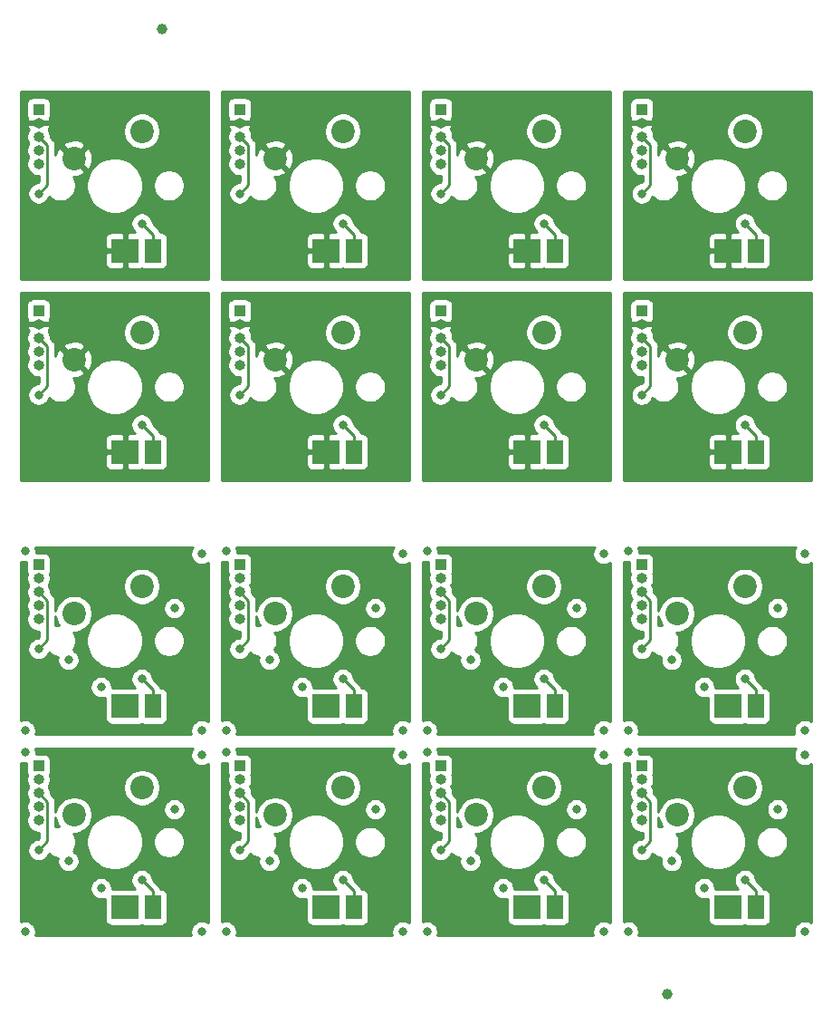
<source format=gtl>
%TF.GenerationSoftware,KiCad,Pcbnew,(5.1.6)-1*%
%TF.CreationDate,2021-05-22T18:41:59+09:00*%
%TF.ProjectId,TinyIR-Panel,54696e79-4952-42d5-9061-6e656c2e6b69,rev?*%
%TF.SameCoordinates,Original*%
%TF.FileFunction,Copper,L1,Top*%
%TF.FilePolarity,Positive*%
%FSLAX46Y46*%
G04 Gerber Fmt 4.6, Leading zero omitted, Abs format (unit mm)*
G04 Created by KiCad (PCBNEW (5.1.6)-1) date 2021-05-22 18:41:59*
%MOMM*%
%LPD*%
G01*
G04 APERTURE LIST*
%TA.AperFunction,SMDPad,CuDef*%
%ADD10C,1.000000*%
%TD*%
%TA.AperFunction,SMDPad,CuDef*%
%ADD11R,1.550000X2.200000*%
%TD*%
%TA.AperFunction,SMDPad,CuDef*%
%ADD12R,2.500000X2.200000*%
%TD*%
%TA.AperFunction,ComponentPad*%
%ADD13C,2.200000*%
%TD*%
%TA.AperFunction,ComponentPad*%
%ADD14O,1.000000X1.000000*%
%TD*%
%TA.AperFunction,ComponentPad*%
%ADD15R,1.000000X1.000000*%
%TD*%
%TA.AperFunction,ViaPad*%
%ADD16C,0.800000*%
%TD*%
%TA.AperFunction,Conductor*%
%ADD17C,0.250000*%
%TD*%
%TA.AperFunction,Conductor*%
%ADD18C,0.254000*%
%TD*%
%TA.AperFunction,NonConductor*%
%ADD19C,0.254000*%
%TD*%
G04 APERTURE END LIST*
D10*
%TO.P,REF\u002A\u002A,*%
%TO.N,*%
X98298000Y-54610000D03*
%TD*%
%TO.P,REF\u002A\u002A,*%
%TO.N,*%
X145542000Y-144780000D03*
%TD*%
D11*
%TO.P,D1,2*%
%TO.N,N/C*%
X135009000Y-136656000D03*
D12*
%TO.P,D1,1*%
X132434000Y-136656000D03*
%TD*%
D13*
%TO.P,SW1,2*%
%TO.N,N/C*%
X146443000Y-109220000D03*
%TO.P,SW1,1*%
X152793000Y-106680000D03*
%TD*%
D11*
%TO.P,D1,2*%
%TO.N,N/C*%
X153809000Y-117856000D03*
D12*
%TO.P,D1,1*%
X151234000Y-117856000D03*
%TD*%
D11*
%TO.P,D1,2*%
%TO.N,N/C*%
X135009000Y-117856000D03*
D12*
%TO.P,D1,1*%
X132434000Y-117856000D03*
%TD*%
D14*
%TO.P,J1,5*%
%TO.N,N/C*%
X124341000Y-109728000D03*
%TO.P,J1,4*%
X124341000Y-108458000D03*
%TO.P,J1,3*%
X124341000Y-107188000D03*
%TO.P,J1,2*%
X124341000Y-105918000D03*
D15*
%TO.P,J1,1*%
X124341000Y-104648000D03*
%TD*%
D13*
%TO.P,SW1,2*%
%TO.N,N/C*%
X146443000Y-128020000D03*
%TO.P,SW1,1*%
X152793000Y-125480000D03*
%TD*%
D14*
%TO.P,J1,5*%
%TO.N,N/C*%
X105541000Y-109728000D03*
%TO.P,J1,4*%
X105541000Y-108458000D03*
%TO.P,J1,3*%
X105541000Y-107188000D03*
%TO.P,J1,2*%
X105541000Y-105918000D03*
D15*
%TO.P,J1,1*%
X105541000Y-104648000D03*
%TD*%
D13*
%TO.P,SW1,2*%
%TO.N,N/C*%
X90043000Y-128020000D03*
%TO.P,SW1,1*%
X96393000Y-125480000D03*
%TD*%
D11*
%TO.P,D1,2*%
%TO.N,N/C*%
X97409000Y-136656000D03*
D12*
%TO.P,D1,1*%
X94834000Y-136656000D03*
%TD*%
D13*
%TO.P,SW1,2*%
%TO.N,N/C*%
X108843000Y-128020000D03*
%TO.P,SW1,1*%
X115193000Y-125480000D03*
%TD*%
D11*
%TO.P,D1,2*%
%TO.N,N/C*%
X116209000Y-136656000D03*
D12*
%TO.P,D1,1*%
X113634000Y-136656000D03*
%TD*%
D13*
%TO.P,SW1,2*%
%TO.N,N/C*%
X127643000Y-128020000D03*
%TO.P,SW1,1*%
X133993000Y-125480000D03*
%TD*%
%TO.P,SW1,2*%
%TO.N,N/C*%
X108843000Y-109220000D03*
%TO.P,SW1,1*%
X115193000Y-106680000D03*
%TD*%
D11*
%TO.P,D1,2*%
%TO.N,N/C*%
X153809000Y-136656000D03*
D12*
%TO.P,D1,1*%
X151234000Y-136656000D03*
%TD*%
D13*
%TO.P,SW1,2*%
%TO.N,N/C*%
X127643000Y-109220000D03*
%TO.P,SW1,1*%
X133993000Y-106680000D03*
%TD*%
D14*
%TO.P,J1,5*%
%TO.N,N/C*%
X143141000Y-109728000D03*
%TO.P,J1,4*%
X143141000Y-108458000D03*
%TO.P,J1,3*%
X143141000Y-107188000D03*
%TO.P,J1,2*%
X143141000Y-105918000D03*
D15*
%TO.P,J1,1*%
X143141000Y-104648000D03*
%TD*%
%TO.P,J1,1*%
%TO.N,N/C*%
X86741000Y-104648000D03*
D14*
%TO.P,J1,2*%
X86741000Y-105918000D03*
%TO.P,J1,3*%
X86741000Y-107188000D03*
%TO.P,J1,4*%
X86741000Y-108458000D03*
%TO.P,J1,5*%
X86741000Y-109728000D03*
%TD*%
D13*
%TO.P,SW1,1*%
%TO.N,N/C*%
X96393000Y-106680000D03*
%TO.P,SW1,2*%
X90043000Y-109220000D03*
%TD*%
D12*
%TO.P,D1,1*%
%TO.N,N/C*%
X94834000Y-117856000D03*
D11*
%TO.P,D1,2*%
X97409000Y-117856000D03*
%TD*%
%TO.P,D1,2*%
%TO.N,N/C*%
X116209000Y-117856000D03*
D12*
%TO.P,D1,1*%
X113634000Y-117856000D03*
%TD*%
D14*
%TO.P,J1,5*%
%TO.N,N/C*%
X143141000Y-128528000D03*
%TO.P,J1,4*%
X143141000Y-127258000D03*
%TO.P,J1,3*%
X143141000Y-125988000D03*
%TO.P,J1,2*%
X143141000Y-124718000D03*
D15*
%TO.P,J1,1*%
X143141000Y-123448000D03*
%TD*%
D14*
%TO.P,J1,5*%
%TO.N,N/C*%
X105541000Y-128528000D03*
%TO.P,J1,4*%
X105541000Y-127258000D03*
%TO.P,J1,3*%
X105541000Y-125988000D03*
%TO.P,J1,2*%
X105541000Y-124718000D03*
D15*
%TO.P,J1,1*%
X105541000Y-123448000D03*
%TD*%
D14*
%TO.P,J1,5*%
%TO.N,N/C*%
X124341000Y-128528000D03*
%TO.P,J1,4*%
X124341000Y-127258000D03*
%TO.P,J1,3*%
X124341000Y-125988000D03*
%TO.P,J1,2*%
X124341000Y-124718000D03*
D15*
%TO.P,J1,1*%
X124341000Y-123448000D03*
%TD*%
D14*
%TO.P,J1,5*%
%TO.N,N/C*%
X86741000Y-128528000D03*
%TO.P,J1,4*%
X86741000Y-127258000D03*
%TO.P,J1,3*%
X86741000Y-125988000D03*
%TO.P,J1,2*%
X86741000Y-124718000D03*
D15*
%TO.P,J1,1*%
X86741000Y-123448000D03*
%TD*%
%TO.P,J1,1*%
%TO.N,Net-(J1-Pad1)*%
X143141000Y-80903000D03*
D14*
%TO.P,J1,2*%
%TO.N,GND*%
X143141000Y-82173000D03*
%TO.P,J1,3*%
%TO.N,/PB0*%
X143141000Y-83443000D03*
%TO.P,J1,4*%
%TO.N,Net-(BT1-Pad1)*%
X143141000Y-84713000D03*
%TO.P,J1,5*%
%TO.N,Net-(J1-Pad5)*%
X143141000Y-85983000D03*
%TD*%
D15*
%TO.P,J1,1*%
%TO.N,Net-(J1-Pad1)*%
X124341000Y-80903000D03*
D14*
%TO.P,J1,2*%
%TO.N,GND*%
X124341000Y-82173000D03*
%TO.P,J1,3*%
%TO.N,/PB0*%
X124341000Y-83443000D03*
%TO.P,J1,4*%
%TO.N,Net-(BT1-Pad1)*%
X124341000Y-84713000D03*
%TO.P,J1,5*%
%TO.N,Net-(J1-Pad5)*%
X124341000Y-85983000D03*
%TD*%
D15*
%TO.P,J1,1*%
%TO.N,Net-(J1-Pad1)*%
X105541000Y-80903000D03*
D14*
%TO.P,J1,2*%
%TO.N,GND*%
X105541000Y-82173000D03*
%TO.P,J1,3*%
%TO.N,/PB0*%
X105541000Y-83443000D03*
%TO.P,J1,4*%
%TO.N,Net-(BT1-Pad1)*%
X105541000Y-84713000D03*
%TO.P,J1,5*%
%TO.N,Net-(J1-Pad5)*%
X105541000Y-85983000D03*
%TD*%
D15*
%TO.P,J1,1*%
%TO.N,Net-(J1-Pad1)*%
X86741000Y-80903000D03*
D14*
%TO.P,J1,2*%
%TO.N,GND*%
X86741000Y-82173000D03*
%TO.P,J1,3*%
%TO.N,/PB0*%
X86741000Y-83443000D03*
%TO.P,J1,4*%
%TO.N,Net-(BT1-Pad1)*%
X86741000Y-84713000D03*
%TO.P,J1,5*%
%TO.N,Net-(J1-Pad5)*%
X86741000Y-85983000D03*
%TD*%
D15*
%TO.P,J1,1*%
%TO.N,Net-(J1-Pad1)*%
X143141000Y-62103000D03*
D14*
%TO.P,J1,2*%
%TO.N,GND*%
X143141000Y-63373000D03*
%TO.P,J1,3*%
%TO.N,/PB0*%
X143141000Y-64643000D03*
%TO.P,J1,4*%
%TO.N,Net-(BT1-Pad1)*%
X143141000Y-65913000D03*
%TO.P,J1,5*%
%TO.N,Net-(J1-Pad5)*%
X143141000Y-67183000D03*
%TD*%
D15*
%TO.P,J1,1*%
%TO.N,Net-(J1-Pad1)*%
X124341000Y-62103000D03*
D14*
%TO.P,J1,2*%
%TO.N,GND*%
X124341000Y-63373000D03*
%TO.P,J1,3*%
%TO.N,/PB0*%
X124341000Y-64643000D03*
%TO.P,J1,4*%
%TO.N,Net-(BT1-Pad1)*%
X124341000Y-65913000D03*
%TO.P,J1,5*%
%TO.N,Net-(J1-Pad5)*%
X124341000Y-67183000D03*
%TD*%
D15*
%TO.P,J1,1*%
%TO.N,Net-(J1-Pad1)*%
X105541000Y-62103000D03*
D14*
%TO.P,J1,2*%
%TO.N,GND*%
X105541000Y-63373000D03*
%TO.P,J1,3*%
%TO.N,/PB0*%
X105541000Y-64643000D03*
%TO.P,J1,4*%
%TO.N,Net-(BT1-Pad1)*%
X105541000Y-65913000D03*
%TO.P,J1,5*%
%TO.N,Net-(J1-Pad5)*%
X105541000Y-67183000D03*
%TD*%
D13*
%TO.P,SW1,1*%
%TO.N,/PCINT2*%
X152793000Y-82935000D03*
%TO.P,SW1,2*%
%TO.N,GND*%
X146443000Y-85475000D03*
%TD*%
%TO.P,SW1,1*%
%TO.N,/PCINT2*%
X133993000Y-82935000D03*
%TO.P,SW1,2*%
%TO.N,GND*%
X127643000Y-85475000D03*
%TD*%
%TO.P,SW1,1*%
%TO.N,/PCINT2*%
X115193000Y-82935000D03*
%TO.P,SW1,2*%
%TO.N,GND*%
X108843000Y-85475000D03*
%TD*%
%TO.P,SW1,1*%
%TO.N,/PCINT2*%
X96393000Y-82935000D03*
%TO.P,SW1,2*%
%TO.N,GND*%
X90043000Y-85475000D03*
%TD*%
%TO.P,SW1,1*%
%TO.N,/PCINT2*%
X152793000Y-64135000D03*
%TO.P,SW1,2*%
%TO.N,GND*%
X146443000Y-66675000D03*
%TD*%
%TO.P,SW1,1*%
%TO.N,/PCINT2*%
X133993000Y-64135000D03*
%TO.P,SW1,2*%
%TO.N,GND*%
X127643000Y-66675000D03*
%TD*%
%TO.P,SW1,1*%
%TO.N,/PCINT2*%
X115193000Y-64135000D03*
%TO.P,SW1,2*%
%TO.N,GND*%
X108843000Y-66675000D03*
%TD*%
D12*
%TO.P,D1,1*%
%TO.N,GND*%
X151234000Y-94111000D03*
D11*
%TO.P,D1,2*%
%TO.N,Net-(D1-Pad2)*%
X153809000Y-94111000D03*
%TD*%
D12*
%TO.P,D1,1*%
%TO.N,GND*%
X132434000Y-94111000D03*
D11*
%TO.P,D1,2*%
%TO.N,Net-(D1-Pad2)*%
X135009000Y-94111000D03*
%TD*%
D12*
%TO.P,D1,1*%
%TO.N,GND*%
X113634000Y-94111000D03*
D11*
%TO.P,D1,2*%
%TO.N,Net-(D1-Pad2)*%
X116209000Y-94111000D03*
%TD*%
D12*
%TO.P,D1,1*%
%TO.N,GND*%
X94834000Y-94111000D03*
D11*
%TO.P,D1,2*%
%TO.N,Net-(D1-Pad2)*%
X97409000Y-94111000D03*
%TD*%
D12*
%TO.P,D1,1*%
%TO.N,GND*%
X151234000Y-75311000D03*
D11*
%TO.P,D1,2*%
%TO.N,Net-(D1-Pad2)*%
X153809000Y-75311000D03*
%TD*%
D12*
%TO.P,D1,1*%
%TO.N,GND*%
X132434000Y-75311000D03*
D11*
%TO.P,D1,2*%
%TO.N,Net-(D1-Pad2)*%
X135009000Y-75311000D03*
%TD*%
D12*
%TO.P,D1,1*%
%TO.N,GND*%
X113634000Y-75311000D03*
D11*
%TO.P,D1,2*%
%TO.N,Net-(D1-Pad2)*%
X116209000Y-75311000D03*
%TD*%
D14*
%TO.P,J1,5*%
%TO.N,Net-(J1-Pad5)*%
X86741000Y-67183000D03*
%TO.P,J1,4*%
%TO.N,Net-(BT1-Pad1)*%
X86741000Y-65913000D03*
%TO.P,J1,3*%
%TO.N,/PB0*%
X86741000Y-64643000D03*
%TO.P,J1,2*%
%TO.N,GND*%
X86741000Y-63373000D03*
D15*
%TO.P,J1,1*%
%TO.N,Net-(J1-Pad1)*%
X86741000Y-62103000D03*
%TD*%
D13*
%TO.P,SW1,2*%
%TO.N,GND*%
X90043000Y-66675000D03*
%TO.P,SW1,1*%
%TO.N,/PCINT2*%
X96393000Y-64135000D03*
%TD*%
D11*
%TO.P,D1,2*%
%TO.N,Net-(D1-Pad2)*%
X97409000Y-75311000D03*
D12*
%TO.P,D1,1*%
%TO.N,GND*%
X94834000Y-75311000D03*
%TD*%
D16*
%TO.N,*%
X101981000Y-120142000D03*
X141871000Y-103378000D03*
X101981000Y-103632000D03*
X120781000Y-122432000D03*
X139581000Y-122432000D03*
X111383000Y-116078000D03*
X158381000Y-122432000D03*
X130183000Y-116078000D03*
X148983000Y-116078000D03*
X104271000Y-103378000D03*
X123071000Y-103378000D03*
X92583000Y-134878000D03*
X130183000Y-134878000D03*
X148983000Y-134878000D03*
X111383000Y-134878000D03*
X101981000Y-138942000D03*
X120781000Y-138942000D03*
X139581000Y-138942000D03*
X158381000Y-138942000D03*
X139581000Y-120142000D03*
X120781000Y-103632000D03*
X158381000Y-120142000D03*
X139581000Y-103632000D03*
X158381000Y-103632000D03*
X101981000Y-122432000D03*
X120781000Y-120142000D03*
X92583000Y-116078000D03*
X85471000Y-103378000D03*
X89535000Y-113538000D03*
X85471000Y-120142000D03*
X99441000Y-108712000D03*
X137041000Y-127512000D03*
X99441000Y-127512000D03*
X155841000Y-108712000D03*
X137041000Y-108712000D03*
X118241000Y-108712000D03*
X155841000Y-127512000D03*
X104271000Y-138942000D03*
X118241000Y-127512000D03*
X141871000Y-138942000D03*
X123071000Y-138942000D03*
X85471000Y-122178000D03*
X145935000Y-132338000D03*
X127135000Y-113538000D03*
X145935000Y-113538000D03*
X104271000Y-120142000D03*
X123071000Y-120142000D03*
X141871000Y-122178000D03*
X141871000Y-120142000D03*
X85471000Y-138942000D03*
X108335000Y-113538000D03*
X104271000Y-122178000D03*
X123071000Y-122178000D03*
X108335000Y-132338000D03*
X89535000Y-132338000D03*
X127135000Y-132338000D03*
X96393000Y-115316000D03*
X152793000Y-115316000D03*
X152793000Y-134116000D03*
X115193000Y-115316000D03*
X96393000Y-134116000D03*
X133993000Y-115316000D03*
X115193000Y-134116000D03*
X133993000Y-134116000D03*
X86741000Y-112522000D03*
X86741000Y-131322000D03*
X105541000Y-112522000D03*
X143141000Y-112522000D03*
X105541000Y-131322000D03*
X143141000Y-131322000D03*
X124341000Y-131322000D03*
X124341000Y-112522000D03*
%TO.N,GND*%
X101981000Y-61087000D03*
X101981000Y-77597000D03*
X85471000Y-77597000D03*
X85471000Y-60833000D03*
X89535000Y-70993000D03*
X99441000Y-66167000D03*
X92583000Y-73533000D03*
X120781000Y-77597000D03*
X139581000Y-77597000D03*
X158381000Y-77597000D03*
X101981000Y-96397000D03*
X120781000Y-96397000D03*
X139581000Y-96397000D03*
X158381000Y-96397000D03*
X120781000Y-61087000D03*
X139581000Y-61087000D03*
X158381000Y-61087000D03*
X101981000Y-79887000D03*
X120781000Y-79887000D03*
X139581000Y-79887000D03*
X158381000Y-79887000D03*
X111383000Y-73533000D03*
X130183000Y-73533000D03*
X148983000Y-73533000D03*
X92583000Y-92333000D03*
X111383000Y-92333000D03*
X130183000Y-92333000D03*
X148983000Y-92333000D03*
X104271000Y-60833000D03*
X123071000Y-60833000D03*
X141871000Y-60833000D03*
X85471000Y-79633000D03*
X104271000Y-79633000D03*
X123071000Y-79633000D03*
X141871000Y-79633000D03*
X108335000Y-70993000D03*
X127135000Y-70993000D03*
X145935000Y-70993000D03*
X89535000Y-89793000D03*
X108335000Y-89793000D03*
X127135000Y-89793000D03*
X145935000Y-89793000D03*
X104271000Y-77597000D03*
X123071000Y-77597000D03*
X141871000Y-77597000D03*
X85471000Y-96397000D03*
X104271000Y-96397000D03*
X123071000Y-96397000D03*
X141871000Y-96397000D03*
X118241000Y-66167000D03*
X137041000Y-66167000D03*
X155841000Y-66167000D03*
X99441000Y-84967000D03*
X118241000Y-84967000D03*
X137041000Y-84967000D03*
X155841000Y-84967000D03*
%TO.N,Net-(D1-Pad2)*%
X96393000Y-72771000D03*
X115193000Y-72771000D03*
X133993000Y-72771000D03*
X152793000Y-72771000D03*
X96393000Y-91571000D03*
X115193000Y-91571000D03*
X133993000Y-91571000D03*
X152793000Y-91571000D03*
%TO.N,/PB0*%
X86741000Y-69977000D03*
X105541000Y-69977000D03*
X124341000Y-69977000D03*
X143141000Y-69977000D03*
X86741000Y-88777000D03*
X105541000Y-88777000D03*
X124341000Y-88777000D03*
X143141000Y-88777000D03*
%TD*%
D17*
%TO.N,*%
X97409000Y-117094000D02*
X97409000Y-116332000D01*
X97409000Y-116332000D02*
X96393000Y-115316000D01*
X135009000Y-135894000D02*
X135009000Y-135132000D01*
X153809000Y-117094000D02*
X153809000Y-116332000D01*
X116209000Y-135894000D02*
X116209000Y-135132000D01*
X116209000Y-117094000D02*
X116209000Y-116332000D01*
X135009000Y-117094000D02*
X135009000Y-116332000D01*
X97409000Y-135894000D02*
X97409000Y-135132000D01*
X153809000Y-135894000D02*
X153809000Y-135132000D01*
X153809000Y-135132000D02*
X152793000Y-134116000D01*
X153809000Y-116332000D02*
X152793000Y-115316000D01*
X97409000Y-135132000D02*
X96393000Y-134116000D01*
X116209000Y-135132000D02*
X115193000Y-134116000D01*
X135009000Y-135132000D02*
X133993000Y-134116000D01*
X116209000Y-116332000D02*
X115193000Y-115316000D01*
X135009000Y-116332000D02*
X133993000Y-115316000D01*
X87566001Y-111696999D02*
X87566001Y-108013001D01*
X86741000Y-112522000D02*
X87566001Y-111696999D01*
X87566001Y-108013001D02*
X86741000Y-107188000D01*
X106366001Y-111696999D02*
X106366001Y-108013001D01*
X143966001Y-111696999D02*
X143966001Y-108013001D01*
X125166001Y-130496999D02*
X125166001Y-126813001D01*
X106366001Y-130496999D02*
X106366001Y-126813001D01*
X143966001Y-130496999D02*
X143966001Y-126813001D01*
X125166001Y-111696999D02*
X125166001Y-108013001D01*
X87566001Y-130496999D02*
X87566001Y-126813001D01*
X105541000Y-112522000D02*
X106366001Y-111696999D01*
X143141000Y-112522000D02*
X143966001Y-111696999D01*
X124341000Y-131322000D02*
X125166001Y-130496999D01*
X86741000Y-131322000D02*
X87566001Y-130496999D01*
X143141000Y-131322000D02*
X143966001Y-130496999D01*
X105541000Y-131322000D02*
X106366001Y-130496999D01*
X124341000Y-112522000D02*
X125166001Y-111696999D01*
X106366001Y-108013001D02*
X105541000Y-107188000D01*
X143966001Y-108013001D02*
X143141000Y-107188000D01*
X87566001Y-126813001D02*
X86741000Y-125988000D01*
X125166001Y-108013001D02*
X124341000Y-107188000D01*
X106366001Y-126813001D02*
X105541000Y-125988000D01*
X125166001Y-126813001D02*
X124341000Y-125988000D01*
X143966001Y-126813001D02*
X143141000Y-125988000D01*
%TO.N,Net-(D1-Pad2)*%
X97409000Y-73787000D02*
X96393000Y-72771000D01*
X97409000Y-74549000D02*
X97409000Y-73787000D01*
X116209000Y-74549000D02*
X116209000Y-73787000D01*
X135009000Y-74549000D02*
X135009000Y-73787000D01*
X153809000Y-74549000D02*
X153809000Y-73787000D01*
X97409000Y-93349000D02*
X97409000Y-92587000D01*
X116209000Y-93349000D02*
X116209000Y-92587000D01*
X135009000Y-93349000D02*
X135009000Y-92587000D01*
X153809000Y-93349000D02*
X153809000Y-92587000D01*
X116209000Y-73787000D02*
X115193000Y-72771000D01*
X135009000Y-73787000D02*
X133993000Y-72771000D01*
X153809000Y-73787000D02*
X152793000Y-72771000D01*
X97409000Y-92587000D02*
X96393000Y-91571000D01*
X116209000Y-92587000D02*
X115193000Y-91571000D01*
X135009000Y-92587000D02*
X133993000Y-91571000D01*
X153809000Y-92587000D02*
X152793000Y-91571000D01*
%TO.N,/PB0*%
X87566001Y-69151999D02*
X87566001Y-65468001D01*
X87566001Y-65468001D02*
X86741000Y-64643000D01*
X86741000Y-69977000D02*
X87566001Y-69151999D01*
X106366001Y-69151999D02*
X106366001Y-65468001D01*
X125166001Y-69151999D02*
X125166001Y-65468001D01*
X143966001Y-69151999D02*
X143966001Y-65468001D01*
X87566001Y-87951999D02*
X87566001Y-84268001D01*
X106366001Y-87951999D02*
X106366001Y-84268001D01*
X125166001Y-87951999D02*
X125166001Y-84268001D01*
X143966001Y-87951999D02*
X143966001Y-84268001D01*
X105541000Y-69977000D02*
X106366001Y-69151999D01*
X124341000Y-69977000D02*
X125166001Y-69151999D01*
X143141000Y-69977000D02*
X143966001Y-69151999D01*
X86741000Y-88777000D02*
X87566001Y-87951999D01*
X105541000Y-88777000D02*
X106366001Y-87951999D01*
X124341000Y-88777000D02*
X125166001Y-87951999D01*
X143141000Y-88777000D02*
X143966001Y-87951999D01*
X106366001Y-65468001D02*
X105541000Y-64643000D01*
X125166001Y-65468001D02*
X124341000Y-64643000D01*
X143966001Y-65468001D02*
X143141000Y-64643000D01*
X87566001Y-84268001D02*
X86741000Y-83443000D01*
X106366001Y-84268001D02*
X105541000Y-83443000D01*
X125166001Y-84268001D02*
X124341000Y-83443000D01*
X143966001Y-84268001D02*
X143141000Y-83443000D01*
%TD*%
D18*
%TO.N,GND*%
G36*
X102591000Y-77953000D02*
G01*
X85115000Y-77953000D01*
X85115000Y-76411000D01*
X92945928Y-76411000D01*
X92958188Y-76535482D01*
X92994498Y-76655180D01*
X93053463Y-76765494D01*
X93132815Y-76862185D01*
X93229506Y-76941537D01*
X93339820Y-77000502D01*
X93459518Y-77036812D01*
X93584000Y-77049072D01*
X94548250Y-77046000D01*
X94707000Y-76887250D01*
X94707000Y-75438000D01*
X93107750Y-75438000D01*
X92949000Y-75596750D01*
X92945928Y-76411000D01*
X85115000Y-76411000D01*
X85115000Y-74211000D01*
X92945928Y-74211000D01*
X92949000Y-75025250D01*
X93107750Y-75184000D01*
X94707000Y-75184000D01*
X94707000Y-73734750D01*
X94961000Y-73734750D01*
X94961000Y-75184000D01*
X94981000Y-75184000D01*
X94981000Y-75438000D01*
X94961000Y-75438000D01*
X94961000Y-76887250D01*
X95119750Y-77046000D01*
X96084000Y-77049072D01*
X96208482Y-77036812D01*
X96328180Y-77000502D01*
X96359000Y-76984028D01*
X96389820Y-77000502D01*
X96509518Y-77036812D01*
X96634000Y-77049072D01*
X98184000Y-77049072D01*
X98308482Y-77036812D01*
X98428180Y-77000502D01*
X98538494Y-76941537D01*
X98635185Y-76862185D01*
X98714537Y-76765494D01*
X98773502Y-76655180D01*
X98809812Y-76535482D01*
X98822072Y-76411000D01*
X98822072Y-74211000D01*
X98809812Y-74086518D01*
X98773502Y-73966820D01*
X98714537Y-73856506D01*
X98635185Y-73759815D01*
X98538494Y-73680463D01*
X98428180Y-73621498D01*
X98308482Y-73585188D01*
X98184000Y-73572928D01*
X98138260Y-73572928D01*
X98114546Y-73494753D01*
X98080348Y-73430774D01*
X98043974Y-73362723D01*
X97972799Y-73275997D01*
X97949001Y-73246999D01*
X97920003Y-73223201D01*
X97428000Y-72731199D01*
X97428000Y-72669061D01*
X97388226Y-72469102D01*
X97310205Y-72280744D01*
X97196937Y-72111226D01*
X97052774Y-71967063D01*
X96883256Y-71853795D01*
X96694898Y-71775774D01*
X96494939Y-71736000D01*
X96291061Y-71736000D01*
X96091102Y-71775774D01*
X95902744Y-71853795D01*
X95733226Y-71967063D01*
X95589063Y-72111226D01*
X95475795Y-72280744D01*
X95397774Y-72469102D01*
X95358000Y-72669061D01*
X95358000Y-72872939D01*
X95397774Y-73072898D01*
X95475795Y-73261256D01*
X95589063Y-73430774D01*
X95732337Y-73574048D01*
X95119750Y-73576000D01*
X94961000Y-73734750D01*
X94707000Y-73734750D01*
X94548250Y-73576000D01*
X93584000Y-73572928D01*
X93459518Y-73585188D01*
X93339820Y-73621498D01*
X93229506Y-73680463D01*
X93132815Y-73759815D01*
X93053463Y-73856506D01*
X92994498Y-73966820D01*
X92958188Y-74086518D01*
X92945928Y-74211000D01*
X85115000Y-74211000D01*
X85115000Y-64531212D01*
X85606000Y-64531212D01*
X85606000Y-64754788D01*
X85649617Y-64974067D01*
X85735176Y-65180624D01*
X85800241Y-65278000D01*
X85735176Y-65375376D01*
X85649617Y-65581933D01*
X85606000Y-65801212D01*
X85606000Y-66024788D01*
X85649617Y-66244067D01*
X85735176Y-66450624D01*
X85800241Y-66548000D01*
X85735176Y-66645376D01*
X85649617Y-66851933D01*
X85606000Y-67071212D01*
X85606000Y-67294788D01*
X85649617Y-67514067D01*
X85735176Y-67720624D01*
X85859388Y-67906520D01*
X86017480Y-68064612D01*
X86203376Y-68188824D01*
X86409933Y-68274383D01*
X86629212Y-68318000D01*
X86806001Y-68318000D01*
X86806001Y-68837197D01*
X86701198Y-68942000D01*
X86639061Y-68942000D01*
X86439102Y-68981774D01*
X86250744Y-69059795D01*
X86081226Y-69173063D01*
X85937063Y-69317226D01*
X85823795Y-69486744D01*
X85745774Y-69675102D01*
X85706000Y-69875061D01*
X85706000Y-70078939D01*
X85745774Y-70278898D01*
X85823795Y-70467256D01*
X85937063Y-70636774D01*
X86081226Y-70780937D01*
X86250744Y-70894205D01*
X86439102Y-70972226D01*
X86639061Y-71012000D01*
X86842939Y-71012000D01*
X87042898Y-70972226D01*
X87231256Y-70894205D01*
X87400774Y-70780937D01*
X87544937Y-70636774D01*
X87658205Y-70467256D01*
X87736226Y-70278898D01*
X87736320Y-70278427D01*
X87826368Y-70368475D01*
X88069589Y-70530990D01*
X88339842Y-70642932D01*
X88626740Y-70700000D01*
X88919260Y-70700000D01*
X89206158Y-70642932D01*
X89476411Y-70530990D01*
X89719632Y-70368475D01*
X89926475Y-70161632D01*
X90088990Y-69918411D01*
X90200932Y-69648158D01*
X90258000Y-69361260D01*
X90258000Y-69068740D01*
X90235471Y-68955475D01*
X91218000Y-68955475D01*
X91218000Y-69474525D01*
X91319261Y-69983601D01*
X91517893Y-70463141D01*
X91806262Y-70894715D01*
X92173285Y-71261738D01*
X92604859Y-71550107D01*
X93084399Y-71748739D01*
X93593475Y-71850000D01*
X94112525Y-71850000D01*
X94621601Y-71748739D01*
X95101141Y-71550107D01*
X95532715Y-71261738D01*
X95899738Y-70894715D01*
X96188107Y-70463141D01*
X96386739Y-69983601D01*
X96488000Y-69474525D01*
X96488000Y-69068740D01*
X97448000Y-69068740D01*
X97448000Y-69361260D01*
X97505068Y-69648158D01*
X97617010Y-69918411D01*
X97779525Y-70161632D01*
X97986368Y-70368475D01*
X98229589Y-70530990D01*
X98499842Y-70642932D01*
X98786740Y-70700000D01*
X99079260Y-70700000D01*
X99366158Y-70642932D01*
X99636411Y-70530990D01*
X99879632Y-70368475D01*
X100086475Y-70161632D01*
X100248990Y-69918411D01*
X100360932Y-69648158D01*
X100418000Y-69361260D01*
X100418000Y-69068740D01*
X100360932Y-68781842D01*
X100248990Y-68511589D01*
X100086475Y-68268368D01*
X99879632Y-68061525D01*
X99636411Y-67899010D01*
X99366158Y-67787068D01*
X99079260Y-67730000D01*
X98786740Y-67730000D01*
X98499842Y-67787068D01*
X98229589Y-67899010D01*
X97986368Y-68061525D01*
X97779525Y-68268368D01*
X97617010Y-68511589D01*
X97505068Y-68781842D01*
X97448000Y-69068740D01*
X96488000Y-69068740D01*
X96488000Y-68955475D01*
X96386739Y-68446399D01*
X96188107Y-67966859D01*
X95899738Y-67535285D01*
X95532715Y-67168262D01*
X95101141Y-66879893D01*
X94621601Y-66681261D01*
X94112525Y-66580000D01*
X93593475Y-66580000D01*
X93084399Y-66681261D01*
X92604859Y-66879893D01*
X92173285Y-67168262D01*
X91806262Y-67535285D01*
X91517893Y-67966859D01*
X91319261Y-68446399D01*
X91218000Y-68955475D01*
X90235471Y-68955475D01*
X90200932Y-68781842D01*
X90088990Y-68511589D01*
X90022650Y-68412304D01*
X90101639Y-68417409D01*
X90440439Y-68372489D01*
X90763966Y-68262336D01*
X90962274Y-68156338D01*
X91070107Y-67881712D01*
X90043000Y-66854605D01*
X90028858Y-66868748D01*
X89849253Y-66689143D01*
X89863395Y-66675000D01*
X90222605Y-66675000D01*
X91249712Y-67702107D01*
X91524338Y-67594274D01*
X91675216Y-67287616D01*
X91763369Y-66957415D01*
X91785409Y-66616361D01*
X91740489Y-66277561D01*
X91630336Y-65954034D01*
X91524338Y-65755726D01*
X91249712Y-65647893D01*
X90222605Y-66675000D01*
X89863395Y-66675000D01*
X88836288Y-65647893D01*
X88561662Y-65755726D01*
X88410784Y-66062384D01*
X88326001Y-66379962D01*
X88326001Y-65505334D01*
X88329649Y-65468288D01*
X89015893Y-65468288D01*
X90043000Y-66495395D01*
X91070107Y-65468288D01*
X90962274Y-65193662D01*
X90655616Y-65042784D01*
X90325415Y-64954631D01*
X89984361Y-64932591D01*
X89645561Y-64977511D01*
X89322034Y-65087664D01*
X89123726Y-65193662D01*
X89015893Y-65468288D01*
X88329649Y-65468288D01*
X88329678Y-65468001D01*
X88315004Y-65319015D01*
X88271547Y-65175754D01*
X88200975Y-65043725D01*
X88129800Y-64956998D01*
X88106002Y-64928000D01*
X88077003Y-64904202D01*
X87876000Y-64703198D01*
X87876000Y-64531212D01*
X87832383Y-64311933D01*
X87746824Y-64105376D01*
X87678647Y-64003342D01*
X87706317Y-63964117D01*
X94658000Y-63964117D01*
X94658000Y-64305883D01*
X94724675Y-64641081D01*
X94855463Y-64956831D01*
X95045337Y-65240998D01*
X95287002Y-65482663D01*
X95571169Y-65672537D01*
X95886919Y-65803325D01*
X96222117Y-65870000D01*
X96563883Y-65870000D01*
X96899081Y-65803325D01*
X97214831Y-65672537D01*
X97498998Y-65482663D01*
X97740663Y-65240998D01*
X97930537Y-64956831D01*
X98061325Y-64641081D01*
X98128000Y-64305883D01*
X98128000Y-63964117D01*
X98061325Y-63628919D01*
X97930537Y-63313169D01*
X97740663Y-63029002D01*
X97498998Y-62787337D01*
X97214831Y-62597463D01*
X96899081Y-62466675D01*
X96563883Y-62400000D01*
X96222117Y-62400000D01*
X95886919Y-62466675D01*
X95571169Y-62597463D01*
X95287002Y-62787337D01*
X95045337Y-63029002D01*
X94855463Y-63313169D01*
X94724675Y-63628919D01*
X94658000Y-63964117D01*
X87706317Y-63964117D01*
X87728123Y-63933206D01*
X87818446Y-63729864D01*
X87835119Y-63674874D01*
X87708954Y-63500000D01*
X86868000Y-63500000D01*
X86868000Y-63511026D01*
X86852788Y-63508000D01*
X86629212Y-63508000D01*
X86614000Y-63511026D01*
X86614000Y-63500000D01*
X85773046Y-63500000D01*
X85646881Y-63674874D01*
X85663554Y-63729864D01*
X85753877Y-63933206D01*
X85803353Y-64003342D01*
X85735176Y-64105376D01*
X85649617Y-64311933D01*
X85606000Y-64531212D01*
X85115000Y-64531212D01*
X85115000Y-61603000D01*
X85602928Y-61603000D01*
X85602928Y-62603000D01*
X85615188Y-62727482D01*
X85651498Y-62847180D01*
X85699070Y-62936180D01*
X85663554Y-63016136D01*
X85646881Y-63071126D01*
X85773046Y-63246000D01*
X86614000Y-63246000D01*
X86614000Y-63241072D01*
X86868000Y-63241072D01*
X86868000Y-63246000D01*
X87708954Y-63246000D01*
X87835119Y-63071126D01*
X87818446Y-63016136D01*
X87782930Y-62936180D01*
X87830502Y-62847180D01*
X87866812Y-62727482D01*
X87879072Y-62603000D01*
X87879072Y-61603000D01*
X87866812Y-61478518D01*
X87830502Y-61358820D01*
X87771537Y-61248506D01*
X87692185Y-61151815D01*
X87595494Y-61072463D01*
X87485180Y-61013498D01*
X87365482Y-60977188D01*
X87241000Y-60964928D01*
X86241000Y-60964928D01*
X86116518Y-60977188D01*
X85996820Y-61013498D01*
X85886506Y-61072463D01*
X85789815Y-61151815D01*
X85710463Y-61248506D01*
X85651498Y-61358820D01*
X85615188Y-61478518D01*
X85602928Y-61603000D01*
X85115000Y-61603000D01*
X85115000Y-60477000D01*
X102591000Y-60477000D01*
X102591000Y-77953000D01*
G37*
X102591000Y-77953000D02*
X85115000Y-77953000D01*
X85115000Y-76411000D01*
X92945928Y-76411000D01*
X92958188Y-76535482D01*
X92994498Y-76655180D01*
X93053463Y-76765494D01*
X93132815Y-76862185D01*
X93229506Y-76941537D01*
X93339820Y-77000502D01*
X93459518Y-77036812D01*
X93584000Y-77049072D01*
X94548250Y-77046000D01*
X94707000Y-76887250D01*
X94707000Y-75438000D01*
X93107750Y-75438000D01*
X92949000Y-75596750D01*
X92945928Y-76411000D01*
X85115000Y-76411000D01*
X85115000Y-74211000D01*
X92945928Y-74211000D01*
X92949000Y-75025250D01*
X93107750Y-75184000D01*
X94707000Y-75184000D01*
X94707000Y-73734750D01*
X94961000Y-73734750D01*
X94961000Y-75184000D01*
X94981000Y-75184000D01*
X94981000Y-75438000D01*
X94961000Y-75438000D01*
X94961000Y-76887250D01*
X95119750Y-77046000D01*
X96084000Y-77049072D01*
X96208482Y-77036812D01*
X96328180Y-77000502D01*
X96359000Y-76984028D01*
X96389820Y-77000502D01*
X96509518Y-77036812D01*
X96634000Y-77049072D01*
X98184000Y-77049072D01*
X98308482Y-77036812D01*
X98428180Y-77000502D01*
X98538494Y-76941537D01*
X98635185Y-76862185D01*
X98714537Y-76765494D01*
X98773502Y-76655180D01*
X98809812Y-76535482D01*
X98822072Y-76411000D01*
X98822072Y-74211000D01*
X98809812Y-74086518D01*
X98773502Y-73966820D01*
X98714537Y-73856506D01*
X98635185Y-73759815D01*
X98538494Y-73680463D01*
X98428180Y-73621498D01*
X98308482Y-73585188D01*
X98184000Y-73572928D01*
X98138260Y-73572928D01*
X98114546Y-73494753D01*
X98080348Y-73430774D01*
X98043974Y-73362723D01*
X97972799Y-73275997D01*
X97949001Y-73246999D01*
X97920003Y-73223201D01*
X97428000Y-72731199D01*
X97428000Y-72669061D01*
X97388226Y-72469102D01*
X97310205Y-72280744D01*
X97196937Y-72111226D01*
X97052774Y-71967063D01*
X96883256Y-71853795D01*
X96694898Y-71775774D01*
X96494939Y-71736000D01*
X96291061Y-71736000D01*
X96091102Y-71775774D01*
X95902744Y-71853795D01*
X95733226Y-71967063D01*
X95589063Y-72111226D01*
X95475795Y-72280744D01*
X95397774Y-72469102D01*
X95358000Y-72669061D01*
X95358000Y-72872939D01*
X95397774Y-73072898D01*
X95475795Y-73261256D01*
X95589063Y-73430774D01*
X95732337Y-73574048D01*
X95119750Y-73576000D01*
X94961000Y-73734750D01*
X94707000Y-73734750D01*
X94548250Y-73576000D01*
X93584000Y-73572928D01*
X93459518Y-73585188D01*
X93339820Y-73621498D01*
X93229506Y-73680463D01*
X93132815Y-73759815D01*
X93053463Y-73856506D01*
X92994498Y-73966820D01*
X92958188Y-74086518D01*
X92945928Y-74211000D01*
X85115000Y-74211000D01*
X85115000Y-64531212D01*
X85606000Y-64531212D01*
X85606000Y-64754788D01*
X85649617Y-64974067D01*
X85735176Y-65180624D01*
X85800241Y-65278000D01*
X85735176Y-65375376D01*
X85649617Y-65581933D01*
X85606000Y-65801212D01*
X85606000Y-66024788D01*
X85649617Y-66244067D01*
X85735176Y-66450624D01*
X85800241Y-66548000D01*
X85735176Y-66645376D01*
X85649617Y-66851933D01*
X85606000Y-67071212D01*
X85606000Y-67294788D01*
X85649617Y-67514067D01*
X85735176Y-67720624D01*
X85859388Y-67906520D01*
X86017480Y-68064612D01*
X86203376Y-68188824D01*
X86409933Y-68274383D01*
X86629212Y-68318000D01*
X86806001Y-68318000D01*
X86806001Y-68837197D01*
X86701198Y-68942000D01*
X86639061Y-68942000D01*
X86439102Y-68981774D01*
X86250744Y-69059795D01*
X86081226Y-69173063D01*
X85937063Y-69317226D01*
X85823795Y-69486744D01*
X85745774Y-69675102D01*
X85706000Y-69875061D01*
X85706000Y-70078939D01*
X85745774Y-70278898D01*
X85823795Y-70467256D01*
X85937063Y-70636774D01*
X86081226Y-70780937D01*
X86250744Y-70894205D01*
X86439102Y-70972226D01*
X86639061Y-71012000D01*
X86842939Y-71012000D01*
X87042898Y-70972226D01*
X87231256Y-70894205D01*
X87400774Y-70780937D01*
X87544937Y-70636774D01*
X87658205Y-70467256D01*
X87736226Y-70278898D01*
X87736320Y-70278427D01*
X87826368Y-70368475D01*
X88069589Y-70530990D01*
X88339842Y-70642932D01*
X88626740Y-70700000D01*
X88919260Y-70700000D01*
X89206158Y-70642932D01*
X89476411Y-70530990D01*
X89719632Y-70368475D01*
X89926475Y-70161632D01*
X90088990Y-69918411D01*
X90200932Y-69648158D01*
X90258000Y-69361260D01*
X90258000Y-69068740D01*
X90235471Y-68955475D01*
X91218000Y-68955475D01*
X91218000Y-69474525D01*
X91319261Y-69983601D01*
X91517893Y-70463141D01*
X91806262Y-70894715D01*
X92173285Y-71261738D01*
X92604859Y-71550107D01*
X93084399Y-71748739D01*
X93593475Y-71850000D01*
X94112525Y-71850000D01*
X94621601Y-71748739D01*
X95101141Y-71550107D01*
X95532715Y-71261738D01*
X95899738Y-70894715D01*
X96188107Y-70463141D01*
X96386739Y-69983601D01*
X96488000Y-69474525D01*
X96488000Y-69068740D01*
X97448000Y-69068740D01*
X97448000Y-69361260D01*
X97505068Y-69648158D01*
X97617010Y-69918411D01*
X97779525Y-70161632D01*
X97986368Y-70368475D01*
X98229589Y-70530990D01*
X98499842Y-70642932D01*
X98786740Y-70700000D01*
X99079260Y-70700000D01*
X99366158Y-70642932D01*
X99636411Y-70530990D01*
X99879632Y-70368475D01*
X100086475Y-70161632D01*
X100248990Y-69918411D01*
X100360932Y-69648158D01*
X100418000Y-69361260D01*
X100418000Y-69068740D01*
X100360932Y-68781842D01*
X100248990Y-68511589D01*
X100086475Y-68268368D01*
X99879632Y-68061525D01*
X99636411Y-67899010D01*
X99366158Y-67787068D01*
X99079260Y-67730000D01*
X98786740Y-67730000D01*
X98499842Y-67787068D01*
X98229589Y-67899010D01*
X97986368Y-68061525D01*
X97779525Y-68268368D01*
X97617010Y-68511589D01*
X97505068Y-68781842D01*
X97448000Y-69068740D01*
X96488000Y-69068740D01*
X96488000Y-68955475D01*
X96386739Y-68446399D01*
X96188107Y-67966859D01*
X95899738Y-67535285D01*
X95532715Y-67168262D01*
X95101141Y-66879893D01*
X94621601Y-66681261D01*
X94112525Y-66580000D01*
X93593475Y-66580000D01*
X93084399Y-66681261D01*
X92604859Y-66879893D01*
X92173285Y-67168262D01*
X91806262Y-67535285D01*
X91517893Y-67966859D01*
X91319261Y-68446399D01*
X91218000Y-68955475D01*
X90235471Y-68955475D01*
X90200932Y-68781842D01*
X90088990Y-68511589D01*
X90022650Y-68412304D01*
X90101639Y-68417409D01*
X90440439Y-68372489D01*
X90763966Y-68262336D01*
X90962274Y-68156338D01*
X91070107Y-67881712D01*
X90043000Y-66854605D01*
X90028858Y-66868748D01*
X89849253Y-66689143D01*
X89863395Y-66675000D01*
X90222605Y-66675000D01*
X91249712Y-67702107D01*
X91524338Y-67594274D01*
X91675216Y-67287616D01*
X91763369Y-66957415D01*
X91785409Y-66616361D01*
X91740489Y-66277561D01*
X91630336Y-65954034D01*
X91524338Y-65755726D01*
X91249712Y-65647893D01*
X90222605Y-66675000D01*
X89863395Y-66675000D01*
X88836288Y-65647893D01*
X88561662Y-65755726D01*
X88410784Y-66062384D01*
X88326001Y-66379962D01*
X88326001Y-65505334D01*
X88329649Y-65468288D01*
X89015893Y-65468288D01*
X90043000Y-66495395D01*
X91070107Y-65468288D01*
X90962274Y-65193662D01*
X90655616Y-65042784D01*
X90325415Y-64954631D01*
X89984361Y-64932591D01*
X89645561Y-64977511D01*
X89322034Y-65087664D01*
X89123726Y-65193662D01*
X89015893Y-65468288D01*
X88329649Y-65468288D01*
X88329678Y-65468001D01*
X88315004Y-65319015D01*
X88271547Y-65175754D01*
X88200975Y-65043725D01*
X88129800Y-64956998D01*
X88106002Y-64928000D01*
X88077003Y-64904202D01*
X87876000Y-64703198D01*
X87876000Y-64531212D01*
X87832383Y-64311933D01*
X87746824Y-64105376D01*
X87678647Y-64003342D01*
X87706317Y-63964117D01*
X94658000Y-63964117D01*
X94658000Y-64305883D01*
X94724675Y-64641081D01*
X94855463Y-64956831D01*
X95045337Y-65240998D01*
X95287002Y-65482663D01*
X95571169Y-65672537D01*
X95886919Y-65803325D01*
X96222117Y-65870000D01*
X96563883Y-65870000D01*
X96899081Y-65803325D01*
X97214831Y-65672537D01*
X97498998Y-65482663D01*
X97740663Y-65240998D01*
X97930537Y-64956831D01*
X98061325Y-64641081D01*
X98128000Y-64305883D01*
X98128000Y-63964117D01*
X98061325Y-63628919D01*
X97930537Y-63313169D01*
X97740663Y-63029002D01*
X97498998Y-62787337D01*
X97214831Y-62597463D01*
X96899081Y-62466675D01*
X96563883Y-62400000D01*
X96222117Y-62400000D01*
X95886919Y-62466675D01*
X95571169Y-62597463D01*
X95287002Y-62787337D01*
X95045337Y-63029002D01*
X94855463Y-63313169D01*
X94724675Y-63628919D01*
X94658000Y-63964117D01*
X87706317Y-63964117D01*
X87728123Y-63933206D01*
X87818446Y-63729864D01*
X87835119Y-63674874D01*
X87708954Y-63500000D01*
X86868000Y-63500000D01*
X86868000Y-63511026D01*
X86852788Y-63508000D01*
X86629212Y-63508000D01*
X86614000Y-63511026D01*
X86614000Y-63500000D01*
X85773046Y-63500000D01*
X85646881Y-63674874D01*
X85663554Y-63729864D01*
X85753877Y-63933206D01*
X85803353Y-64003342D01*
X85735176Y-64105376D01*
X85649617Y-64311933D01*
X85606000Y-64531212D01*
X85115000Y-64531212D01*
X85115000Y-61603000D01*
X85602928Y-61603000D01*
X85602928Y-62603000D01*
X85615188Y-62727482D01*
X85651498Y-62847180D01*
X85699070Y-62936180D01*
X85663554Y-63016136D01*
X85646881Y-63071126D01*
X85773046Y-63246000D01*
X86614000Y-63246000D01*
X86614000Y-63241072D01*
X86868000Y-63241072D01*
X86868000Y-63246000D01*
X87708954Y-63246000D01*
X87835119Y-63071126D01*
X87818446Y-63016136D01*
X87782930Y-62936180D01*
X87830502Y-62847180D01*
X87866812Y-62727482D01*
X87879072Y-62603000D01*
X87879072Y-61603000D01*
X87866812Y-61478518D01*
X87830502Y-61358820D01*
X87771537Y-61248506D01*
X87692185Y-61151815D01*
X87595494Y-61072463D01*
X87485180Y-61013498D01*
X87365482Y-60977188D01*
X87241000Y-60964928D01*
X86241000Y-60964928D01*
X86116518Y-60977188D01*
X85996820Y-61013498D01*
X85886506Y-61072463D01*
X85789815Y-61151815D01*
X85710463Y-61248506D01*
X85651498Y-61358820D01*
X85615188Y-61478518D01*
X85602928Y-61603000D01*
X85115000Y-61603000D01*
X85115000Y-60477000D01*
X102591000Y-60477000D01*
X102591000Y-77953000D01*
G36*
X121387001Y-77953000D02*
G01*
X103911000Y-77953000D01*
X103911000Y-76411000D01*
X111745928Y-76411000D01*
X111758188Y-76535482D01*
X111794498Y-76655180D01*
X111853463Y-76765494D01*
X111932815Y-76862185D01*
X112029506Y-76941537D01*
X112139820Y-77000502D01*
X112259518Y-77036812D01*
X112384000Y-77049072D01*
X113348250Y-77046000D01*
X113507000Y-76887250D01*
X113507000Y-75438000D01*
X111907750Y-75438000D01*
X111749000Y-75596750D01*
X111745928Y-76411000D01*
X103911000Y-76411000D01*
X103911000Y-74211000D01*
X111745928Y-74211000D01*
X111749000Y-75025250D01*
X111907750Y-75184000D01*
X113507000Y-75184000D01*
X113507000Y-73734750D01*
X113761000Y-73734750D01*
X113761000Y-75184000D01*
X113781000Y-75184000D01*
X113781000Y-75438000D01*
X113761000Y-75438000D01*
X113761000Y-76887250D01*
X113919750Y-77046000D01*
X114884000Y-77049072D01*
X115008482Y-77036812D01*
X115128180Y-77000502D01*
X115159000Y-76984028D01*
X115189820Y-77000502D01*
X115309518Y-77036812D01*
X115434000Y-77049072D01*
X116984000Y-77049072D01*
X117108482Y-77036812D01*
X117228180Y-77000502D01*
X117338494Y-76941537D01*
X117435185Y-76862185D01*
X117514537Y-76765494D01*
X117573502Y-76655180D01*
X117609812Y-76535482D01*
X117622072Y-76411000D01*
X117622072Y-74211000D01*
X117609812Y-74086518D01*
X117573502Y-73966820D01*
X117514537Y-73856506D01*
X117435185Y-73759815D01*
X117338494Y-73680463D01*
X117228180Y-73621498D01*
X117108482Y-73585188D01*
X116984000Y-73572928D01*
X116938260Y-73572928D01*
X116914546Y-73494753D01*
X116880348Y-73430774D01*
X116843974Y-73362723D01*
X116772799Y-73275997D01*
X116749001Y-73246999D01*
X116720003Y-73223201D01*
X116228000Y-72731199D01*
X116228000Y-72669061D01*
X116188226Y-72469102D01*
X116110205Y-72280744D01*
X115996937Y-72111226D01*
X115852774Y-71967063D01*
X115683256Y-71853795D01*
X115494898Y-71775774D01*
X115294939Y-71736000D01*
X115091061Y-71736000D01*
X114891102Y-71775774D01*
X114702744Y-71853795D01*
X114533226Y-71967063D01*
X114389063Y-72111226D01*
X114275795Y-72280744D01*
X114197774Y-72469102D01*
X114158000Y-72669061D01*
X114158000Y-72872939D01*
X114197774Y-73072898D01*
X114275795Y-73261256D01*
X114389063Y-73430774D01*
X114532337Y-73574048D01*
X113919750Y-73576000D01*
X113761000Y-73734750D01*
X113507000Y-73734750D01*
X113348250Y-73576000D01*
X112384000Y-73572928D01*
X112259518Y-73585188D01*
X112139820Y-73621498D01*
X112029506Y-73680463D01*
X111932815Y-73759815D01*
X111853463Y-73856506D01*
X111794498Y-73966820D01*
X111758188Y-74086518D01*
X111745928Y-74211000D01*
X103911000Y-74211000D01*
X103911000Y-64531212D01*
X104406000Y-64531212D01*
X104406000Y-64754788D01*
X104449617Y-64974067D01*
X104535176Y-65180624D01*
X104600241Y-65278000D01*
X104535176Y-65375376D01*
X104449617Y-65581933D01*
X104406000Y-65801212D01*
X104406000Y-66024788D01*
X104449617Y-66244067D01*
X104535176Y-66450624D01*
X104600241Y-66548000D01*
X104535176Y-66645376D01*
X104449617Y-66851933D01*
X104406000Y-67071212D01*
X104406000Y-67294788D01*
X104449617Y-67514067D01*
X104535176Y-67720624D01*
X104659388Y-67906520D01*
X104817480Y-68064612D01*
X105003376Y-68188824D01*
X105209933Y-68274383D01*
X105429212Y-68318000D01*
X105606001Y-68318000D01*
X105606001Y-68837197D01*
X105501198Y-68942000D01*
X105439061Y-68942000D01*
X105239102Y-68981774D01*
X105050744Y-69059795D01*
X104881226Y-69173063D01*
X104737063Y-69317226D01*
X104623795Y-69486744D01*
X104545774Y-69675102D01*
X104506000Y-69875061D01*
X104506000Y-70078939D01*
X104545774Y-70278898D01*
X104623795Y-70467256D01*
X104737063Y-70636774D01*
X104881226Y-70780937D01*
X105050744Y-70894205D01*
X105239102Y-70972226D01*
X105439061Y-71012000D01*
X105642939Y-71012000D01*
X105842898Y-70972226D01*
X106031256Y-70894205D01*
X106200774Y-70780937D01*
X106344937Y-70636774D01*
X106458205Y-70467256D01*
X106536226Y-70278898D01*
X106536320Y-70278427D01*
X106626368Y-70368475D01*
X106869589Y-70530990D01*
X107139842Y-70642932D01*
X107426740Y-70700000D01*
X107719260Y-70700000D01*
X108006158Y-70642932D01*
X108276411Y-70530990D01*
X108519632Y-70368475D01*
X108726475Y-70161632D01*
X108888990Y-69918411D01*
X109000932Y-69648158D01*
X109058000Y-69361260D01*
X109058000Y-69068740D01*
X109035471Y-68955475D01*
X110018000Y-68955475D01*
X110018000Y-69474525D01*
X110119261Y-69983601D01*
X110317893Y-70463141D01*
X110606262Y-70894715D01*
X110973285Y-71261738D01*
X111404859Y-71550107D01*
X111884399Y-71748739D01*
X112393475Y-71850000D01*
X112912525Y-71850000D01*
X113421601Y-71748739D01*
X113901141Y-71550107D01*
X114332715Y-71261738D01*
X114699738Y-70894715D01*
X114988107Y-70463141D01*
X115186739Y-69983601D01*
X115288000Y-69474525D01*
X115288000Y-69068740D01*
X116248000Y-69068740D01*
X116248000Y-69361260D01*
X116305068Y-69648158D01*
X116417010Y-69918411D01*
X116579525Y-70161632D01*
X116786368Y-70368475D01*
X117029589Y-70530990D01*
X117299842Y-70642932D01*
X117586740Y-70700000D01*
X117879260Y-70700000D01*
X118166158Y-70642932D01*
X118436411Y-70530990D01*
X118679632Y-70368475D01*
X118886475Y-70161632D01*
X119048990Y-69918411D01*
X119160932Y-69648158D01*
X119218000Y-69361260D01*
X119218000Y-69068740D01*
X119160932Y-68781842D01*
X119048990Y-68511589D01*
X118886475Y-68268368D01*
X118679632Y-68061525D01*
X118436411Y-67899010D01*
X118166158Y-67787068D01*
X117879260Y-67730000D01*
X117586740Y-67730000D01*
X117299842Y-67787068D01*
X117029589Y-67899010D01*
X116786368Y-68061525D01*
X116579525Y-68268368D01*
X116417010Y-68511589D01*
X116305068Y-68781842D01*
X116248000Y-69068740D01*
X115288000Y-69068740D01*
X115288000Y-68955475D01*
X115186739Y-68446399D01*
X114988107Y-67966859D01*
X114699738Y-67535285D01*
X114332715Y-67168262D01*
X113901141Y-66879893D01*
X113421601Y-66681261D01*
X112912525Y-66580000D01*
X112393475Y-66580000D01*
X111884399Y-66681261D01*
X111404859Y-66879893D01*
X110973285Y-67168262D01*
X110606262Y-67535285D01*
X110317893Y-67966859D01*
X110119261Y-68446399D01*
X110018000Y-68955475D01*
X109035471Y-68955475D01*
X109000932Y-68781842D01*
X108888990Y-68511589D01*
X108822650Y-68412304D01*
X108901639Y-68417409D01*
X109240439Y-68372489D01*
X109563966Y-68262336D01*
X109762274Y-68156338D01*
X109870107Y-67881712D01*
X108843000Y-66854605D01*
X108828858Y-66868748D01*
X108649253Y-66689143D01*
X108663395Y-66675000D01*
X109022605Y-66675000D01*
X110049712Y-67702107D01*
X110324338Y-67594274D01*
X110475216Y-67287616D01*
X110563369Y-66957415D01*
X110585409Y-66616361D01*
X110540489Y-66277561D01*
X110430336Y-65954034D01*
X110324338Y-65755726D01*
X110049712Y-65647893D01*
X109022605Y-66675000D01*
X108663395Y-66675000D01*
X107636288Y-65647893D01*
X107361662Y-65755726D01*
X107210784Y-66062384D01*
X107126001Y-66379962D01*
X107126001Y-65505334D01*
X107129649Y-65468288D01*
X107815893Y-65468288D01*
X108843000Y-66495395D01*
X109870107Y-65468288D01*
X109762274Y-65193662D01*
X109455616Y-65042784D01*
X109125415Y-64954631D01*
X108784361Y-64932591D01*
X108445561Y-64977511D01*
X108122034Y-65087664D01*
X107923726Y-65193662D01*
X107815893Y-65468288D01*
X107129649Y-65468288D01*
X107129678Y-65468001D01*
X107115004Y-65319015D01*
X107071547Y-65175754D01*
X107000975Y-65043725D01*
X106929800Y-64956998D01*
X106906002Y-64928000D01*
X106877003Y-64904202D01*
X106676000Y-64703198D01*
X106676000Y-64531212D01*
X106632383Y-64311933D01*
X106546824Y-64105376D01*
X106478647Y-64003342D01*
X106506317Y-63964117D01*
X113458000Y-63964117D01*
X113458000Y-64305883D01*
X113524675Y-64641081D01*
X113655463Y-64956831D01*
X113845337Y-65240998D01*
X114087002Y-65482663D01*
X114371169Y-65672537D01*
X114686919Y-65803325D01*
X115022117Y-65870000D01*
X115363883Y-65870000D01*
X115699081Y-65803325D01*
X116014831Y-65672537D01*
X116298998Y-65482663D01*
X116540663Y-65240998D01*
X116730537Y-64956831D01*
X116861325Y-64641081D01*
X116928000Y-64305883D01*
X116928000Y-63964117D01*
X116861325Y-63628919D01*
X116730537Y-63313169D01*
X116540663Y-63029002D01*
X116298998Y-62787337D01*
X116014831Y-62597463D01*
X115699081Y-62466675D01*
X115363883Y-62400000D01*
X115022117Y-62400000D01*
X114686919Y-62466675D01*
X114371169Y-62597463D01*
X114087002Y-62787337D01*
X113845337Y-63029002D01*
X113655463Y-63313169D01*
X113524675Y-63628919D01*
X113458000Y-63964117D01*
X106506317Y-63964117D01*
X106528123Y-63933206D01*
X106618446Y-63729864D01*
X106635119Y-63674874D01*
X106508954Y-63500000D01*
X105668000Y-63500000D01*
X105668000Y-63511026D01*
X105652788Y-63508000D01*
X105429212Y-63508000D01*
X105414000Y-63511026D01*
X105414000Y-63500000D01*
X104573046Y-63500000D01*
X104446881Y-63674874D01*
X104463554Y-63729864D01*
X104553877Y-63933206D01*
X104603353Y-64003342D01*
X104535176Y-64105376D01*
X104449617Y-64311933D01*
X104406000Y-64531212D01*
X103911000Y-64531212D01*
X103911000Y-61603000D01*
X104402928Y-61603000D01*
X104402928Y-62603000D01*
X104415188Y-62727482D01*
X104451498Y-62847180D01*
X104499070Y-62936180D01*
X104463554Y-63016136D01*
X104446881Y-63071126D01*
X104573046Y-63246000D01*
X105414000Y-63246000D01*
X105414000Y-63241072D01*
X105668000Y-63241072D01*
X105668000Y-63246000D01*
X106508954Y-63246000D01*
X106635119Y-63071126D01*
X106618446Y-63016136D01*
X106582930Y-62936180D01*
X106630502Y-62847180D01*
X106666812Y-62727482D01*
X106679072Y-62603000D01*
X106679072Y-61603000D01*
X106666812Y-61478518D01*
X106630502Y-61358820D01*
X106571537Y-61248506D01*
X106492185Y-61151815D01*
X106395494Y-61072463D01*
X106285180Y-61013498D01*
X106165482Y-60977188D01*
X106041000Y-60964928D01*
X105041000Y-60964928D01*
X104916518Y-60977188D01*
X104796820Y-61013498D01*
X104686506Y-61072463D01*
X104589815Y-61151815D01*
X104510463Y-61248506D01*
X104451498Y-61358820D01*
X104415188Y-61478518D01*
X104402928Y-61603000D01*
X103911000Y-61603000D01*
X103911000Y-60477000D01*
X121387001Y-60477000D01*
X121387001Y-77953000D01*
G37*
X121387001Y-77953000D02*
X103911000Y-77953000D01*
X103911000Y-76411000D01*
X111745928Y-76411000D01*
X111758188Y-76535482D01*
X111794498Y-76655180D01*
X111853463Y-76765494D01*
X111932815Y-76862185D01*
X112029506Y-76941537D01*
X112139820Y-77000502D01*
X112259518Y-77036812D01*
X112384000Y-77049072D01*
X113348250Y-77046000D01*
X113507000Y-76887250D01*
X113507000Y-75438000D01*
X111907750Y-75438000D01*
X111749000Y-75596750D01*
X111745928Y-76411000D01*
X103911000Y-76411000D01*
X103911000Y-74211000D01*
X111745928Y-74211000D01*
X111749000Y-75025250D01*
X111907750Y-75184000D01*
X113507000Y-75184000D01*
X113507000Y-73734750D01*
X113761000Y-73734750D01*
X113761000Y-75184000D01*
X113781000Y-75184000D01*
X113781000Y-75438000D01*
X113761000Y-75438000D01*
X113761000Y-76887250D01*
X113919750Y-77046000D01*
X114884000Y-77049072D01*
X115008482Y-77036812D01*
X115128180Y-77000502D01*
X115159000Y-76984028D01*
X115189820Y-77000502D01*
X115309518Y-77036812D01*
X115434000Y-77049072D01*
X116984000Y-77049072D01*
X117108482Y-77036812D01*
X117228180Y-77000502D01*
X117338494Y-76941537D01*
X117435185Y-76862185D01*
X117514537Y-76765494D01*
X117573502Y-76655180D01*
X117609812Y-76535482D01*
X117622072Y-76411000D01*
X117622072Y-74211000D01*
X117609812Y-74086518D01*
X117573502Y-73966820D01*
X117514537Y-73856506D01*
X117435185Y-73759815D01*
X117338494Y-73680463D01*
X117228180Y-73621498D01*
X117108482Y-73585188D01*
X116984000Y-73572928D01*
X116938260Y-73572928D01*
X116914546Y-73494753D01*
X116880348Y-73430774D01*
X116843974Y-73362723D01*
X116772799Y-73275997D01*
X116749001Y-73246999D01*
X116720003Y-73223201D01*
X116228000Y-72731199D01*
X116228000Y-72669061D01*
X116188226Y-72469102D01*
X116110205Y-72280744D01*
X115996937Y-72111226D01*
X115852774Y-71967063D01*
X115683256Y-71853795D01*
X115494898Y-71775774D01*
X115294939Y-71736000D01*
X115091061Y-71736000D01*
X114891102Y-71775774D01*
X114702744Y-71853795D01*
X114533226Y-71967063D01*
X114389063Y-72111226D01*
X114275795Y-72280744D01*
X114197774Y-72469102D01*
X114158000Y-72669061D01*
X114158000Y-72872939D01*
X114197774Y-73072898D01*
X114275795Y-73261256D01*
X114389063Y-73430774D01*
X114532337Y-73574048D01*
X113919750Y-73576000D01*
X113761000Y-73734750D01*
X113507000Y-73734750D01*
X113348250Y-73576000D01*
X112384000Y-73572928D01*
X112259518Y-73585188D01*
X112139820Y-73621498D01*
X112029506Y-73680463D01*
X111932815Y-73759815D01*
X111853463Y-73856506D01*
X111794498Y-73966820D01*
X111758188Y-74086518D01*
X111745928Y-74211000D01*
X103911000Y-74211000D01*
X103911000Y-64531212D01*
X104406000Y-64531212D01*
X104406000Y-64754788D01*
X104449617Y-64974067D01*
X104535176Y-65180624D01*
X104600241Y-65278000D01*
X104535176Y-65375376D01*
X104449617Y-65581933D01*
X104406000Y-65801212D01*
X104406000Y-66024788D01*
X104449617Y-66244067D01*
X104535176Y-66450624D01*
X104600241Y-66548000D01*
X104535176Y-66645376D01*
X104449617Y-66851933D01*
X104406000Y-67071212D01*
X104406000Y-67294788D01*
X104449617Y-67514067D01*
X104535176Y-67720624D01*
X104659388Y-67906520D01*
X104817480Y-68064612D01*
X105003376Y-68188824D01*
X105209933Y-68274383D01*
X105429212Y-68318000D01*
X105606001Y-68318000D01*
X105606001Y-68837197D01*
X105501198Y-68942000D01*
X105439061Y-68942000D01*
X105239102Y-68981774D01*
X105050744Y-69059795D01*
X104881226Y-69173063D01*
X104737063Y-69317226D01*
X104623795Y-69486744D01*
X104545774Y-69675102D01*
X104506000Y-69875061D01*
X104506000Y-70078939D01*
X104545774Y-70278898D01*
X104623795Y-70467256D01*
X104737063Y-70636774D01*
X104881226Y-70780937D01*
X105050744Y-70894205D01*
X105239102Y-70972226D01*
X105439061Y-71012000D01*
X105642939Y-71012000D01*
X105842898Y-70972226D01*
X106031256Y-70894205D01*
X106200774Y-70780937D01*
X106344937Y-70636774D01*
X106458205Y-70467256D01*
X106536226Y-70278898D01*
X106536320Y-70278427D01*
X106626368Y-70368475D01*
X106869589Y-70530990D01*
X107139842Y-70642932D01*
X107426740Y-70700000D01*
X107719260Y-70700000D01*
X108006158Y-70642932D01*
X108276411Y-70530990D01*
X108519632Y-70368475D01*
X108726475Y-70161632D01*
X108888990Y-69918411D01*
X109000932Y-69648158D01*
X109058000Y-69361260D01*
X109058000Y-69068740D01*
X109035471Y-68955475D01*
X110018000Y-68955475D01*
X110018000Y-69474525D01*
X110119261Y-69983601D01*
X110317893Y-70463141D01*
X110606262Y-70894715D01*
X110973285Y-71261738D01*
X111404859Y-71550107D01*
X111884399Y-71748739D01*
X112393475Y-71850000D01*
X112912525Y-71850000D01*
X113421601Y-71748739D01*
X113901141Y-71550107D01*
X114332715Y-71261738D01*
X114699738Y-70894715D01*
X114988107Y-70463141D01*
X115186739Y-69983601D01*
X115288000Y-69474525D01*
X115288000Y-69068740D01*
X116248000Y-69068740D01*
X116248000Y-69361260D01*
X116305068Y-69648158D01*
X116417010Y-69918411D01*
X116579525Y-70161632D01*
X116786368Y-70368475D01*
X117029589Y-70530990D01*
X117299842Y-70642932D01*
X117586740Y-70700000D01*
X117879260Y-70700000D01*
X118166158Y-70642932D01*
X118436411Y-70530990D01*
X118679632Y-70368475D01*
X118886475Y-70161632D01*
X119048990Y-69918411D01*
X119160932Y-69648158D01*
X119218000Y-69361260D01*
X119218000Y-69068740D01*
X119160932Y-68781842D01*
X119048990Y-68511589D01*
X118886475Y-68268368D01*
X118679632Y-68061525D01*
X118436411Y-67899010D01*
X118166158Y-67787068D01*
X117879260Y-67730000D01*
X117586740Y-67730000D01*
X117299842Y-67787068D01*
X117029589Y-67899010D01*
X116786368Y-68061525D01*
X116579525Y-68268368D01*
X116417010Y-68511589D01*
X116305068Y-68781842D01*
X116248000Y-69068740D01*
X115288000Y-69068740D01*
X115288000Y-68955475D01*
X115186739Y-68446399D01*
X114988107Y-67966859D01*
X114699738Y-67535285D01*
X114332715Y-67168262D01*
X113901141Y-66879893D01*
X113421601Y-66681261D01*
X112912525Y-66580000D01*
X112393475Y-66580000D01*
X111884399Y-66681261D01*
X111404859Y-66879893D01*
X110973285Y-67168262D01*
X110606262Y-67535285D01*
X110317893Y-67966859D01*
X110119261Y-68446399D01*
X110018000Y-68955475D01*
X109035471Y-68955475D01*
X109000932Y-68781842D01*
X108888990Y-68511589D01*
X108822650Y-68412304D01*
X108901639Y-68417409D01*
X109240439Y-68372489D01*
X109563966Y-68262336D01*
X109762274Y-68156338D01*
X109870107Y-67881712D01*
X108843000Y-66854605D01*
X108828858Y-66868748D01*
X108649253Y-66689143D01*
X108663395Y-66675000D01*
X109022605Y-66675000D01*
X110049712Y-67702107D01*
X110324338Y-67594274D01*
X110475216Y-67287616D01*
X110563369Y-66957415D01*
X110585409Y-66616361D01*
X110540489Y-66277561D01*
X110430336Y-65954034D01*
X110324338Y-65755726D01*
X110049712Y-65647893D01*
X109022605Y-66675000D01*
X108663395Y-66675000D01*
X107636288Y-65647893D01*
X107361662Y-65755726D01*
X107210784Y-66062384D01*
X107126001Y-66379962D01*
X107126001Y-65505334D01*
X107129649Y-65468288D01*
X107815893Y-65468288D01*
X108843000Y-66495395D01*
X109870107Y-65468288D01*
X109762274Y-65193662D01*
X109455616Y-65042784D01*
X109125415Y-64954631D01*
X108784361Y-64932591D01*
X108445561Y-64977511D01*
X108122034Y-65087664D01*
X107923726Y-65193662D01*
X107815893Y-65468288D01*
X107129649Y-65468288D01*
X107129678Y-65468001D01*
X107115004Y-65319015D01*
X107071547Y-65175754D01*
X107000975Y-65043725D01*
X106929800Y-64956998D01*
X106906002Y-64928000D01*
X106877003Y-64904202D01*
X106676000Y-64703198D01*
X106676000Y-64531212D01*
X106632383Y-64311933D01*
X106546824Y-64105376D01*
X106478647Y-64003342D01*
X106506317Y-63964117D01*
X113458000Y-63964117D01*
X113458000Y-64305883D01*
X113524675Y-64641081D01*
X113655463Y-64956831D01*
X113845337Y-65240998D01*
X114087002Y-65482663D01*
X114371169Y-65672537D01*
X114686919Y-65803325D01*
X115022117Y-65870000D01*
X115363883Y-65870000D01*
X115699081Y-65803325D01*
X116014831Y-65672537D01*
X116298998Y-65482663D01*
X116540663Y-65240998D01*
X116730537Y-64956831D01*
X116861325Y-64641081D01*
X116928000Y-64305883D01*
X116928000Y-63964117D01*
X116861325Y-63628919D01*
X116730537Y-63313169D01*
X116540663Y-63029002D01*
X116298998Y-62787337D01*
X116014831Y-62597463D01*
X115699081Y-62466675D01*
X115363883Y-62400000D01*
X115022117Y-62400000D01*
X114686919Y-62466675D01*
X114371169Y-62597463D01*
X114087002Y-62787337D01*
X113845337Y-63029002D01*
X113655463Y-63313169D01*
X113524675Y-63628919D01*
X113458000Y-63964117D01*
X106506317Y-63964117D01*
X106528123Y-63933206D01*
X106618446Y-63729864D01*
X106635119Y-63674874D01*
X106508954Y-63500000D01*
X105668000Y-63500000D01*
X105668000Y-63511026D01*
X105652788Y-63508000D01*
X105429212Y-63508000D01*
X105414000Y-63511026D01*
X105414000Y-63500000D01*
X104573046Y-63500000D01*
X104446881Y-63674874D01*
X104463554Y-63729864D01*
X104553877Y-63933206D01*
X104603353Y-64003342D01*
X104535176Y-64105376D01*
X104449617Y-64311933D01*
X104406000Y-64531212D01*
X103911000Y-64531212D01*
X103911000Y-61603000D01*
X104402928Y-61603000D01*
X104402928Y-62603000D01*
X104415188Y-62727482D01*
X104451498Y-62847180D01*
X104499070Y-62936180D01*
X104463554Y-63016136D01*
X104446881Y-63071126D01*
X104573046Y-63246000D01*
X105414000Y-63246000D01*
X105414000Y-63241072D01*
X105668000Y-63241072D01*
X105668000Y-63246000D01*
X106508954Y-63246000D01*
X106635119Y-63071126D01*
X106618446Y-63016136D01*
X106582930Y-62936180D01*
X106630502Y-62847180D01*
X106666812Y-62727482D01*
X106679072Y-62603000D01*
X106679072Y-61603000D01*
X106666812Y-61478518D01*
X106630502Y-61358820D01*
X106571537Y-61248506D01*
X106492185Y-61151815D01*
X106395494Y-61072463D01*
X106285180Y-61013498D01*
X106165482Y-60977188D01*
X106041000Y-60964928D01*
X105041000Y-60964928D01*
X104916518Y-60977188D01*
X104796820Y-61013498D01*
X104686506Y-61072463D01*
X104589815Y-61151815D01*
X104510463Y-61248506D01*
X104451498Y-61358820D01*
X104415188Y-61478518D01*
X104402928Y-61603000D01*
X103911000Y-61603000D01*
X103911000Y-60477000D01*
X121387001Y-60477000D01*
X121387001Y-77953000D01*
G36*
X140183000Y-77953000D02*
G01*
X122707000Y-77953000D01*
X122707000Y-76411000D01*
X130545928Y-76411000D01*
X130558188Y-76535482D01*
X130594498Y-76655180D01*
X130653463Y-76765494D01*
X130732815Y-76862185D01*
X130829506Y-76941537D01*
X130939820Y-77000502D01*
X131059518Y-77036812D01*
X131184000Y-77049072D01*
X132148250Y-77046000D01*
X132307000Y-76887250D01*
X132307000Y-75438000D01*
X130707750Y-75438000D01*
X130549000Y-75596750D01*
X130545928Y-76411000D01*
X122707000Y-76411000D01*
X122707000Y-74211000D01*
X130545928Y-74211000D01*
X130549000Y-75025250D01*
X130707750Y-75184000D01*
X132307000Y-75184000D01*
X132307000Y-73734750D01*
X132561000Y-73734750D01*
X132561000Y-75184000D01*
X132581000Y-75184000D01*
X132581000Y-75438000D01*
X132561000Y-75438000D01*
X132561000Y-76887250D01*
X132719750Y-77046000D01*
X133684000Y-77049072D01*
X133808482Y-77036812D01*
X133928180Y-77000502D01*
X133959000Y-76984028D01*
X133989820Y-77000502D01*
X134109518Y-77036812D01*
X134234000Y-77049072D01*
X135784000Y-77049072D01*
X135908482Y-77036812D01*
X136028180Y-77000502D01*
X136138494Y-76941537D01*
X136235185Y-76862185D01*
X136314537Y-76765494D01*
X136373502Y-76655180D01*
X136409812Y-76535482D01*
X136422072Y-76411000D01*
X136422072Y-74211000D01*
X136409812Y-74086518D01*
X136373502Y-73966820D01*
X136314537Y-73856506D01*
X136235185Y-73759815D01*
X136138494Y-73680463D01*
X136028180Y-73621498D01*
X135908482Y-73585188D01*
X135784000Y-73572928D01*
X135738260Y-73572928D01*
X135714546Y-73494753D01*
X135680348Y-73430774D01*
X135643974Y-73362723D01*
X135572799Y-73275997D01*
X135549001Y-73246999D01*
X135520003Y-73223201D01*
X135028000Y-72731199D01*
X135028000Y-72669061D01*
X134988226Y-72469102D01*
X134910205Y-72280744D01*
X134796937Y-72111226D01*
X134652774Y-71967063D01*
X134483256Y-71853795D01*
X134294898Y-71775774D01*
X134094939Y-71736000D01*
X133891061Y-71736000D01*
X133691102Y-71775774D01*
X133502744Y-71853795D01*
X133333226Y-71967063D01*
X133189063Y-72111226D01*
X133075795Y-72280744D01*
X132997774Y-72469102D01*
X132958000Y-72669061D01*
X132958000Y-72872939D01*
X132997774Y-73072898D01*
X133075795Y-73261256D01*
X133189063Y-73430774D01*
X133332337Y-73574048D01*
X132719750Y-73576000D01*
X132561000Y-73734750D01*
X132307000Y-73734750D01*
X132148250Y-73576000D01*
X131184000Y-73572928D01*
X131059518Y-73585188D01*
X130939820Y-73621498D01*
X130829506Y-73680463D01*
X130732815Y-73759815D01*
X130653463Y-73856506D01*
X130594498Y-73966820D01*
X130558188Y-74086518D01*
X130545928Y-74211000D01*
X122707000Y-74211000D01*
X122707000Y-64531212D01*
X123206000Y-64531212D01*
X123206000Y-64754788D01*
X123249617Y-64974067D01*
X123335176Y-65180624D01*
X123400241Y-65278000D01*
X123335176Y-65375376D01*
X123249617Y-65581933D01*
X123206000Y-65801212D01*
X123206000Y-66024788D01*
X123249617Y-66244067D01*
X123335176Y-66450624D01*
X123400241Y-66548000D01*
X123335176Y-66645376D01*
X123249617Y-66851933D01*
X123206000Y-67071212D01*
X123206000Y-67294788D01*
X123249617Y-67514067D01*
X123335176Y-67720624D01*
X123459388Y-67906520D01*
X123617480Y-68064612D01*
X123803376Y-68188824D01*
X124009933Y-68274383D01*
X124229212Y-68318000D01*
X124406001Y-68318000D01*
X124406001Y-68837197D01*
X124301198Y-68942000D01*
X124239061Y-68942000D01*
X124039102Y-68981774D01*
X123850744Y-69059795D01*
X123681226Y-69173063D01*
X123537063Y-69317226D01*
X123423795Y-69486744D01*
X123345774Y-69675102D01*
X123306000Y-69875061D01*
X123306000Y-70078939D01*
X123345774Y-70278898D01*
X123423795Y-70467256D01*
X123537063Y-70636774D01*
X123681226Y-70780937D01*
X123850744Y-70894205D01*
X124039102Y-70972226D01*
X124239061Y-71012000D01*
X124442939Y-71012000D01*
X124642898Y-70972226D01*
X124831256Y-70894205D01*
X125000774Y-70780937D01*
X125144937Y-70636774D01*
X125258205Y-70467256D01*
X125336226Y-70278898D01*
X125336320Y-70278427D01*
X125426368Y-70368475D01*
X125669589Y-70530990D01*
X125939842Y-70642932D01*
X126226740Y-70700000D01*
X126519260Y-70700000D01*
X126806158Y-70642932D01*
X127076411Y-70530990D01*
X127319632Y-70368475D01*
X127526475Y-70161632D01*
X127688990Y-69918411D01*
X127800932Y-69648158D01*
X127858000Y-69361260D01*
X127858000Y-69068740D01*
X127835471Y-68955475D01*
X128818000Y-68955475D01*
X128818000Y-69474525D01*
X128919261Y-69983601D01*
X129117893Y-70463141D01*
X129406262Y-70894715D01*
X129773285Y-71261738D01*
X130204859Y-71550107D01*
X130684399Y-71748739D01*
X131193475Y-71850000D01*
X131712525Y-71850000D01*
X132221601Y-71748739D01*
X132701141Y-71550107D01*
X133132715Y-71261738D01*
X133499738Y-70894715D01*
X133788107Y-70463141D01*
X133986739Y-69983601D01*
X134088000Y-69474525D01*
X134088000Y-69068740D01*
X135048000Y-69068740D01*
X135048000Y-69361260D01*
X135105068Y-69648158D01*
X135217010Y-69918411D01*
X135379525Y-70161632D01*
X135586368Y-70368475D01*
X135829589Y-70530990D01*
X136099842Y-70642932D01*
X136386740Y-70700000D01*
X136679260Y-70700000D01*
X136966158Y-70642932D01*
X137236411Y-70530990D01*
X137479632Y-70368475D01*
X137686475Y-70161632D01*
X137848990Y-69918411D01*
X137960932Y-69648158D01*
X138018000Y-69361260D01*
X138018000Y-69068740D01*
X137960932Y-68781842D01*
X137848990Y-68511589D01*
X137686475Y-68268368D01*
X137479632Y-68061525D01*
X137236411Y-67899010D01*
X136966158Y-67787068D01*
X136679260Y-67730000D01*
X136386740Y-67730000D01*
X136099842Y-67787068D01*
X135829589Y-67899010D01*
X135586368Y-68061525D01*
X135379525Y-68268368D01*
X135217010Y-68511589D01*
X135105068Y-68781842D01*
X135048000Y-69068740D01*
X134088000Y-69068740D01*
X134088000Y-68955475D01*
X133986739Y-68446399D01*
X133788107Y-67966859D01*
X133499738Y-67535285D01*
X133132715Y-67168262D01*
X132701141Y-66879893D01*
X132221601Y-66681261D01*
X131712525Y-66580000D01*
X131193475Y-66580000D01*
X130684399Y-66681261D01*
X130204859Y-66879893D01*
X129773285Y-67168262D01*
X129406262Y-67535285D01*
X129117893Y-67966859D01*
X128919261Y-68446399D01*
X128818000Y-68955475D01*
X127835471Y-68955475D01*
X127800932Y-68781842D01*
X127688990Y-68511589D01*
X127622650Y-68412304D01*
X127701639Y-68417409D01*
X128040439Y-68372489D01*
X128363966Y-68262336D01*
X128562274Y-68156338D01*
X128670107Y-67881712D01*
X127643000Y-66854605D01*
X127628858Y-66868748D01*
X127449253Y-66689143D01*
X127463395Y-66675000D01*
X127822605Y-66675000D01*
X128849712Y-67702107D01*
X129124338Y-67594274D01*
X129275216Y-67287616D01*
X129363369Y-66957415D01*
X129385409Y-66616361D01*
X129340489Y-66277561D01*
X129230336Y-65954034D01*
X129124338Y-65755726D01*
X128849712Y-65647893D01*
X127822605Y-66675000D01*
X127463395Y-66675000D01*
X126436288Y-65647893D01*
X126161662Y-65755726D01*
X126010784Y-66062384D01*
X125926001Y-66379962D01*
X125926001Y-65505334D01*
X125929649Y-65468288D01*
X126615893Y-65468288D01*
X127643000Y-66495395D01*
X128670107Y-65468288D01*
X128562274Y-65193662D01*
X128255616Y-65042784D01*
X127925415Y-64954631D01*
X127584361Y-64932591D01*
X127245561Y-64977511D01*
X126922034Y-65087664D01*
X126723726Y-65193662D01*
X126615893Y-65468288D01*
X125929649Y-65468288D01*
X125929678Y-65468001D01*
X125915004Y-65319015D01*
X125871547Y-65175754D01*
X125800975Y-65043725D01*
X125729800Y-64956998D01*
X125706002Y-64928000D01*
X125677003Y-64904202D01*
X125476000Y-64703198D01*
X125476000Y-64531212D01*
X125432383Y-64311933D01*
X125346824Y-64105376D01*
X125278647Y-64003342D01*
X125306317Y-63964117D01*
X132258000Y-63964117D01*
X132258000Y-64305883D01*
X132324675Y-64641081D01*
X132455463Y-64956831D01*
X132645337Y-65240998D01*
X132887002Y-65482663D01*
X133171169Y-65672537D01*
X133486919Y-65803325D01*
X133822117Y-65870000D01*
X134163883Y-65870000D01*
X134499081Y-65803325D01*
X134814831Y-65672537D01*
X135098998Y-65482663D01*
X135340663Y-65240998D01*
X135530537Y-64956831D01*
X135661325Y-64641081D01*
X135728000Y-64305883D01*
X135728000Y-63964117D01*
X135661325Y-63628919D01*
X135530537Y-63313169D01*
X135340663Y-63029002D01*
X135098998Y-62787337D01*
X134814831Y-62597463D01*
X134499081Y-62466675D01*
X134163883Y-62400000D01*
X133822117Y-62400000D01*
X133486919Y-62466675D01*
X133171169Y-62597463D01*
X132887002Y-62787337D01*
X132645337Y-63029002D01*
X132455463Y-63313169D01*
X132324675Y-63628919D01*
X132258000Y-63964117D01*
X125306317Y-63964117D01*
X125328123Y-63933206D01*
X125418446Y-63729864D01*
X125435119Y-63674874D01*
X125308954Y-63500000D01*
X124468000Y-63500000D01*
X124468000Y-63511026D01*
X124452788Y-63508000D01*
X124229212Y-63508000D01*
X124214000Y-63511026D01*
X124214000Y-63500000D01*
X123373046Y-63500000D01*
X123246881Y-63674874D01*
X123263554Y-63729864D01*
X123353877Y-63933206D01*
X123403353Y-64003342D01*
X123335176Y-64105376D01*
X123249617Y-64311933D01*
X123206000Y-64531212D01*
X122707000Y-64531212D01*
X122707000Y-61603000D01*
X123202928Y-61603000D01*
X123202928Y-62603000D01*
X123215188Y-62727482D01*
X123251498Y-62847180D01*
X123299070Y-62936180D01*
X123263554Y-63016136D01*
X123246881Y-63071126D01*
X123373046Y-63246000D01*
X124214000Y-63246000D01*
X124214000Y-63241072D01*
X124468000Y-63241072D01*
X124468000Y-63246000D01*
X125308954Y-63246000D01*
X125435119Y-63071126D01*
X125418446Y-63016136D01*
X125382930Y-62936180D01*
X125430502Y-62847180D01*
X125466812Y-62727482D01*
X125479072Y-62603000D01*
X125479072Y-61603000D01*
X125466812Y-61478518D01*
X125430502Y-61358820D01*
X125371537Y-61248506D01*
X125292185Y-61151815D01*
X125195494Y-61072463D01*
X125085180Y-61013498D01*
X124965482Y-60977188D01*
X124841000Y-60964928D01*
X123841000Y-60964928D01*
X123716518Y-60977188D01*
X123596820Y-61013498D01*
X123486506Y-61072463D01*
X123389815Y-61151815D01*
X123310463Y-61248506D01*
X123251498Y-61358820D01*
X123215188Y-61478518D01*
X123202928Y-61603000D01*
X122707000Y-61603000D01*
X122707000Y-60477000D01*
X140183000Y-60477000D01*
X140183000Y-77953000D01*
G37*
X140183000Y-77953000D02*
X122707000Y-77953000D01*
X122707000Y-76411000D01*
X130545928Y-76411000D01*
X130558188Y-76535482D01*
X130594498Y-76655180D01*
X130653463Y-76765494D01*
X130732815Y-76862185D01*
X130829506Y-76941537D01*
X130939820Y-77000502D01*
X131059518Y-77036812D01*
X131184000Y-77049072D01*
X132148250Y-77046000D01*
X132307000Y-76887250D01*
X132307000Y-75438000D01*
X130707750Y-75438000D01*
X130549000Y-75596750D01*
X130545928Y-76411000D01*
X122707000Y-76411000D01*
X122707000Y-74211000D01*
X130545928Y-74211000D01*
X130549000Y-75025250D01*
X130707750Y-75184000D01*
X132307000Y-75184000D01*
X132307000Y-73734750D01*
X132561000Y-73734750D01*
X132561000Y-75184000D01*
X132581000Y-75184000D01*
X132581000Y-75438000D01*
X132561000Y-75438000D01*
X132561000Y-76887250D01*
X132719750Y-77046000D01*
X133684000Y-77049072D01*
X133808482Y-77036812D01*
X133928180Y-77000502D01*
X133959000Y-76984028D01*
X133989820Y-77000502D01*
X134109518Y-77036812D01*
X134234000Y-77049072D01*
X135784000Y-77049072D01*
X135908482Y-77036812D01*
X136028180Y-77000502D01*
X136138494Y-76941537D01*
X136235185Y-76862185D01*
X136314537Y-76765494D01*
X136373502Y-76655180D01*
X136409812Y-76535482D01*
X136422072Y-76411000D01*
X136422072Y-74211000D01*
X136409812Y-74086518D01*
X136373502Y-73966820D01*
X136314537Y-73856506D01*
X136235185Y-73759815D01*
X136138494Y-73680463D01*
X136028180Y-73621498D01*
X135908482Y-73585188D01*
X135784000Y-73572928D01*
X135738260Y-73572928D01*
X135714546Y-73494753D01*
X135680348Y-73430774D01*
X135643974Y-73362723D01*
X135572799Y-73275997D01*
X135549001Y-73246999D01*
X135520003Y-73223201D01*
X135028000Y-72731199D01*
X135028000Y-72669061D01*
X134988226Y-72469102D01*
X134910205Y-72280744D01*
X134796937Y-72111226D01*
X134652774Y-71967063D01*
X134483256Y-71853795D01*
X134294898Y-71775774D01*
X134094939Y-71736000D01*
X133891061Y-71736000D01*
X133691102Y-71775774D01*
X133502744Y-71853795D01*
X133333226Y-71967063D01*
X133189063Y-72111226D01*
X133075795Y-72280744D01*
X132997774Y-72469102D01*
X132958000Y-72669061D01*
X132958000Y-72872939D01*
X132997774Y-73072898D01*
X133075795Y-73261256D01*
X133189063Y-73430774D01*
X133332337Y-73574048D01*
X132719750Y-73576000D01*
X132561000Y-73734750D01*
X132307000Y-73734750D01*
X132148250Y-73576000D01*
X131184000Y-73572928D01*
X131059518Y-73585188D01*
X130939820Y-73621498D01*
X130829506Y-73680463D01*
X130732815Y-73759815D01*
X130653463Y-73856506D01*
X130594498Y-73966820D01*
X130558188Y-74086518D01*
X130545928Y-74211000D01*
X122707000Y-74211000D01*
X122707000Y-64531212D01*
X123206000Y-64531212D01*
X123206000Y-64754788D01*
X123249617Y-64974067D01*
X123335176Y-65180624D01*
X123400241Y-65278000D01*
X123335176Y-65375376D01*
X123249617Y-65581933D01*
X123206000Y-65801212D01*
X123206000Y-66024788D01*
X123249617Y-66244067D01*
X123335176Y-66450624D01*
X123400241Y-66548000D01*
X123335176Y-66645376D01*
X123249617Y-66851933D01*
X123206000Y-67071212D01*
X123206000Y-67294788D01*
X123249617Y-67514067D01*
X123335176Y-67720624D01*
X123459388Y-67906520D01*
X123617480Y-68064612D01*
X123803376Y-68188824D01*
X124009933Y-68274383D01*
X124229212Y-68318000D01*
X124406001Y-68318000D01*
X124406001Y-68837197D01*
X124301198Y-68942000D01*
X124239061Y-68942000D01*
X124039102Y-68981774D01*
X123850744Y-69059795D01*
X123681226Y-69173063D01*
X123537063Y-69317226D01*
X123423795Y-69486744D01*
X123345774Y-69675102D01*
X123306000Y-69875061D01*
X123306000Y-70078939D01*
X123345774Y-70278898D01*
X123423795Y-70467256D01*
X123537063Y-70636774D01*
X123681226Y-70780937D01*
X123850744Y-70894205D01*
X124039102Y-70972226D01*
X124239061Y-71012000D01*
X124442939Y-71012000D01*
X124642898Y-70972226D01*
X124831256Y-70894205D01*
X125000774Y-70780937D01*
X125144937Y-70636774D01*
X125258205Y-70467256D01*
X125336226Y-70278898D01*
X125336320Y-70278427D01*
X125426368Y-70368475D01*
X125669589Y-70530990D01*
X125939842Y-70642932D01*
X126226740Y-70700000D01*
X126519260Y-70700000D01*
X126806158Y-70642932D01*
X127076411Y-70530990D01*
X127319632Y-70368475D01*
X127526475Y-70161632D01*
X127688990Y-69918411D01*
X127800932Y-69648158D01*
X127858000Y-69361260D01*
X127858000Y-69068740D01*
X127835471Y-68955475D01*
X128818000Y-68955475D01*
X128818000Y-69474525D01*
X128919261Y-69983601D01*
X129117893Y-70463141D01*
X129406262Y-70894715D01*
X129773285Y-71261738D01*
X130204859Y-71550107D01*
X130684399Y-71748739D01*
X131193475Y-71850000D01*
X131712525Y-71850000D01*
X132221601Y-71748739D01*
X132701141Y-71550107D01*
X133132715Y-71261738D01*
X133499738Y-70894715D01*
X133788107Y-70463141D01*
X133986739Y-69983601D01*
X134088000Y-69474525D01*
X134088000Y-69068740D01*
X135048000Y-69068740D01*
X135048000Y-69361260D01*
X135105068Y-69648158D01*
X135217010Y-69918411D01*
X135379525Y-70161632D01*
X135586368Y-70368475D01*
X135829589Y-70530990D01*
X136099842Y-70642932D01*
X136386740Y-70700000D01*
X136679260Y-70700000D01*
X136966158Y-70642932D01*
X137236411Y-70530990D01*
X137479632Y-70368475D01*
X137686475Y-70161632D01*
X137848990Y-69918411D01*
X137960932Y-69648158D01*
X138018000Y-69361260D01*
X138018000Y-69068740D01*
X137960932Y-68781842D01*
X137848990Y-68511589D01*
X137686475Y-68268368D01*
X137479632Y-68061525D01*
X137236411Y-67899010D01*
X136966158Y-67787068D01*
X136679260Y-67730000D01*
X136386740Y-67730000D01*
X136099842Y-67787068D01*
X135829589Y-67899010D01*
X135586368Y-68061525D01*
X135379525Y-68268368D01*
X135217010Y-68511589D01*
X135105068Y-68781842D01*
X135048000Y-69068740D01*
X134088000Y-69068740D01*
X134088000Y-68955475D01*
X133986739Y-68446399D01*
X133788107Y-67966859D01*
X133499738Y-67535285D01*
X133132715Y-67168262D01*
X132701141Y-66879893D01*
X132221601Y-66681261D01*
X131712525Y-66580000D01*
X131193475Y-66580000D01*
X130684399Y-66681261D01*
X130204859Y-66879893D01*
X129773285Y-67168262D01*
X129406262Y-67535285D01*
X129117893Y-67966859D01*
X128919261Y-68446399D01*
X128818000Y-68955475D01*
X127835471Y-68955475D01*
X127800932Y-68781842D01*
X127688990Y-68511589D01*
X127622650Y-68412304D01*
X127701639Y-68417409D01*
X128040439Y-68372489D01*
X128363966Y-68262336D01*
X128562274Y-68156338D01*
X128670107Y-67881712D01*
X127643000Y-66854605D01*
X127628858Y-66868748D01*
X127449253Y-66689143D01*
X127463395Y-66675000D01*
X127822605Y-66675000D01*
X128849712Y-67702107D01*
X129124338Y-67594274D01*
X129275216Y-67287616D01*
X129363369Y-66957415D01*
X129385409Y-66616361D01*
X129340489Y-66277561D01*
X129230336Y-65954034D01*
X129124338Y-65755726D01*
X128849712Y-65647893D01*
X127822605Y-66675000D01*
X127463395Y-66675000D01*
X126436288Y-65647893D01*
X126161662Y-65755726D01*
X126010784Y-66062384D01*
X125926001Y-66379962D01*
X125926001Y-65505334D01*
X125929649Y-65468288D01*
X126615893Y-65468288D01*
X127643000Y-66495395D01*
X128670107Y-65468288D01*
X128562274Y-65193662D01*
X128255616Y-65042784D01*
X127925415Y-64954631D01*
X127584361Y-64932591D01*
X127245561Y-64977511D01*
X126922034Y-65087664D01*
X126723726Y-65193662D01*
X126615893Y-65468288D01*
X125929649Y-65468288D01*
X125929678Y-65468001D01*
X125915004Y-65319015D01*
X125871547Y-65175754D01*
X125800975Y-65043725D01*
X125729800Y-64956998D01*
X125706002Y-64928000D01*
X125677003Y-64904202D01*
X125476000Y-64703198D01*
X125476000Y-64531212D01*
X125432383Y-64311933D01*
X125346824Y-64105376D01*
X125278647Y-64003342D01*
X125306317Y-63964117D01*
X132258000Y-63964117D01*
X132258000Y-64305883D01*
X132324675Y-64641081D01*
X132455463Y-64956831D01*
X132645337Y-65240998D01*
X132887002Y-65482663D01*
X133171169Y-65672537D01*
X133486919Y-65803325D01*
X133822117Y-65870000D01*
X134163883Y-65870000D01*
X134499081Y-65803325D01*
X134814831Y-65672537D01*
X135098998Y-65482663D01*
X135340663Y-65240998D01*
X135530537Y-64956831D01*
X135661325Y-64641081D01*
X135728000Y-64305883D01*
X135728000Y-63964117D01*
X135661325Y-63628919D01*
X135530537Y-63313169D01*
X135340663Y-63029002D01*
X135098998Y-62787337D01*
X134814831Y-62597463D01*
X134499081Y-62466675D01*
X134163883Y-62400000D01*
X133822117Y-62400000D01*
X133486919Y-62466675D01*
X133171169Y-62597463D01*
X132887002Y-62787337D01*
X132645337Y-63029002D01*
X132455463Y-63313169D01*
X132324675Y-63628919D01*
X132258000Y-63964117D01*
X125306317Y-63964117D01*
X125328123Y-63933206D01*
X125418446Y-63729864D01*
X125435119Y-63674874D01*
X125308954Y-63500000D01*
X124468000Y-63500000D01*
X124468000Y-63511026D01*
X124452788Y-63508000D01*
X124229212Y-63508000D01*
X124214000Y-63511026D01*
X124214000Y-63500000D01*
X123373046Y-63500000D01*
X123246881Y-63674874D01*
X123263554Y-63729864D01*
X123353877Y-63933206D01*
X123403353Y-64003342D01*
X123335176Y-64105376D01*
X123249617Y-64311933D01*
X123206000Y-64531212D01*
X122707000Y-64531212D01*
X122707000Y-61603000D01*
X123202928Y-61603000D01*
X123202928Y-62603000D01*
X123215188Y-62727482D01*
X123251498Y-62847180D01*
X123299070Y-62936180D01*
X123263554Y-63016136D01*
X123246881Y-63071126D01*
X123373046Y-63246000D01*
X124214000Y-63246000D01*
X124214000Y-63241072D01*
X124468000Y-63241072D01*
X124468000Y-63246000D01*
X125308954Y-63246000D01*
X125435119Y-63071126D01*
X125418446Y-63016136D01*
X125382930Y-62936180D01*
X125430502Y-62847180D01*
X125466812Y-62727482D01*
X125479072Y-62603000D01*
X125479072Y-61603000D01*
X125466812Y-61478518D01*
X125430502Y-61358820D01*
X125371537Y-61248506D01*
X125292185Y-61151815D01*
X125195494Y-61072463D01*
X125085180Y-61013498D01*
X124965482Y-60977188D01*
X124841000Y-60964928D01*
X123841000Y-60964928D01*
X123716518Y-60977188D01*
X123596820Y-61013498D01*
X123486506Y-61072463D01*
X123389815Y-61151815D01*
X123310463Y-61248506D01*
X123251498Y-61358820D01*
X123215188Y-61478518D01*
X123202928Y-61603000D01*
X122707000Y-61603000D01*
X122707000Y-60477000D01*
X140183000Y-60477000D01*
X140183000Y-77953000D01*
G36*
X158991000Y-77953000D02*
G01*
X141503000Y-77953000D01*
X141503000Y-76411000D01*
X149345928Y-76411000D01*
X149358188Y-76535482D01*
X149394498Y-76655180D01*
X149453463Y-76765494D01*
X149532815Y-76862185D01*
X149629506Y-76941537D01*
X149739820Y-77000502D01*
X149859518Y-77036812D01*
X149984000Y-77049072D01*
X150948250Y-77046000D01*
X151107000Y-76887250D01*
X151107000Y-75438000D01*
X149507750Y-75438000D01*
X149349000Y-75596750D01*
X149345928Y-76411000D01*
X141503000Y-76411000D01*
X141503000Y-74211000D01*
X149345928Y-74211000D01*
X149349000Y-75025250D01*
X149507750Y-75184000D01*
X151107000Y-75184000D01*
X151107000Y-73734750D01*
X151361000Y-73734750D01*
X151361000Y-75184000D01*
X151381000Y-75184000D01*
X151381000Y-75438000D01*
X151361000Y-75438000D01*
X151361000Y-76887250D01*
X151519750Y-77046000D01*
X152484000Y-77049072D01*
X152608482Y-77036812D01*
X152728180Y-77000502D01*
X152759000Y-76984028D01*
X152789820Y-77000502D01*
X152909518Y-77036812D01*
X153034000Y-77049072D01*
X154584000Y-77049072D01*
X154708482Y-77036812D01*
X154828180Y-77000502D01*
X154938494Y-76941537D01*
X155035185Y-76862185D01*
X155114537Y-76765494D01*
X155173502Y-76655180D01*
X155209812Y-76535482D01*
X155222072Y-76411000D01*
X155222072Y-74211000D01*
X155209812Y-74086518D01*
X155173502Y-73966820D01*
X155114537Y-73856506D01*
X155035185Y-73759815D01*
X154938494Y-73680463D01*
X154828180Y-73621498D01*
X154708482Y-73585188D01*
X154584000Y-73572928D01*
X154538260Y-73572928D01*
X154514546Y-73494753D01*
X154480348Y-73430774D01*
X154443974Y-73362723D01*
X154372799Y-73275997D01*
X154349001Y-73246999D01*
X154320003Y-73223201D01*
X153828000Y-72731199D01*
X153828000Y-72669061D01*
X153788226Y-72469102D01*
X153710205Y-72280744D01*
X153596937Y-72111226D01*
X153452774Y-71967063D01*
X153283256Y-71853795D01*
X153094898Y-71775774D01*
X152894939Y-71736000D01*
X152691061Y-71736000D01*
X152491102Y-71775774D01*
X152302744Y-71853795D01*
X152133226Y-71967063D01*
X151989063Y-72111226D01*
X151875795Y-72280744D01*
X151797774Y-72469102D01*
X151758000Y-72669061D01*
X151758000Y-72872939D01*
X151797774Y-73072898D01*
X151875795Y-73261256D01*
X151989063Y-73430774D01*
X152132337Y-73574048D01*
X151519750Y-73576000D01*
X151361000Y-73734750D01*
X151107000Y-73734750D01*
X150948250Y-73576000D01*
X149984000Y-73572928D01*
X149859518Y-73585188D01*
X149739820Y-73621498D01*
X149629506Y-73680463D01*
X149532815Y-73759815D01*
X149453463Y-73856506D01*
X149394498Y-73966820D01*
X149358188Y-74086518D01*
X149345928Y-74211000D01*
X141503000Y-74211000D01*
X141503000Y-64531212D01*
X142006000Y-64531212D01*
X142006000Y-64754788D01*
X142049617Y-64974067D01*
X142135176Y-65180624D01*
X142200241Y-65278000D01*
X142135176Y-65375376D01*
X142049617Y-65581933D01*
X142006000Y-65801212D01*
X142006000Y-66024788D01*
X142049617Y-66244067D01*
X142135176Y-66450624D01*
X142200241Y-66548000D01*
X142135176Y-66645376D01*
X142049617Y-66851933D01*
X142006000Y-67071212D01*
X142006000Y-67294788D01*
X142049617Y-67514067D01*
X142135176Y-67720624D01*
X142259388Y-67906520D01*
X142417480Y-68064612D01*
X142603376Y-68188824D01*
X142809933Y-68274383D01*
X143029212Y-68318000D01*
X143206001Y-68318000D01*
X143206001Y-68837197D01*
X143101198Y-68942000D01*
X143039061Y-68942000D01*
X142839102Y-68981774D01*
X142650744Y-69059795D01*
X142481226Y-69173063D01*
X142337063Y-69317226D01*
X142223795Y-69486744D01*
X142145774Y-69675102D01*
X142106000Y-69875061D01*
X142106000Y-70078939D01*
X142145774Y-70278898D01*
X142223795Y-70467256D01*
X142337063Y-70636774D01*
X142481226Y-70780937D01*
X142650744Y-70894205D01*
X142839102Y-70972226D01*
X143039061Y-71012000D01*
X143242939Y-71012000D01*
X143442898Y-70972226D01*
X143631256Y-70894205D01*
X143800774Y-70780937D01*
X143944937Y-70636774D01*
X144058205Y-70467256D01*
X144136226Y-70278898D01*
X144136320Y-70278427D01*
X144226368Y-70368475D01*
X144469589Y-70530990D01*
X144739842Y-70642932D01*
X145026740Y-70700000D01*
X145319260Y-70700000D01*
X145606158Y-70642932D01*
X145876411Y-70530990D01*
X146119632Y-70368475D01*
X146326475Y-70161632D01*
X146488990Y-69918411D01*
X146600932Y-69648158D01*
X146658000Y-69361260D01*
X146658000Y-69068740D01*
X146635471Y-68955475D01*
X147618000Y-68955475D01*
X147618000Y-69474525D01*
X147719261Y-69983601D01*
X147917893Y-70463141D01*
X148206262Y-70894715D01*
X148573285Y-71261738D01*
X149004859Y-71550107D01*
X149484399Y-71748739D01*
X149993475Y-71850000D01*
X150512525Y-71850000D01*
X151021601Y-71748739D01*
X151501141Y-71550107D01*
X151932715Y-71261738D01*
X152299738Y-70894715D01*
X152588107Y-70463141D01*
X152786739Y-69983601D01*
X152888000Y-69474525D01*
X152888000Y-69068740D01*
X153848000Y-69068740D01*
X153848000Y-69361260D01*
X153905068Y-69648158D01*
X154017010Y-69918411D01*
X154179525Y-70161632D01*
X154386368Y-70368475D01*
X154629589Y-70530990D01*
X154899842Y-70642932D01*
X155186740Y-70700000D01*
X155479260Y-70700000D01*
X155766158Y-70642932D01*
X156036411Y-70530990D01*
X156279632Y-70368475D01*
X156486475Y-70161632D01*
X156648990Y-69918411D01*
X156760932Y-69648158D01*
X156818000Y-69361260D01*
X156818000Y-69068740D01*
X156760932Y-68781842D01*
X156648990Y-68511589D01*
X156486475Y-68268368D01*
X156279632Y-68061525D01*
X156036411Y-67899010D01*
X155766158Y-67787068D01*
X155479260Y-67730000D01*
X155186740Y-67730000D01*
X154899842Y-67787068D01*
X154629589Y-67899010D01*
X154386368Y-68061525D01*
X154179525Y-68268368D01*
X154017010Y-68511589D01*
X153905068Y-68781842D01*
X153848000Y-69068740D01*
X152888000Y-69068740D01*
X152888000Y-68955475D01*
X152786739Y-68446399D01*
X152588107Y-67966859D01*
X152299738Y-67535285D01*
X151932715Y-67168262D01*
X151501141Y-66879893D01*
X151021601Y-66681261D01*
X150512525Y-66580000D01*
X149993475Y-66580000D01*
X149484399Y-66681261D01*
X149004859Y-66879893D01*
X148573285Y-67168262D01*
X148206262Y-67535285D01*
X147917893Y-67966859D01*
X147719261Y-68446399D01*
X147618000Y-68955475D01*
X146635471Y-68955475D01*
X146600932Y-68781842D01*
X146488990Y-68511589D01*
X146422650Y-68412304D01*
X146501639Y-68417409D01*
X146840439Y-68372489D01*
X147163966Y-68262336D01*
X147362274Y-68156338D01*
X147470107Y-67881712D01*
X146443000Y-66854605D01*
X146428858Y-66868748D01*
X146249253Y-66689143D01*
X146263395Y-66675000D01*
X146622605Y-66675000D01*
X147649712Y-67702107D01*
X147924338Y-67594274D01*
X148075216Y-67287616D01*
X148163369Y-66957415D01*
X148185409Y-66616361D01*
X148140489Y-66277561D01*
X148030336Y-65954034D01*
X147924338Y-65755726D01*
X147649712Y-65647893D01*
X146622605Y-66675000D01*
X146263395Y-66675000D01*
X145236288Y-65647893D01*
X144961662Y-65755726D01*
X144810784Y-66062384D01*
X144726001Y-66379962D01*
X144726001Y-65505334D01*
X144729649Y-65468288D01*
X145415893Y-65468288D01*
X146443000Y-66495395D01*
X147470107Y-65468288D01*
X147362274Y-65193662D01*
X147055616Y-65042784D01*
X146725415Y-64954631D01*
X146384361Y-64932591D01*
X146045561Y-64977511D01*
X145722034Y-65087664D01*
X145523726Y-65193662D01*
X145415893Y-65468288D01*
X144729649Y-65468288D01*
X144729678Y-65468001D01*
X144715004Y-65319015D01*
X144671547Y-65175754D01*
X144600975Y-65043725D01*
X144529800Y-64956998D01*
X144506002Y-64928000D01*
X144477003Y-64904202D01*
X144276000Y-64703198D01*
X144276000Y-64531212D01*
X144232383Y-64311933D01*
X144146824Y-64105376D01*
X144078647Y-64003342D01*
X144106317Y-63964117D01*
X151058000Y-63964117D01*
X151058000Y-64305883D01*
X151124675Y-64641081D01*
X151255463Y-64956831D01*
X151445337Y-65240998D01*
X151687002Y-65482663D01*
X151971169Y-65672537D01*
X152286919Y-65803325D01*
X152622117Y-65870000D01*
X152963883Y-65870000D01*
X153299081Y-65803325D01*
X153614831Y-65672537D01*
X153898998Y-65482663D01*
X154140663Y-65240998D01*
X154330537Y-64956831D01*
X154461325Y-64641081D01*
X154528000Y-64305883D01*
X154528000Y-63964117D01*
X154461325Y-63628919D01*
X154330537Y-63313169D01*
X154140663Y-63029002D01*
X153898998Y-62787337D01*
X153614831Y-62597463D01*
X153299081Y-62466675D01*
X152963883Y-62400000D01*
X152622117Y-62400000D01*
X152286919Y-62466675D01*
X151971169Y-62597463D01*
X151687002Y-62787337D01*
X151445337Y-63029002D01*
X151255463Y-63313169D01*
X151124675Y-63628919D01*
X151058000Y-63964117D01*
X144106317Y-63964117D01*
X144128123Y-63933206D01*
X144218446Y-63729864D01*
X144235119Y-63674874D01*
X144108954Y-63500000D01*
X143268000Y-63500000D01*
X143268000Y-63511026D01*
X143252788Y-63508000D01*
X143029212Y-63508000D01*
X143014000Y-63511026D01*
X143014000Y-63500000D01*
X142173046Y-63500000D01*
X142046881Y-63674874D01*
X142063554Y-63729864D01*
X142153877Y-63933206D01*
X142203353Y-64003342D01*
X142135176Y-64105376D01*
X142049617Y-64311933D01*
X142006000Y-64531212D01*
X141503000Y-64531212D01*
X141503000Y-61603000D01*
X142002928Y-61603000D01*
X142002928Y-62603000D01*
X142015188Y-62727482D01*
X142051498Y-62847180D01*
X142099070Y-62936180D01*
X142063554Y-63016136D01*
X142046881Y-63071126D01*
X142173046Y-63246000D01*
X143014000Y-63246000D01*
X143014000Y-63241072D01*
X143268000Y-63241072D01*
X143268000Y-63246000D01*
X144108954Y-63246000D01*
X144235119Y-63071126D01*
X144218446Y-63016136D01*
X144182930Y-62936180D01*
X144230502Y-62847180D01*
X144266812Y-62727482D01*
X144279072Y-62603000D01*
X144279072Y-61603000D01*
X144266812Y-61478518D01*
X144230502Y-61358820D01*
X144171537Y-61248506D01*
X144092185Y-61151815D01*
X143995494Y-61072463D01*
X143885180Y-61013498D01*
X143765482Y-60977188D01*
X143641000Y-60964928D01*
X142641000Y-60964928D01*
X142516518Y-60977188D01*
X142396820Y-61013498D01*
X142286506Y-61072463D01*
X142189815Y-61151815D01*
X142110463Y-61248506D01*
X142051498Y-61358820D01*
X142015188Y-61478518D01*
X142002928Y-61603000D01*
X141503000Y-61603000D01*
X141503000Y-60477000D01*
X158991000Y-60477000D01*
X158991000Y-77953000D01*
G37*
X158991000Y-77953000D02*
X141503000Y-77953000D01*
X141503000Y-76411000D01*
X149345928Y-76411000D01*
X149358188Y-76535482D01*
X149394498Y-76655180D01*
X149453463Y-76765494D01*
X149532815Y-76862185D01*
X149629506Y-76941537D01*
X149739820Y-77000502D01*
X149859518Y-77036812D01*
X149984000Y-77049072D01*
X150948250Y-77046000D01*
X151107000Y-76887250D01*
X151107000Y-75438000D01*
X149507750Y-75438000D01*
X149349000Y-75596750D01*
X149345928Y-76411000D01*
X141503000Y-76411000D01*
X141503000Y-74211000D01*
X149345928Y-74211000D01*
X149349000Y-75025250D01*
X149507750Y-75184000D01*
X151107000Y-75184000D01*
X151107000Y-73734750D01*
X151361000Y-73734750D01*
X151361000Y-75184000D01*
X151381000Y-75184000D01*
X151381000Y-75438000D01*
X151361000Y-75438000D01*
X151361000Y-76887250D01*
X151519750Y-77046000D01*
X152484000Y-77049072D01*
X152608482Y-77036812D01*
X152728180Y-77000502D01*
X152759000Y-76984028D01*
X152789820Y-77000502D01*
X152909518Y-77036812D01*
X153034000Y-77049072D01*
X154584000Y-77049072D01*
X154708482Y-77036812D01*
X154828180Y-77000502D01*
X154938494Y-76941537D01*
X155035185Y-76862185D01*
X155114537Y-76765494D01*
X155173502Y-76655180D01*
X155209812Y-76535482D01*
X155222072Y-76411000D01*
X155222072Y-74211000D01*
X155209812Y-74086518D01*
X155173502Y-73966820D01*
X155114537Y-73856506D01*
X155035185Y-73759815D01*
X154938494Y-73680463D01*
X154828180Y-73621498D01*
X154708482Y-73585188D01*
X154584000Y-73572928D01*
X154538260Y-73572928D01*
X154514546Y-73494753D01*
X154480348Y-73430774D01*
X154443974Y-73362723D01*
X154372799Y-73275997D01*
X154349001Y-73246999D01*
X154320003Y-73223201D01*
X153828000Y-72731199D01*
X153828000Y-72669061D01*
X153788226Y-72469102D01*
X153710205Y-72280744D01*
X153596937Y-72111226D01*
X153452774Y-71967063D01*
X153283256Y-71853795D01*
X153094898Y-71775774D01*
X152894939Y-71736000D01*
X152691061Y-71736000D01*
X152491102Y-71775774D01*
X152302744Y-71853795D01*
X152133226Y-71967063D01*
X151989063Y-72111226D01*
X151875795Y-72280744D01*
X151797774Y-72469102D01*
X151758000Y-72669061D01*
X151758000Y-72872939D01*
X151797774Y-73072898D01*
X151875795Y-73261256D01*
X151989063Y-73430774D01*
X152132337Y-73574048D01*
X151519750Y-73576000D01*
X151361000Y-73734750D01*
X151107000Y-73734750D01*
X150948250Y-73576000D01*
X149984000Y-73572928D01*
X149859518Y-73585188D01*
X149739820Y-73621498D01*
X149629506Y-73680463D01*
X149532815Y-73759815D01*
X149453463Y-73856506D01*
X149394498Y-73966820D01*
X149358188Y-74086518D01*
X149345928Y-74211000D01*
X141503000Y-74211000D01*
X141503000Y-64531212D01*
X142006000Y-64531212D01*
X142006000Y-64754788D01*
X142049617Y-64974067D01*
X142135176Y-65180624D01*
X142200241Y-65278000D01*
X142135176Y-65375376D01*
X142049617Y-65581933D01*
X142006000Y-65801212D01*
X142006000Y-66024788D01*
X142049617Y-66244067D01*
X142135176Y-66450624D01*
X142200241Y-66548000D01*
X142135176Y-66645376D01*
X142049617Y-66851933D01*
X142006000Y-67071212D01*
X142006000Y-67294788D01*
X142049617Y-67514067D01*
X142135176Y-67720624D01*
X142259388Y-67906520D01*
X142417480Y-68064612D01*
X142603376Y-68188824D01*
X142809933Y-68274383D01*
X143029212Y-68318000D01*
X143206001Y-68318000D01*
X143206001Y-68837197D01*
X143101198Y-68942000D01*
X143039061Y-68942000D01*
X142839102Y-68981774D01*
X142650744Y-69059795D01*
X142481226Y-69173063D01*
X142337063Y-69317226D01*
X142223795Y-69486744D01*
X142145774Y-69675102D01*
X142106000Y-69875061D01*
X142106000Y-70078939D01*
X142145774Y-70278898D01*
X142223795Y-70467256D01*
X142337063Y-70636774D01*
X142481226Y-70780937D01*
X142650744Y-70894205D01*
X142839102Y-70972226D01*
X143039061Y-71012000D01*
X143242939Y-71012000D01*
X143442898Y-70972226D01*
X143631256Y-70894205D01*
X143800774Y-70780937D01*
X143944937Y-70636774D01*
X144058205Y-70467256D01*
X144136226Y-70278898D01*
X144136320Y-70278427D01*
X144226368Y-70368475D01*
X144469589Y-70530990D01*
X144739842Y-70642932D01*
X145026740Y-70700000D01*
X145319260Y-70700000D01*
X145606158Y-70642932D01*
X145876411Y-70530990D01*
X146119632Y-70368475D01*
X146326475Y-70161632D01*
X146488990Y-69918411D01*
X146600932Y-69648158D01*
X146658000Y-69361260D01*
X146658000Y-69068740D01*
X146635471Y-68955475D01*
X147618000Y-68955475D01*
X147618000Y-69474525D01*
X147719261Y-69983601D01*
X147917893Y-70463141D01*
X148206262Y-70894715D01*
X148573285Y-71261738D01*
X149004859Y-71550107D01*
X149484399Y-71748739D01*
X149993475Y-71850000D01*
X150512525Y-71850000D01*
X151021601Y-71748739D01*
X151501141Y-71550107D01*
X151932715Y-71261738D01*
X152299738Y-70894715D01*
X152588107Y-70463141D01*
X152786739Y-69983601D01*
X152888000Y-69474525D01*
X152888000Y-69068740D01*
X153848000Y-69068740D01*
X153848000Y-69361260D01*
X153905068Y-69648158D01*
X154017010Y-69918411D01*
X154179525Y-70161632D01*
X154386368Y-70368475D01*
X154629589Y-70530990D01*
X154899842Y-70642932D01*
X155186740Y-70700000D01*
X155479260Y-70700000D01*
X155766158Y-70642932D01*
X156036411Y-70530990D01*
X156279632Y-70368475D01*
X156486475Y-70161632D01*
X156648990Y-69918411D01*
X156760932Y-69648158D01*
X156818000Y-69361260D01*
X156818000Y-69068740D01*
X156760932Y-68781842D01*
X156648990Y-68511589D01*
X156486475Y-68268368D01*
X156279632Y-68061525D01*
X156036411Y-67899010D01*
X155766158Y-67787068D01*
X155479260Y-67730000D01*
X155186740Y-67730000D01*
X154899842Y-67787068D01*
X154629589Y-67899010D01*
X154386368Y-68061525D01*
X154179525Y-68268368D01*
X154017010Y-68511589D01*
X153905068Y-68781842D01*
X153848000Y-69068740D01*
X152888000Y-69068740D01*
X152888000Y-68955475D01*
X152786739Y-68446399D01*
X152588107Y-67966859D01*
X152299738Y-67535285D01*
X151932715Y-67168262D01*
X151501141Y-66879893D01*
X151021601Y-66681261D01*
X150512525Y-66580000D01*
X149993475Y-66580000D01*
X149484399Y-66681261D01*
X149004859Y-66879893D01*
X148573285Y-67168262D01*
X148206262Y-67535285D01*
X147917893Y-67966859D01*
X147719261Y-68446399D01*
X147618000Y-68955475D01*
X146635471Y-68955475D01*
X146600932Y-68781842D01*
X146488990Y-68511589D01*
X146422650Y-68412304D01*
X146501639Y-68417409D01*
X146840439Y-68372489D01*
X147163966Y-68262336D01*
X147362274Y-68156338D01*
X147470107Y-67881712D01*
X146443000Y-66854605D01*
X146428858Y-66868748D01*
X146249253Y-66689143D01*
X146263395Y-66675000D01*
X146622605Y-66675000D01*
X147649712Y-67702107D01*
X147924338Y-67594274D01*
X148075216Y-67287616D01*
X148163369Y-66957415D01*
X148185409Y-66616361D01*
X148140489Y-66277561D01*
X148030336Y-65954034D01*
X147924338Y-65755726D01*
X147649712Y-65647893D01*
X146622605Y-66675000D01*
X146263395Y-66675000D01*
X145236288Y-65647893D01*
X144961662Y-65755726D01*
X144810784Y-66062384D01*
X144726001Y-66379962D01*
X144726001Y-65505334D01*
X144729649Y-65468288D01*
X145415893Y-65468288D01*
X146443000Y-66495395D01*
X147470107Y-65468288D01*
X147362274Y-65193662D01*
X147055616Y-65042784D01*
X146725415Y-64954631D01*
X146384361Y-64932591D01*
X146045561Y-64977511D01*
X145722034Y-65087664D01*
X145523726Y-65193662D01*
X145415893Y-65468288D01*
X144729649Y-65468288D01*
X144729678Y-65468001D01*
X144715004Y-65319015D01*
X144671547Y-65175754D01*
X144600975Y-65043725D01*
X144529800Y-64956998D01*
X144506002Y-64928000D01*
X144477003Y-64904202D01*
X144276000Y-64703198D01*
X144276000Y-64531212D01*
X144232383Y-64311933D01*
X144146824Y-64105376D01*
X144078647Y-64003342D01*
X144106317Y-63964117D01*
X151058000Y-63964117D01*
X151058000Y-64305883D01*
X151124675Y-64641081D01*
X151255463Y-64956831D01*
X151445337Y-65240998D01*
X151687002Y-65482663D01*
X151971169Y-65672537D01*
X152286919Y-65803325D01*
X152622117Y-65870000D01*
X152963883Y-65870000D01*
X153299081Y-65803325D01*
X153614831Y-65672537D01*
X153898998Y-65482663D01*
X154140663Y-65240998D01*
X154330537Y-64956831D01*
X154461325Y-64641081D01*
X154528000Y-64305883D01*
X154528000Y-63964117D01*
X154461325Y-63628919D01*
X154330537Y-63313169D01*
X154140663Y-63029002D01*
X153898998Y-62787337D01*
X153614831Y-62597463D01*
X153299081Y-62466675D01*
X152963883Y-62400000D01*
X152622117Y-62400000D01*
X152286919Y-62466675D01*
X151971169Y-62597463D01*
X151687002Y-62787337D01*
X151445337Y-63029002D01*
X151255463Y-63313169D01*
X151124675Y-63628919D01*
X151058000Y-63964117D01*
X144106317Y-63964117D01*
X144128123Y-63933206D01*
X144218446Y-63729864D01*
X144235119Y-63674874D01*
X144108954Y-63500000D01*
X143268000Y-63500000D01*
X143268000Y-63511026D01*
X143252788Y-63508000D01*
X143029212Y-63508000D01*
X143014000Y-63511026D01*
X143014000Y-63500000D01*
X142173046Y-63500000D01*
X142046881Y-63674874D01*
X142063554Y-63729864D01*
X142153877Y-63933206D01*
X142203353Y-64003342D01*
X142135176Y-64105376D01*
X142049617Y-64311933D01*
X142006000Y-64531212D01*
X141503000Y-64531212D01*
X141503000Y-61603000D01*
X142002928Y-61603000D01*
X142002928Y-62603000D01*
X142015188Y-62727482D01*
X142051498Y-62847180D01*
X142099070Y-62936180D01*
X142063554Y-63016136D01*
X142046881Y-63071126D01*
X142173046Y-63246000D01*
X143014000Y-63246000D01*
X143014000Y-63241072D01*
X143268000Y-63241072D01*
X143268000Y-63246000D01*
X144108954Y-63246000D01*
X144235119Y-63071126D01*
X144218446Y-63016136D01*
X144182930Y-62936180D01*
X144230502Y-62847180D01*
X144266812Y-62727482D01*
X144279072Y-62603000D01*
X144279072Y-61603000D01*
X144266812Y-61478518D01*
X144230502Y-61358820D01*
X144171537Y-61248506D01*
X144092185Y-61151815D01*
X143995494Y-61072463D01*
X143885180Y-61013498D01*
X143765482Y-60977188D01*
X143641000Y-60964928D01*
X142641000Y-60964928D01*
X142516518Y-60977188D01*
X142396820Y-61013498D01*
X142286506Y-61072463D01*
X142189815Y-61151815D01*
X142110463Y-61248506D01*
X142051498Y-61358820D01*
X142015188Y-61478518D01*
X142002928Y-61603000D01*
X141503000Y-61603000D01*
X141503000Y-60477000D01*
X158991000Y-60477000D01*
X158991000Y-77953000D01*
G36*
X102591000Y-96749000D02*
G01*
X85115000Y-96749000D01*
X85115000Y-95211000D01*
X92945928Y-95211000D01*
X92958188Y-95335482D01*
X92994498Y-95455180D01*
X93053463Y-95565494D01*
X93132815Y-95662185D01*
X93229506Y-95741537D01*
X93339820Y-95800502D01*
X93459518Y-95836812D01*
X93584000Y-95849072D01*
X94548250Y-95846000D01*
X94707000Y-95687250D01*
X94707000Y-94238000D01*
X93107750Y-94238000D01*
X92949000Y-94396750D01*
X92945928Y-95211000D01*
X85115000Y-95211000D01*
X85115000Y-93011000D01*
X92945928Y-93011000D01*
X92949000Y-93825250D01*
X93107750Y-93984000D01*
X94707000Y-93984000D01*
X94707000Y-92534750D01*
X94961000Y-92534750D01*
X94961000Y-93984000D01*
X94981000Y-93984000D01*
X94981000Y-94238000D01*
X94961000Y-94238000D01*
X94961000Y-95687250D01*
X95119750Y-95846000D01*
X96084000Y-95849072D01*
X96208482Y-95836812D01*
X96328180Y-95800502D01*
X96359000Y-95784028D01*
X96389820Y-95800502D01*
X96509518Y-95836812D01*
X96634000Y-95849072D01*
X98184000Y-95849072D01*
X98308482Y-95836812D01*
X98428180Y-95800502D01*
X98538494Y-95741537D01*
X98635185Y-95662185D01*
X98714537Y-95565494D01*
X98773502Y-95455180D01*
X98809812Y-95335482D01*
X98822072Y-95211000D01*
X98822072Y-93011000D01*
X98809812Y-92886518D01*
X98773502Y-92766820D01*
X98714537Y-92656506D01*
X98635185Y-92559815D01*
X98538494Y-92480463D01*
X98428180Y-92421498D01*
X98308482Y-92385188D01*
X98184000Y-92372928D01*
X98138260Y-92372928D01*
X98114546Y-92294753D01*
X98080348Y-92230774D01*
X98043974Y-92162723D01*
X97972799Y-92075997D01*
X97949001Y-92046999D01*
X97920003Y-92023201D01*
X97428000Y-91531199D01*
X97428000Y-91469061D01*
X97388226Y-91269102D01*
X97310205Y-91080744D01*
X97196937Y-90911226D01*
X97052774Y-90767063D01*
X96883256Y-90653795D01*
X96694898Y-90575774D01*
X96494939Y-90536000D01*
X96291061Y-90536000D01*
X96091102Y-90575774D01*
X95902744Y-90653795D01*
X95733226Y-90767063D01*
X95589063Y-90911226D01*
X95475795Y-91080744D01*
X95397774Y-91269102D01*
X95358000Y-91469061D01*
X95358000Y-91672939D01*
X95397774Y-91872898D01*
X95475795Y-92061256D01*
X95589063Y-92230774D01*
X95732337Y-92374048D01*
X95119750Y-92376000D01*
X94961000Y-92534750D01*
X94707000Y-92534750D01*
X94548250Y-92376000D01*
X93584000Y-92372928D01*
X93459518Y-92385188D01*
X93339820Y-92421498D01*
X93229506Y-92480463D01*
X93132815Y-92559815D01*
X93053463Y-92656506D01*
X92994498Y-92766820D01*
X92958188Y-92886518D01*
X92945928Y-93011000D01*
X85115000Y-93011000D01*
X85115000Y-83331212D01*
X85606000Y-83331212D01*
X85606000Y-83554788D01*
X85649617Y-83774067D01*
X85735176Y-83980624D01*
X85800241Y-84078000D01*
X85735176Y-84175376D01*
X85649617Y-84381933D01*
X85606000Y-84601212D01*
X85606000Y-84824788D01*
X85649617Y-85044067D01*
X85735176Y-85250624D01*
X85800241Y-85348000D01*
X85735176Y-85445376D01*
X85649617Y-85651933D01*
X85606000Y-85871212D01*
X85606000Y-86094788D01*
X85649617Y-86314067D01*
X85735176Y-86520624D01*
X85859388Y-86706520D01*
X86017480Y-86864612D01*
X86203376Y-86988824D01*
X86409933Y-87074383D01*
X86629212Y-87118000D01*
X86806001Y-87118000D01*
X86806001Y-87637197D01*
X86701198Y-87742000D01*
X86639061Y-87742000D01*
X86439102Y-87781774D01*
X86250744Y-87859795D01*
X86081226Y-87973063D01*
X85937063Y-88117226D01*
X85823795Y-88286744D01*
X85745774Y-88475102D01*
X85706000Y-88675061D01*
X85706000Y-88878939D01*
X85745774Y-89078898D01*
X85823795Y-89267256D01*
X85937063Y-89436774D01*
X86081226Y-89580937D01*
X86250744Y-89694205D01*
X86439102Y-89772226D01*
X86639061Y-89812000D01*
X86842939Y-89812000D01*
X87042898Y-89772226D01*
X87231256Y-89694205D01*
X87400774Y-89580937D01*
X87544937Y-89436774D01*
X87658205Y-89267256D01*
X87736226Y-89078898D01*
X87736320Y-89078427D01*
X87826368Y-89168475D01*
X88069589Y-89330990D01*
X88339842Y-89442932D01*
X88626740Y-89500000D01*
X88919260Y-89500000D01*
X89206158Y-89442932D01*
X89476411Y-89330990D01*
X89719632Y-89168475D01*
X89926475Y-88961632D01*
X90088990Y-88718411D01*
X90200932Y-88448158D01*
X90258000Y-88161260D01*
X90258000Y-87868740D01*
X90235471Y-87755475D01*
X91218000Y-87755475D01*
X91218000Y-88274525D01*
X91319261Y-88783601D01*
X91517893Y-89263141D01*
X91806262Y-89694715D01*
X92173285Y-90061738D01*
X92604859Y-90350107D01*
X93084399Y-90548739D01*
X93593475Y-90650000D01*
X94112525Y-90650000D01*
X94621601Y-90548739D01*
X95101141Y-90350107D01*
X95532715Y-90061738D01*
X95899738Y-89694715D01*
X96188107Y-89263141D01*
X96386739Y-88783601D01*
X96488000Y-88274525D01*
X96488000Y-87868740D01*
X97448000Y-87868740D01*
X97448000Y-88161260D01*
X97505068Y-88448158D01*
X97617010Y-88718411D01*
X97779525Y-88961632D01*
X97986368Y-89168475D01*
X98229589Y-89330990D01*
X98499842Y-89442932D01*
X98786740Y-89500000D01*
X99079260Y-89500000D01*
X99366158Y-89442932D01*
X99636411Y-89330990D01*
X99879632Y-89168475D01*
X100086475Y-88961632D01*
X100248990Y-88718411D01*
X100360932Y-88448158D01*
X100418000Y-88161260D01*
X100418000Y-87868740D01*
X100360932Y-87581842D01*
X100248990Y-87311589D01*
X100086475Y-87068368D01*
X99879632Y-86861525D01*
X99636411Y-86699010D01*
X99366158Y-86587068D01*
X99079260Y-86530000D01*
X98786740Y-86530000D01*
X98499842Y-86587068D01*
X98229589Y-86699010D01*
X97986368Y-86861525D01*
X97779525Y-87068368D01*
X97617010Y-87311589D01*
X97505068Y-87581842D01*
X97448000Y-87868740D01*
X96488000Y-87868740D01*
X96488000Y-87755475D01*
X96386739Y-87246399D01*
X96188107Y-86766859D01*
X95899738Y-86335285D01*
X95532715Y-85968262D01*
X95101141Y-85679893D01*
X94621601Y-85481261D01*
X94112525Y-85380000D01*
X93593475Y-85380000D01*
X93084399Y-85481261D01*
X92604859Y-85679893D01*
X92173285Y-85968262D01*
X91806262Y-86335285D01*
X91517893Y-86766859D01*
X91319261Y-87246399D01*
X91218000Y-87755475D01*
X90235471Y-87755475D01*
X90200932Y-87581842D01*
X90088990Y-87311589D01*
X90022650Y-87212304D01*
X90101639Y-87217409D01*
X90440439Y-87172489D01*
X90763966Y-87062336D01*
X90962274Y-86956338D01*
X91070107Y-86681712D01*
X90043000Y-85654605D01*
X90028858Y-85668748D01*
X89849253Y-85489143D01*
X89863395Y-85475000D01*
X90222605Y-85475000D01*
X91249712Y-86502107D01*
X91524338Y-86394274D01*
X91675216Y-86087616D01*
X91763369Y-85757415D01*
X91785409Y-85416361D01*
X91740489Y-85077561D01*
X91630336Y-84754034D01*
X91524338Y-84555726D01*
X91249712Y-84447893D01*
X90222605Y-85475000D01*
X89863395Y-85475000D01*
X88836288Y-84447893D01*
X88561662Y-84555726D01*
X88410784Y-84862384D01*
X88326001Y-85179962D01*
X88326001Y-84305334D01*
X88329649Y-84268288D01*
X89015893Y-84268288D01*
X90043000Y-85295395D01*
X91070107Y-84268288D01*
X90962274Y-83993662D01*
X90655616Y-83842784D01*
X90325415Y-83754631D01*
X89984361Y-83732591D01*
X89645561Y-83777511D01*
X89322034Y-83887664D01*
X89123726Y-83993662D01*
X89015893Y-84268288D01*
X88329649Y-84268288D01*
X88329678Y-84268001D01*
X88315004Y-84119015D01*
X88271547Y-83975754D01*
X88200975Y-83843725D01*
X88129800Y-83756998D01*
X88106002Y-83728000D01*
X88077003Y-83704202D01*
X87876000Y-83503198D01*
X87876000Y-83331212D01*
X87832383Y-83111933D01*
X87746824Y-82905376D01*
X87678647Y-82803342D01*
X87706317Y-82764117D01*
X94658000Y-82764117D01*
X94658000Y-83105883D01*
X94724675Y-83441081D01*
X94855463Y-83756831D01*
X95045337Y-84040998D01*
X95287002Y-84282663D01*
X95571169Y-84472537D01*
X95886919Y-84603325D01*
X96222117Y-84670000D01*
X96563883Y-84670000D01*
X96899081Y-84603325D01*
X97214831Y-84472537D01*
X97498998Y-84282663D01*
X97740663Y-84040998D01*
X97930537Y-83756831D01*
X98061325Y-83441081D01*
X98128000Y-83105883D01*
X98128000Y-82764117D01*
X98061325Y-82428919D01*
X97930537Y-82113169D01*
X97740663Y-81829002D01*
X97498998Y-81587337D01*
X97214831Y-81397463D01*
X96899081Y-81266675D01*
X96563883Y-81200000D01*
X96222117Y-81200000D01*
X95886919Y-81266675D01*
X95571169Y-81397463D01*
X95287002Y-81587337D01*
X95045337Y-81829002D01*
X94855463Y-82113169D01*
X94724675Y-82428919D01*
X94658000Y-82764117D01*
X87706317Y-82764117D01*
X87728123Y-82733206D01*
X87818446Y-82529864D01*
X87835119Y-82474874D01*
X87708954Y-82300000D01*
X86868000Y-82300000D01*
X86868000Y-82311026D01*
X86852788Y-82308000D01*
X86629212Y-82308000D01*
X86614000Y-82311026D01*
X86614000Y-82300000D01*
X85773046Y-82300000D01*
X85646881Y-82474874D01*
X85663554Y-82529864D01*
X85753877Y-82733206D01*
X85803353Y-82803342D01*
X85735176Y-82905376D01*
X85649617Y-83111933D01*
X85606000Y-83331212D01*
X85115000Y-83331212D01*
X85115000Y-80403000D01*
X85602928Y-80403000D01*
X85602928Y-81403000D01*
X85615188Y-81527482D01*
X85651498Y-81647180D01*
X85699070Y-81736180D01*
X85663554Y-81816136D01*
X85646881Y-81871126D01*
X85773046Y-82046000D01*
X86614000Y-82046000D01*
X86614000Y-82041072D01*
X86868000Y-82041072D01*
X86868000Y-82046000D01*
X87708954Y-82046000D01*
X87835119Y-81871126D01*
X87818446Y-81816136D01*
X87782930Y-81736180D01*
X87830502Y-81647180D01*
X87866812Y-81527482D01*
X87879072Y-81403000D01*
X87879072Y-80403000D01*
X87866812Y-80278518D01*
X87830502Y-80158820D01*
X87771537Y-80048506D01*
X87692185Y-79951815D01*
X87595494Y-79872463D01*
X87485180Y-79813498D01*
X87365482Y-79777188D01*
X87241000Y-79764928D01*
X86241000Y-79764928D01*
X86116518Y-79777188D01*
X85996820Y-79813498D01*
X85886506Y-79872463D01*
X85789815Y-79951815D01*
X85710463Y-80048506D01*
X85651498Y-80158820D01*
X85615188Y-80278518D01*
X85602928Y-80403000D01*
X85115000Y-80403000D01*
X85115000Y-79273000D01*
X102591000Y-79273000D01*
X102591000Y-96749000D01*
G37*
X102591000Y-96749000D02*
X85115000Y-96749000D01*
X85115000Y-95211000D01*
X92945928Y-95211000D01*
X92958188Y-95335482D01*
X92994498Y-95455180D01*
X93053463Y-95565494D01*
X93132815Y-95662185D01*
X93229506Y-95741537D01*
X93339820Y-95800502D01*
X93459518Y-95836812D01*
X93584000Y-95849072D01*
X94548250Y-95846000D01*
X94707000Y-95687250D01*
X94707000Y-94238000D01*
X93107750Y-94238000D01*
X92949000Y-94396750D01*
X92945928Y-95211000D01*
X85115000Y-95211000D01*
X85115000Y-93011000D01*
X92945928Y-93011000D01*
X92949000Y-93825250D01*
X93107750Y-93984000D01*
X94707000Y-93984000D01*
X94707000Y-92534750D01*
X94961000Y-92534750D01*
X94961000Y-93984000D01*
X94981000Y-93984000D01*
X94981000Y-94238000D01*
X94961000Y-94238000D01*
X94961000Y-95687250D01*
X95119750Y-95846000D01*
X96084000Y-95849072D01*
X96208482Y-95836812D01*
X96328180Y-95800502D01*
X96359000Y-95784028D01*
X96389820Y-95800502D01*
X96509518Y-95836812D01*
X96634000Y-95849072D01*
X98184000Y-95849072D01*
X98308482Y-95836812D01*
X98428180Y-95800502D01*
X98538494Y-95741537D01*
X98635185Y-95662185D01*
X98714537Y-95565494D01*
X98773502Y-95455180D01*
X98809812Y-95335482D01*
X98822072Y-95211000D01*
X98822072Y-93011000D01*
X98809812Y-92886518D01*
X98773502Y-92766820D01*
X98714537Y-92656506D01*
X98635185Y-92559815D01*
X98538494Y-92480463D01*
X98428180Y-92421498D01*
X98308482Y-92385188D01*
X98184000Y-92372928D01*
X98138260Y-92372928D01*
X98114546Y-92294753D01*
X98080348Y-92230774D01*
X98043974Y-92162723D01*
X97972799Y-92075997D01*
X97949001Y-92046999D01*
X97920003Y-92023201D01*
X97428000Y-91531199D01*
X97428000Y-91469061D01*
X97388226Y-91269102D01*
X97310205Y-91080744D01*
X97196937Y-90911226D01*
X97052774Y-90767063D01*
X96883256Y-90653795D01*
X96694898Y-90575774D01*
X96494939Y-90536000D01*
X96291061Y-90536000D01*
X96091102Y-90575774D01*
X95902744Y-90653795D01*
X95733226Y-90767063D01*
X95589063Y-90911226D01*
X95475795Y-91080744D01*
X95397774Y-91269102D01*
X95358000Y-91469061D01*
X95358000Y-91672939D01*
X95397774Y-91872898D01*
X95475795Y-92061256D01*
X95589063Y-92230774D01*
X95732337Y-92374048D01*
X95119750Y-92376000D01*
X94961000Y-92534750D01*
X94707000Y-92534750D01*
X94548250Y-92376000D01*
X93584000Y-92372928D01*
X93459518Y-92385188D01*
X93339820Y-92421498D01*
X93229506Y-92480463D01*
X93132815Y-92559815D01*
X93053463Y-92656506D01*
X92994498Y-92766820D01*
X92958188Y-92886518D01*
X92945928Y-93011000D01*
X85115000Y-93011000D01*
X85115000Y-83331212D01*
X85606000Y-83331212D01*
X85606000Y-83554788D01*
X85649617Y-83774067D01*
X85735176Y-83980624D01*
X85800241Y-84078000D01*
X85735176Y-84175376D01*
X85649617Y-84381933D01*
X85606000Y-84601212D01*
X85606000Y-84824788D01*
X85649617Y-85044067D01*
X85735176Y-85250624D01*
X85800241Y-85348000D01*
X85735176Y-85445376D01*
X85649617Y-85651933D01*
X85606000Y-85871212D01*
X85606000Y-86094788D01*
X85649617Y-86314067D01*
X85735176Y-86520624D01*
X85859388Y-86706520D01*
X86017480Y-86864612D01*
X86203376Y-86988824D01*
X86409933Y-87074383D01*
X86629212Y-87118000D01*
X86806001Y-87118000D01*
X86806001Y-87637197D01*
X86701198Y-87742000D01*
X86639061Y-87742000D01*
X86439102Y-87781774D01*
X86250744Y-87859795D01*
X86081226Y-87973063D01*
X85937063Y-88117226D01*
X85823795Y-88286744D01*
X85745774Y-88475102D01*
X85706000Y-88675061D01*
X85706000Y-88878939D01*
X85745774Y-89078898D01*
X85823795Y-89267256D01*
X85937063Y-89436774D01*
X86081226Y-89580937D01*
X86250744Y-89694205D01*
X86439102Y-89772226D01*
X86639061Y-89812000D01*
X86842939Y-89812000D01*
X87042898Y-89772226D01*
X87231256Y-89694205D01*
X87400774Y-89580937D01*
X87544937Y-89436774D01*
X87658205Y-89267256D01*
X87736226Y-89078898D01*
X87736320Y-89078427D01*
X87826368Y-89168475D01*
X88069589Y-89330990D01*
X88339842Y-89442932D01*
X88626740Y-89500000D01*
X88919260Y-89500000D01*
X89206158Y-89442932D01*
X89476411Y-89330990D01*
X89719632Y-89168475D01*
X89926475Y-88961632D01*
X90088990Y-88718411D01*
X90200932Y-88448158D01*
X90258000Y-88161260D01*
X90258000Y-87868740D01*
X90235471Y-87755475D01*
X91218000Y-87755475D01*
X91218000Y-88274525D01*
X91319261Y-88783601D01*
X91517893Y-89263141D01*
X91806262Y-89694715D01*
X92173285Y-90061738D01*
X92604859Y-90350107D01*
X93084399Y-90548739D01*
X93593475Y-90650000D01*
X94112525Y-90650000D01*
X94621601Y-90548739D01*
X95101141Y-90350107D01*
X95532715Y-90061738D01*
X95899738Y-89694715D01*
X96188107Y-89263141D01*
X96386739Y-88783601D01*
X96488000Y-88274525D01*
X96488000Y-87868740D01*
X97448000Y-87868740D01*
X97448000Y-88161260D01*
X97505068Y-88448158D01*
X97617010Y-88718411D01*
X97779525Y-88961632D01*
X97986368Y-89168475D01*
X98229589Y-89330990D01*
X98499842Y-89442932D01*
X98786740Y-89500000D01*
X99079260Y-89500000D01*
X99366158Y-89442932D01*
X99636411Y-89330990D01*
X99879632Y-89168475D01*
X100086475Y-88961632D01*
X100248990Y-88718411D01*
X100360932Y-88448158D01*
X100418000Y-88161260D01*
X100418000Y-87868740D01*
X100360932Y-87581842D01*
X100248990Y-87311589D01*
X100086475Y-87068368D01*
X99879632Y-86861525D01*
X99636411Y-86699010D01*
X99366158Y-86587068D01*
X99079260Y-86530000D01*
X98786740Y-86530000D01*
X98499842Y-86587068D01*
X98229589Y-86699010D01*
X97986368Y-86861525D01*
X97779525Y-87068368D01*
X97617010Y-87311589D01*
X97505068Y-87581842D01*
X97448000Y-87868740D01*
X96488000Y-87868740D01*
X96488000Y-87755475D01*
X96386739Y-87246399D01*
X96188107Y-86766859D01*
X95899738Y-86335285D01*
X95532715Y-85968262D01*
X95101141Y-85679893D01*
X94621601Y-85481261D01*
X94112525Y-85380000D01*
X93593475Y-85380000D01*
X93084399Y-85481261D01*
X92604859Y-85679893D01*
X92173285Y-85968262D01*
X91806262Y-86335285D01*
X91517893Y-86766859D01*
X91319261Y-87246399D01*
X91218000Y-87755475D01*
X90235471Y-87755475D01*
X90200932Y-87581842D01*
X90088990Y-87311589D01*
X90022650Y-87212304D01*
X90101639Y-87217409D01*
X90440439Y-87172489D01*
X90763966Y-87062336D01*
X90962274Y-86956338D01*
X91070107Y-86681712D01*
X90043000Y-85654605D01*
X90028858Y-85668748D01*
X89849253Y-85489143D01*
X89863395Y-85475000D01*
X90222605Y-85475000D01*
X91249712Y-86502107D01*
X91524338Y-86394274D01*
X91675216Y-86087616D01*
X91763369Y-85757415D01*
X91785409Y-85416361D01*
X91740489Y-85077561D01*
X91630336Y-84754034D01*
X91524338Y-84555726D01*
X91249712Y-84447893D01*
X90222605Y-85475000D01*
X89863395Y-85475000D01*
X88836288Y-84447893D01*
X88561662Y-84555726D01*
X88410784Y-84862384D01*
X88326001Y-85179962D01*
X88326001Y-84305334D01*
X88329649Y-84268288D01*
X89015893Y-84268288D01*
X90043000Y-85295395D01*
X91070107Y-84268288D01*
X90962274Y-83993662D01*
X90655616Y-83842784D01*
X90325415Y-83754631D01*
X89984361Y-83732591D01*
X89645561Y-83777511D01*
X89322034Y-83887664D01*
X89123726Y-83993662D01*
X89015893Y-84268288D01*
X88329649Y-84268288D01*
X88329678Y-84268001D01*
X88315004Y-84119015D01*
X88271547Y-83975754D01*
X88200975Y-83843725D01*
X88129800Y-83756998D01*
X88106002Y-83728000D01*
X88077003Y-83704202D01*
X87876000Y-83503198D01*
X87876000Y-83331212D01*
X87832383Y-83111933D01*
X87746824Y-82905376D01*
X87678647Y-82803342D01*
X87706317Y-82764117D01*
X94658000Y-82764117D01*
X94658000Y-83105883D01*
X94724675Y-83441081D01*
X94855463Y-83756831D01*
X95045337Y-84040998D01*
X95287002Y-84282663D01*
X95571169Y-84472537D01*
X95886919Y-84603325D01*
X96222117Y-84670000D01*
X96563883Y-84670000D01*
X96899081Y-84603325D01*
X97214831Y-84472537D01*
X97498998Y-84282663D01*
X97740663Y-84040998D01*
X97930537Y-83756831D01*
X98061325Y-83441081D01*
X98128000Y-83105883D01*
X98128000Y-82764117D01*
X98061325Y-82428919D01*
X97930537Y-82113169D01*
X97740663Y-81829002D01*
X97498998Y-81587337D01*
X97214831Y-81397463D01*
X96899081Y-81266675D01*
X96563883Y-81200000D01*
X96222117Y-81200000D01*
X95886919Y-81266675D01*
X95571169Y-81397463D01*
X95287002Y-81587337D01*
X95045337Y-81829002D01*
X94855463Y-82113169D01*
X94724675Y-82428919D01*
X94658000Y-82764117D01*
X87706317Y-82764117D01*
X87728123Y-82733206D01*
X87818446Y-82529864D01*
X87835119Y-82474874D01*
X87708954Y-82300000D01*
X86868000Y-82300000D01*
X86868000Y-82311026D01*
X86852788Y-82308000D01*
X86629212Y-82308000D01*
X86614000Y-82311026D01*
X86614000Y-82300000D01*
X85773046Y-82300000D01*
X85646881Y-82474874D01*
X85663554Y-82529864D01*
X85753877Y-82733206D01*
X85803353Y-82803342D01*
X85735176Y-82905376D01*
X85649617Y-83111933D01*
X85606000Y-83331212D01*
X85115000Y-83331212D01*
X85115000Y-80403000D01*
X85602928Y-80403000D01*
X85602928Y-81403000D01*
X85615188Y-81527482D01*
X85651498Y-81647180D01*
X85699070Y-81736180D01*
X85663554Y-81816136D01*
X85646881Y-81871126D01*
X85773046Y-82046000D01*
X86614000Y-82046000D01*
X86614000Y-82041072D01*
X86868000Y-82041072D01*
X86868000Y-82046000D01*
X87708954Y-82046000D01*
X87835119Y-81871126D01*
X87818446Y-81816136D01*
X87782930Y-81736180D01*
X87830502Y-81647180D01*
X87866812Y-81527482D01*
X87879072Y-81403000D01*
X87879072Y-80403000D01*
X87866812Y-80278518D01*
X87830502Y-80158820D01*
X87771537Y-80048506D01*
X87692185Y-79951815D01*
X87595494Y-79872463D01*
X87485180Y-79813498D01*
X87365482Y-79777188D01*
X87241000Y-79764928D01*
X86241000Y-79764928D01*
X86116518Y-79777188D01*
X85996820Y-79813498D01*
X85886506Y-79872463D01*
X85789815Y-79951815D01*
X85710463Y-80048506D01*
X85651498Y-80158820D01*
X85615188Y-80278518D01*
X85602928Y-80403000D01*
X85115000Y-80403000D01*
X85115000Y-79273000D01*
X102591000Y-79273000D01*
X102591000Y-96749000D01*
G36*
X121387001Y-96749000D02*
G01*
X103911000Y-96749000D01*
X103911000Y-95211000D01*
X111745928Y-95211000D01*
X111758188Y-95335482D01*
X111794498Y-95455180D01*
X111853463Y-95565494D01*
X111932815Y-95662185D01*
X112029506Y-95741537D01*
X112139820Y-95800502D01*
X112259518Y-95836812D01*
X112384000Y-95849072D01*
X113348250Y-95846000D01*
X113507000Y-95687250D01*
X113507000Y-94238000D01*
X111907750Y-94238000D01*
X111749000Y-94396750D01*
X111745928Y-95211000D01*
X103911000Y-95211000D01*
X103911000Y-93011000D01*
X111745928Y-93011000D01*
X111749000Y-93825250D01*
X111907750Y-93984000D01*
X113507000Y-93984000D01*
X113507000Y-92534750D01*
X113761000Y-92534750D01*
X113761000Y-93984000D01*
X113781000Y-93984000D01*
X113781000Y-94238000D01*
X113761000Y-94238000D01*
X113761000Y-95687250D01*
X113919750Y-95846000D01*
X114884000Y-95849072D01*
X115008482Y-95836812D01*
X115128180Y-95800502D01*
X115159000Y-95784028D01*
X115189820Y-95800502D01*
X115309518Y-95836812D01*
X115434000Y-95849072D01*
X116984000Y-95849072D01*
X117108482Y-95836812D01*
X117228180Y-95800502D01*
X117338494Y-95741537D01*
X117435185Y-95662185D01*
X117514537Y-95565494D01*
X117573502Y-95455180D01*
X117609812Y-95335482D01*
X117622072Y-95211000D01*
X117622072Y-93011000D01*
X117609812Y-92886518D01*
X117573502Y-92766820D01*
X117514537Y-92656506D01*
X117435185Y-92559815D01*
X117338494Y-92480463D01*
X117228180Y-92421498D01*
X117108482Y-92385188D01*
X116984000Y-92372928D01*
X116938260Y-92372928D01*
X116914546Y-92294753D01*
X116880348Y-92230774D01*
X116843974Y-92162723D01*
X116772799Y-92075997D01*
X116749001Y-92046999D01*
X116720003Y-92023201D01*
X116228000Y-91531199D01*
X116228000Y-91469061D01*
X116188226Y-91269102D01*
X116110205Y-91080744D01*
X115996937Y-90911226D01*
X115852774Y-90767063D01*
X115683256Y-90653795D01*
X115494898Y-90575774D01*
X115294939Y-90536000D01*
X115091061Y-90536000D01*
X114891102Y-90575774D01*
X114702744Y-90653795D01*
X114533226Y-90767063D01*
X114389063Y-90911226D01*
X114275795Y-91080744D01*
X114197774Y-91269102D01*
X114158000Y-91469061D01*
X114158000Y-91672939D01*
X114197774Y-91872898D01*
X114275795Y-92061256D01*
X114389063Y-92230774D01*
X114532337Y-92374048D01*
X113919750Y-92376000D01*
X113761000Y-92534750D01*
X113507000Y-92534750D01*
X113348250Y-92376000D01*
X112384000Y-92372928D01*
X112259518Y-92385188D01*
X112139820Y-92421498D01*
X112029506Y-92480463D01*
X111932815Y-92559815D01*
X111853463Y-92656506D01*
X111794498Y-92766820D01*
X111758188Y-92886518D01*
X111745928Y-93011000D01*
X103911000Y-93011000D01*
X103911000Y-83331212D01*
X104406000Y-83331212D01*
X104406000Y-83554788D01*
X104449617Y-83774067D01*
X104535176Y-83980624D01*
X104600241Y-84078000D01*
X104535176Y-84175376D01*
X104449617Y-84381933D01*
X104406000Y-84601212D01*
X104406000Y-84824788D01*
X104449617Y-85044067D01*
X104535176Y-85250624D01*
X104600241Y-85348000D01*
X104535176Y-85445376D01*
X104449617Y-85651933D01*
X104406000Y-85871212D01*
X104406000Y-86094788D01*
X104449617Y-86314067D01*
X104535176Y-86520624D01*
X104659388Y-86706520D01*
X104817480Y-86864612D01*
X105003376Y-86988824D01*
X105209933Y-87074383D01*
X105429212Y-87118000D01*
X105606001Y-87118000D01*
X105606001Y-87637197D01*
X105501198Y-87742000D01*
X105439061Y-87742000D01*
X105239102Y-87781774D01*
X105050744Y-87859795D01*
X104881226Y-87973063D01*
X104737063Y-88117226D01*
X104623795Y-88286744D01*
X104545774Y-88475102D01*
X104506000Y-88675061D01*
X104506000Y-88878939D01*
X104545774Y-89078898D01*
X104623795Y-89267256D01*
X104737063Y-89436774D01*
X104881226Y-89580937D01*
X105050744Y-89694205D01*
X105239102Y-89772226D01*
X105439061Y-89812000D01*
X105642939Y-89812000D01*
X105842898Y-89772226D01*
X106031256Y-89694205D01*
X106200774Y-89580937D01*
X106344937Y-89436774D01*
X106458205Y-89267256D01*
X106536226Y-89078898D01*
X106536320Y-89078427D01*
X106626368Y-89168475D01*
X106869589Y-89330990D01*
X107139842Y-89442932D01*
X107426740Y-89500000D01*
X107719260Y-89500000D01*
X108006158Y-89442932D01*
X108276411Y-89330990D01*
X108519632Y-89168475D01*
X108726475Y-88961632D01*
X108888990Y-88718411D01*
X109000932Y-88448158D01*
X109058000Y-88161260D01*
X109058000Y-87868740D01*
X109035471Y-87755475D01*
X110018000Y-87755475D01*
X110018000Y-88274525D01*
X110119261Y-88783601D01*
X110317893Y-89263141D01*
X110606262Y-89694715D01*
X110973285Y-90061738D01*
X111404859Y-90350107D01*
X111884399Y-90548739D01*
X112393475Y-90650000D01*
X112912525Y-90650000D01*
X113421601Y-90548739D01*
X113901141Y-90350107D01*
X114332715Y-90061738D01*
X114699738Y-89694715D01*
X114988107Y-89263141D01*
X115186739Y-88783601D01*
X115288000Y-88274525D01*
X115288000Y-87868740D01*
X116248000Y-87868740D01*
X116248000Y-88161260D01*
X116305068Y-88448158D01*
X116417010Y-88718411D01*
X116579525Y-88961632D01*
X116786368Y-89168475D01*
X117029589Y-89330990D01*
X117299842Y-89442932D01*
X117586740Y-89500000D01*
X117879260Y-89500000D01*
X118166158Y-89442932D01*
X118436411Y-89330990D01*
X118679632Y-89168475D01*
X118886475Y-88961632D01*
X119048990Y-88718411D01*
X119160932Y-88448158D01*
X119218000Y-88161260D01*
X119218000Y-87868740D01*
X119160932Y-87581842D01*
X119048990Y-87311589D01*
X118886475Y-87068368D01*
X118679632Y-86861525D01*
X118436411Y-86699010D01*
X118166158Y-86587068D01*
X117879260Y-86530000D01*
X117586740Y-86530000D01*
X117299842Y-86587068D01*
X117029589Y-86699010D01*
X116786368Y-86861525D01*
X116579525Y-87068368D01*
X116417010Y-87311589D01*
X116305068Y-87581842D01*
X116248000Y-87868740D01*
X115288000Y-87868740D01*
X115288000Y-87755475D01*
X115186739Y-87246399D01*
X114988107Y-86766859D01*
X114699738Y-86335285D01*
X114332715Y-85968262D01*
X113901141Y-85679893D01*
X113421601Y-85481261D01*
X112912525Y-85380000D01*
X112393475Y-85380000D01*
X111884399Y-85481261D01*
X111404859Y-85679893D01*
X110973285Y-85968262D01*
X110606262Y-86335285D01*
X110317893Y-86766859D01*
X110119261Y-87246399D01*
X110018000Y-87755475D01*
X109035471Y-87755475D01*
X109000932Y-87581842D01*
X108888990Y-87311589D01*
X108822650Y-87212304D01*
X108901639Y-87217409D01*
X109240439Y-87172489D01*
X109563966Y-87062336D01*
X109762274Y-86956338D01*
X109870107Y-86681712D01*
X108843000Y-85654605D01*
X108828858Y-85668748D01*
X108649253Y-85489143D01*
X108663395Y-85475000D01*
X109022605Y-85475000D01*
X110049712Y-86502107D01*
X110324338Y-86394274D01*
X110475216Y-86087616D01*
X110563369Y-85757415D01*
X110585409Y-85416361D01*
X110540489Y-85077561D01*
X110430336Y-84754034D01*
X110324338Y-84555726D01*
X110049712Y-84447893D01*
X109022605Y-85475000D01*
X108663395Y-85475000D01*
X107636288Y-84447893D01*
X107361662Y-84555726D01*
X107210784Y-84862384D01*
X107126001Y-85179962D01*
X107126001Y-84305334D01*
X107129649Y-84268288D01*
X107815893Y-84268288D01*
X108843000Y-85295395D01*
X109870107Y-84268288D01*
X109762274Y-83993662D01*
X109455616Y-83842784D01*
X109125415Y-83754631D01*
X108784361Y-83732591D01*
X108445561Y-83777511D01*
X108122034Y-83887664D01*
X107923726Y-83993662D01*
X107815893Y-84268288D01*
X107129649Y-84268288D01*
X107129678Y-84268001D01*
X107115004Y-84119015D01*
X107071547Y-83975754D01*
X107000975Y-83843725D01*
X106929800Y-83756998D01*
X106906002Y-83728000D01*
X106877003Y-83704202D01*
X106676000Y-83503198D01*
X106676000Y-83331212D01*
X106632383Y-83111933D01*
X106546824Y-82905376D01*
X106478647Y-82803342D01*
X106506317Y-82764117D01*
X113458000Y-82764117D01*
X113458000Y-83105883D01*
X113524675Y-83441081D01*
X113655463Y-83756831D01*
X113845337Y-84040998D01*
X114087002Y-84282663D01*
X114371169Y-84472537D01*
X114686919Y-84603325D01*
X115022117Y-84670000D01*
X115363883Y-84670000D01*
X115699081Y-84603325D01*
X116014831Y-84472537D01*
X116298998Y-84282663D01*
X116540663Y-84040998D01*
X116730537Y-83756831D01*
X116861325Y-83441081D01*
X116928000Y-83105883D01*
X116928000Y-82764117D01*
X116861325Y-82428919D01*
X116730537Y-82113169D01*
X116540663Y-81829002D01*
X116298998Y-81587337D01*
X116014831Y-81397463D01*
X115699081Y-81266675D01*
X115363883Y-81200000D01*
X115022117Y-81200000D01*
X114686919Y-81266675D01*
X114371169Y-81397463D01*
X114087002Y-81587337D01*
X113845337Y-81829002D01*
X113655463Y-82113169D01*
X113524675Y-82428919D01*
X113458000Y-82764117D01*
X106506317Y-82764117D01*
X106528123Y-82733206D01*
X106618446Y-82529864D01*
X106635119Y-82474874D01*
X106508954Y-82300000D01*
X105668000Y-82300000D01*
X105668000Y-82311026D01*
X105652788Y-82308000D01*
X105429212Y-82308000D01*
X105414000Y-82311026D01*
X105414000Y-82300000D01*
X104573046Y-82300000D01*
X104446881Y-82474874D01*
X104463554Y-82529864D01*
X104553877Y-82733206D01*
X104603353Y-82803342D01*
X104535176Y-82905376D01*
X104449617Y-83111933D01*
X104406000Y-83331212D01*
X103911000Y-83331212D01*
X103911000Y-80403000D01*
X104402928Y-80403000D01*
X104402928Y-81403000D01*
X104415188Y-81527482D01*
X104451498Y-81647180D01*
X104499070Y-81736180D01*
X104463554Y-81816136D01*
X104446881Y-81871126D01*
X104573046Y-82046000D01*
X105414000Y-82046000D01*
X105414000Y-82041072D01*
X105668000Y-82041072D01*
X105668000Y-82046000D01*
X106508954Y-82046000D01*
X106635119Y-81871126D01*
X106618446Y-81816136D01*
X106582930Y-81736180D01*
X106630502Y-81647180D01*
X106666812Y-81527482D01*
X106679072Y-81403000D01*
X106679072Y-80403000D01*
X106666812Y-80278518D01*
X106630502Y-80158820D01*
X106571537Y-80048506D01*
X106492185Y-79951815D01*
X106395494Y-79872463D01*
X106285180Y-79813498D01*
X106165482Y-79777188D01*
X106041000Y-79764928D01*
X105041000Y-79764928D01*
X104916518Y-79777188D01*
X104796820Y-79813498D01*
X104686506Y-79872463D01*
X104589815Y-79951815D01*
X104510463Y-80048506D01*
X104451498Y-80158820D01*
X104415188Y-80278518D01*
X104402928Y-80403000D01*
X103911000Y-80403000D01*
X103911000Y-79273000D01*
X121387001Y-79273000D01*
X121387001Y-96749000D01*
G37*
X121387001Y-96749000D02*
X103911000Y-96749000D01*
X103911000Y-95211000D01*
X111745928Y-95211000D01*
X111758188Y-95335482D01*
X111794498Y-95455180D01*
X111853463Y-95565494D01*
X111932815Y-95662185D01*
X112029506Y-95741537D01*
X112139820Y-95800502D01*
X112259518Y-95836812D01*
X112384000Y-95849072D01*
X113348250Y-95846000D01*
X113507000Y-95687250D01*
X113507000Y-94238000D01*
X111907750Y-94238000D01*
X111749000Y-94396750D01*
X111745928Y-95211000D01*
X103911000Y-95211000D01*
X103911000Y-93011000D01*
X111745928Y-93011000D01*
X111749000Y-93825250D01*
X111907750Y-93984000D01*
X113507000Y-93984000D01*
X113507000Y-92534750D01*
X113761000Y-92534750D01*
X113761000Y-93984000D01*
X113781000Y-93984000D01*
X113781000Y-94238000D01*
X113761000Y-94238000D01*
X113761000Y-95687250D01*
X113919750Y-95846000D01*
X114884000Y-95849072D01*
X115008482Y-95836812D01*
X115128180Y-95800502D01*
X115159000Y-95784028D01*
X115189820Y-95800502D01*
X115309518Y-95836812D01*
X115434000Y-95849072D01*
X116984000Y-95849072D01*
X117108482Y-95836812D01*
X117228180Y-95800502D01*
X117338494Y-95741537D01*
X117435185Y-95662185D01*
X117514537Y-95565494D01*
X117573502Y-95455180D01*
X117609812Y-95335482D01*
X117622072Y-95211000D01*
X117622072Y-93011000D01*
X117609812Y-92886518D01*
X117573502Y-92766820D01*
X117514537Y-92656506D01*
X117435185Y-92559815D01*
X117338494Y-92480463D01*
X117228180Y-92421498D01*
X117108482Y-92385188D01*
X116984000Y-92372928D01*
X116938260Y-92372928D01*
X116914546Y-92294753D01*
X116880348Y-92230774D01*
X116843974Y-92162723D01*
X116772799Y-92075997D01*
X116749001Y-92046999D01*
X116720003Y-92023201D01*
X116228000Y-91531199D01*
X116228000Y-91469061D01*
X116188226Y-91269102D01*
X116110205Y-91080744D01*
X115996937Y-90911226D01*
X115852774Y-90767063D01*
X115683256Y-90653795D01*
X115494898Y-90575774D01*
X115294939Y-90536000D01*
X115091061Y-90536000D01*
X114891102Y-90575774D01*
X114702744Y-90653795D01*
X114533226Y-90767063D01*
X114389063Y-90911226D01*
X114275795Y-91080744D01*
X114197774Y-91269102D01*
X114158000Y-91469061D01*
X114158000Y-91672939D01*
X114197774Y-91872898D01*
X114275795Y-92061256D01*
X114389063Y-92230774D01*
X114532337Y-92374048D01*
X113919750Y-92376000D01*
X113761000Y-92534750D01*
X113507000Y-92534750D01*
X113348250Y-92376000D01*
X112384000Y-92372928D01*
X112259518Y-92385188D01*
X112139820Y-92421498D01*
X112029506Y-92480463D01*
X111932815Y-92559815D01*
X111853463Y-92656506D01*
X111794498Y-92766820D01*
X111758188Y-92886518D01*
X111745928Y-93011000D01*
X103911000Y-93011000D01*
X103911000Y-83331212D01*
X104406000Y-83331212D01*
X104406000Y-83554788D01*
X104449617Y-83774067D01*
X104535176Y-83980624D01*
X104600241Y-84078000D01*
X104535176Y-84175376D01*
X104449617Y-84381933D01*
X104406000Y-84601212D01*
X104406000Y-84824788D01*
X104449617Y-85044067D01*
X104535176Y-85250624D01*
X104600241Y-85348000D01*
X104535176Y-85445376D01*
X104449617Y-85651933D01*
X104406000Y-85871212D01*
X104406000Y-86094788D01*
X104449617Y-86314067D01*
X104535176Y-86520624D01*
X104659388Y-86706520D01*
X104817480Y-86864612D01*
X105003376Y-86988824D01*
X105209933Y-87074383D01*
X105429212Y-87118000D01*
X105606001Y-87118000D01*
X105606001Y-87637197D01*
X105501198Y-87742000D01*
X105439061Y-87742000D01*
X105239102Y-87781774D01*
X105050744Y-87859795D01*
X104881226Y-87973063D01*
X104737063Y-88117226D01*
X104623795Y-88286744D01*
X104545774Y-88475102D01*
X104506000Y-88675061D01*
X104506000Y-88878939D01*
X104545774Y-89078898D01*
X104623795Y-89267256D01*
X104737063Y-89436774D01*
X104881226Y-89580937D01*
X105050744Y-89694205D01*
X105239102Y-89772226D01*
X105439061Y-89812000D01*
X105642939Y-89812000D01*
X105842898Y-89772226D01*
X106031256Y-89694205D01*
X106200774Y-89580937D01*
X106344937Y-89436774D01*
X106458205Y-89267256D01*
X106536226Y-89078898D01*
X106536320Y-89078427D01*
X106626368Y-89168475D01*
X106869589Y-89330990D01*
X107139842Y-89442932D01*
X107426740Y-89500000D01*
X107719260Y-89500000D01*
X108006158Y-89442932D01*
X108276411Y-89330990D01*
X108519632Y-89168475D01*
X108726475Y-88961632D01*
X108888990Y-88718411D01*
X109000932Y-88448158D01*
X109058000Y-88161260D01*
X109058000Y-87868740D01*
X109035471Y-87755475D01*
X110018000Y-87755475D01*
X110018000Y-88274525D01*
X110119261Y-88783601D01*
X110317893Y-89263141D01*
X110606262Y-89694715D01*
X110973285Y-90061738D01*
X111404859Y-90350107D01*
X111884399Y-90548739D01*
X112393475Y-90650000D01*
X112912525Y-90650000D01*
X113421601Y-90548739D01*
X113901141Y-90350107D01*
X114332715Y-90061738D01*
X114699738Y-89694715D01*
X114988107Y-89263141D01*
X115186739Y-88783601D01*
X115288000Y-88274525D01*
X115288000Y-87868740D01*
X116248000Y-87868740D01*
X116248000Y-88161260D01*
X116305068Y-88448158D01*
X116417010Y-88718411D01*
X116579525Y-88961632D01*
X116786368Y-89168475D01*
X117029589Y-89330990D01*
X117299842Y-89442932D01*
X117586740Y-89500000D01*
X117879260Y-89500000D01*
X118166158Y-89442932D01*
X118436411Y-89330990D01*
X118679632Y-89168475D01*
X118886475Y-88961632D01*
X119048990Y-88718411D01*
X119160932Y-88448158D01*
X119218000Y-88161260D01*
X119218000Y-87868740D01*
X119160932Y-87581842D01*
X119048990Y-87311589D01*
X118886475Y-87068368D01*
X118679632Y-86861525D01*
X118436411Y-86699010D01*
X118166158Y-86587068D01*
X117879260Y-86530000D01*
X117586740Y-86530000D01*
X117299842Y-86587068D01*
X117029589Y-86699010D01*
X116786368Y-86861525D01*
X116579525Y-87068368D01*
X116417010Y-87311589D01*
X116305068Y-87581842D01*
X116248000Y-87868740D01*
X115288000Y-87868740D01*
X115288000Y-87755475D01*
X115186739Y-87246399D01*
X114988107Y-86766859D01*
X114699738Y-86335285D01*
X114332715Y-85968262D01*
X113901141Y-85679893D01*
X113421601Y-85481261D01*
X112912525Y-85380000D01*
X112393475Y-85380000D01*
X111884399Y-85481261D01*
X111404859Y-85679893D01*
X110973285Y-85968262D01*
X110606262Y-86335285D01*
X110317893Y-86766859D01*
X110119261Y-87246399D01*
X110018000Y-87755475D01*
X109035471Y-87755475D01*
X109000932Y-87581842D01*
X108888990Y-87311589D01*
X108822650Y-87212304D01*
X108901639Y-87217409D01*
X109240439Y-87172489D01*
X109563966Y-87062336D01*
X109762274Y-86956338D01*
X109870107Y-86681712D01*
X108843000Y-85654605D01*
X108828858Y-85668748D01*
X108649253Y-85489143D01*
X108663395Y-85475000D01*
X109022605Y-85475000D01*
X110049712Y-86502107D01*
X110324338Y-86394274D01*
X110475216Y-86087616D01*
X110563369Y-85757415D01*
X110585409Y-85416361D01*
X110540489Y-85077561D01*
X110430336Y-84754034D01*
X110324338Y-84555726D01*
X110049712Y-84447893D01*
X109022605Y-85475000D01*
X108663395Y-85475000D01*
X107636288Y-84447893D01*
X107361662Y-84555726D01*
X107210784Y-84862384D01*
X107126001Y-85179962D01*
X107126001Y-84305334D01*
X107129649Y-84268288D01*
X107815893Y-84268288D01*
X108843000Y-85295395D01*
X109870107Y-84268288D01*
X109762274Y-83993662D01*
X109455616Y-83842784D01*
X109125415Y-83754631D01*
X108784361Y-83732591D01*
X108445561Y-83777511D01*
X108122034Y-83887664D01*
X107923726Y-83993662D01*
X107815893Y-84268288D01*
X107129649Y-84268288D01*
X107129678Y-84268001D01*
X107115004Y-84119015D01*
X107071547Y-83975754D01*
X107000975Y-83843725D01*
X106929800Y-83756998D01*
X106906002Y-83728000D01*
X106877003Y-83704202D01*
X106676000Y-83503198D01*
X106676000Y-83331212D01*
X106632383Y-83111933D01*
X106546824Y-82905376D01*
X106478647Y-82803342D01*
X106506317Y-82764117D01*
X113458000Y-82764117D01*
X113458000Y-83105883D01*
X113524675Y-83441081D01*
X113655463Y-83756831D01*
X113845337Y-84040998D01*
X114087002Y-84282663D01*
X114371169Y-84472537D01*
X114686919Y-84603325D01*
X115022117Y-84670000D01*
X115363883Y-84670000D01*
X115699081Y-84603325D01*
X116014831Y-84472537D01*
X116298998Y-84282663D01*
X116540663Y-84040998D01*
X116730537Y-83756831D01*
X116861325Y-83441081D01*
X116928000Y-83105883D01*
X116928000Y-82764117D01*
X116861325Y-82428919D01*
X116730537Y-82113169D01*
X116540663Y-81829002D01*
X116298998Y-81587337D01*
X116014831Y-81397463D01*
X115699081Y-81266675D01*
X115363883Y-81200000D01*
X115022117Y-81200000D01*
X114686919Y-81266675D01*
X114371169Y-81397463D01*
X114087002Y-81587337D01*
X113845337Y-81829002D01*
X113655463Y-82113169D01*
X113524675Y-82428919D01*
X113458000Y-82764117D01*
X106506317Y-82764117D01*
X106528123Y-82733206D01*
X106618446Y-82529864D01*
X106635119Y-82474874D01*
X106508954Y-82300000D01*
X105668000Y-82300000D01*
X105668000Y-82311026D01*
X105652788Y-82308000D01*
X105429212Y-82308000D01*
X105414000Y-82311026D01*
X105414000Y-82300000D01*
X104573046Y-82300000D01*
X104446881Y-82474874D01*
X104463554Y-82529864D01*
X104553877Y-82733206D01*
X104603353Y-82803342D01*
X104535176Y-82905376D01*
X104449617Y-83111933D01*
X104406000Y-83331212D01*
X103911000Y-83331212D01*
X103911000Y-80403000D01*
X104402928Y-80403000D01*
X104402928Y-81403000D01*
X104415188Y-81527482D01*
X104451498Y-81647180D01*
X104499070Y-81736180D01*
X104463554Y-81816136D01*
X104446881Y-81871126D01*
X104573046Y-82046000D01*
X105414000Y-82046000D01*
X105414000Y-82041072D01*
X105668000Y-82041072D01*
X105668000Y-82046000D01*
X106508954Y-82046000D01*
X106635119Y-81871126D01*
X106618446Y-81816136D01*
X106582930Y-81736180D01*
X106630502Y-81647180D01*
X106666812Y-81527482D01*
X106679072Y-81403000D01*
X106679072Y-80403000D01*
X106666812Y-80278518D01*
X106630502Y-80158820D01*
X106571537Y-80048506D01*
X106492185Y-79951815D01*
X106395494Y-79872463D01*
X106285180Y-79813498D01*
X106165482Y-79777188D01*
X106041000Y-79764928D01*
X105041000Y-79764928D01*
X104916518Y-79777188D01*
X104796820Y-79813498D01*
X104686506Y-79872463D01*
X104589815Y-79951815D01*
X104510463Y-80048506D01*
X104451498Y-80158820D01*
X104415188Y-80278518D01*
X104402928Y-80403000D01*
X103911000Y-80403000D01*
X103911000Y-79273000D01*
X121387001Y-79273000D01*
X121387001Y-96749000D01*
G36*
X140183000Y-96749000D02*
G01*
X122707000Y-96749000D01*
X122707000Y-95211000D01*
X130545928Y-95211000D01*
X130558188Y-95335482D01*
X130594498Y-95455180D01*
X130653463Y-95565494D01*
X130732815Y-95662185D01*
X130829506Y-95741537D01*
X130939820Y-95800502D01*
X131059518Y-95836812D01*
X131184000Y-95849072D01*
X132148250Y-95846000D01*
X132307000Y-95687250D01*
X132307000Y-94238000D01*
X130707750Y-94238000D01*
X130549000Y-94396750D01*
X130545928Y-95211000D01*
X122707000Y-95211000D01*
X122707000Y-93011000D01*
X130545928Y-93011000D01*
X130549000Y-93825250D01*
X130707750Y-93984000D01*
X132307000Y-93984000D01*
X132307000Y-92534750D01*
X132561000Y-92534750D01*
X132561000Y-93984000D01*
X132581000Y-93984000D01*
X132581000Y-94238000D01*
X132561000Y-94238000D01*
X132561000Y-95687250D01*
X132719750Y-95846000D01*
X133684000Y-95849072D01*
X133808482Y-95836812D01*
X133928180Y-95800502D01*
X133959000Y-95784028D01*
X133989820Y-95800502D01*
X134109518Y-95836812D01*
X134234000Y-95849072D01*
X135784000Y-95849072D01*
X135908482Y-95836812D01*
X136028180Y-95800502D01*
X136138494Y-95741537D01*
X136235185Y-95662185D01*
X136314537Y-95565494D01*
X136373502Y-95455180D01*
X136409812Y-95335482D01*
X136422072Y-95211000D01*
X136422072Y-93011000D01*
X136409812Y-92886518D01*
X136373502Y-92766820D01*
X136314537Y-92656506D01*
X136235185Y-92559815D01*
X136138494Y-92480463D01*
X136028180Y-92421498D01*
X135908482Y-92385188D01*
X135784000Y-92372928D01*
X135738260Y-92372928D01*
X135714546Y-92294753D01*
X135680348Y-92230774D01*
X135643974Y-92162723D01*
X135572799Y-92075997D01*
X135549001Y-92046999D01*
X135520003Y-92023201D01*
X135028000Y-91531199D01*
X135028000Y-91469061D01*
X134988226Y-91269102D01*
X134910205Y-91080744D01*
X134796937Y-90911226D01*
X134652774Y-90767063D01*
X134483256Y-90653795D01*
X134294898Y-90575774D01*
X134094939Y-90536000D01*
X133891061Y-90536000D01*
X133691102Y-90575774D01*
X133502744Y-90653795D01*
X133333226Y-90767063D01*
X133189063Y-90911226D01*
X133075795Y-91080744D01*
X132997774Y-91269102D01*
X132958000Y-91469061D01*
X132958000Y-91672939D01*
X132997774Y-91872898D01*
X133075795Y-92061256D01*
X133189063Y-92230774D01*
X133332337Y-92374048D01*
X132719750Y-92376000D01*
X132561000Y-92534750D01*
X132307000Y-92534750D01*
X132148250Y-92376000D01*
X131184000Y-92372928D01*
X131059518Y-92385188D01*
X130939820Y-92421498D01*
X130829506Y-92480463D01*
X130732815Y-92559815D01*
X130653463Y-92656506D01*
X130594498Y-92766820D01*
X130558188Y-92886518D01*
X130545928Y-93011000D01*
X122707000Y-93011000D01*
X122707000Y-83331212D01*
X123206000Y-83331212D01*
X123206000Y-83554788D01*
X123249617Y-83774067D01*
X123335176Y-83980624D01*
X123400241Y-84078000D01*
X123335176Y-84175376D01*
X123249617Y-84381933D01*
X123206000Y-84601212D01*
X123206000Y-84824788D01*
X123249617Y-85044067D01*
X123335176Y-85250624D01*
X123400241Y-85348000D01*
X123335176Y-85445376D01*
X123249617Y-85651933D01*
X123206000Y-85871212D01*
X123206000Y-86094788D01*
X123249617Y-86314067D01*
X123335176Y-86520624D01*
X123459388Y-86706520D01*
X123617480Y-86864612D01*
X123803376Y-86988824D01*
X124009933Y-87074383D01*
X124229212Y-87118000D01*
X124406001Y-87118000D01*
X124406001Y-87637197D01*
X124301198Y-87742000D01*
X124239061Y-87742000D01*
X124039102Y-87781774D01*
X123850744Y-87859795D01*
X123681226Y-87973063D01*
X123537063Y-88117226D01*
X123423795Y-88286744D01*
X123345774Y-88475102D01*
X123306000Y-88675061D01*
X123306000Y-88878939D01*
X123345774Y-89078898D01*
X123423795Y-89267256D01*
X123537063Y-89436774D01*
X123681226Y-89580937D01*
X123850744Y-89694205D01*
X124039102Y-89772226D01*
X124239061Y-89812000D01*
X124442939Y-89812000D01*
X124642898Y-89772226D01*
X124831256Y-89694205D01*
X125000774Y-89580937D01*
X125144937Y-89436774D01*
X125258205Y-89267256D01*
X125336226Y-89078898D01*
X125336320Y-89078427D01*
X125426368Y-89168475D01*
X125669589Y-89330990D01*
X125939842Y-89442932D01*
X126226740Y-89500000D01*
X126519260Y-89500000D01*
X126806158Y-89442932D01*
X127076411Y-89330990D01*
X127319632Y-89168475D01*
X127526475Y-88961632D01*
X127688990Y-88718411D01*
X127800932Y-88448158D01*
X127858000Y-88161260D01*
X127858000Y-87868740D01*
X127835471Y-87755475D01*
X128818000Y-87755475D01*
X128818000Y-88274525D01*
X128919261Y-88783601D01*
X129117893Y-89263141D01*
X129406262Y-89694715D01*
X129773285Y-90061738D01*
X130204859Y-90350107D01*
X130684399Y-90548739D01*
X131193475Y-90650000D01*
X131712525Y-90650000D01*
X132221601Y-90548739D01*
X132701141Y-90350107D01*
X133132715Y-90061738D01*
X133499738Y-89694715D01*
X133788107Y-89263141D01*
X133986739Y-88783601D01*
X134088000Y-88274525D01*
X134088000Y-87868740D01*
X135048000Y-87868740D01*
X135048000Y-88161260D01*
X135105068Y-88448158D01*
X135217010Y-88718411D01*
X135379525Y-88961632D01*
X135586368Y-89168475D01*
X135829589Y-89330990D01*
X136099842Y-89442932D01*
X136386740Y-89500000D01*
X136679260Y-89500000D01*
X136966158Y-89442932D01*
X137236411Y-89330990D01*
X137479632Y-89168475D01*
X137686475Y-88961632D01*
X137848990Y-88718411D01*
X137960932Y-88448158D01*
X138018000Y-88161260D01*
X138018000Y-87868740D01*
X137960932Y-87581842D01*
X137848990Y-87311589D01*
X137686475Y-87068368D01*
X137479632Y-86861525D01*
X137236411Y-86699010D01*
X136966158Y-86587068D01*
X136679260Y-86530000D01*
X136386740Y-86530000D01*
X136099842Y-86587068D01*
X135829589Y-86699010D01*
X135586368Y-86861525D01*
X135379525Y-87068368D01*
X135217010Y-87311589D01*
X135105068Y-87581842D01*
X135048000Y-87868740D01*
X134088000Y-87868740D01*
X134088000Y-87755475D01*
X133986739Y-87246399D01*
X133788107Y-86766859D01*
X133499738Y-86335285D01*
X133132715Y-85968262D01*
X132701141Y-85679893D01*
X132221601Y-85481261D01*
X131712525Y-85380000D01*
X131193475Y-85380000D01*
X130684399Y-85481261D01*
X130204859Y-85679893D01*
X129773285Y-85968262D01*
X129406262Y-86335285D01*
X129117893Y-86766859D01*
X128919261Y-87246399D01*
X128818000Y-87755475D01*
X127835471Y-87755475D01*
X127800932Y-87581842D01*
X127688990Y-87311589D01*
X127622650Y-87212304D01*
X127701639Y-87217409D01*
X128040439Y-87172489D01*
X128363966Y-87062336D01*
X128562274Y-86956338D01*
X128670107Y-86681712D01*
X127643000Y-85654605D01*
X127628858Y-85668748D01*
X127449253Y-85489143D01*
X127463395Y-85475000D01*
X127822605Y-85475000D01*
X128849712Y-86502107D01*
X129124338Y-86394274D01*
X129275216Y-86087616D01*
X129363369Y-85757415D01*
X129385409Y-85416361D01*
X129340489Y-85077561D01*
X129230336Y-84754034D01*
X129124338Y-84555726D01*
X128849712Y-84447893D01*
X127822605Y-85475000D01*
X127463395Y-85475000D01*
X126436288Y-84447893D01*
X126161662Y-84555726D01*
X126010784Y-84862384D01*
X125926001Y-85179962D01*
X125926001Y-84305334D01*
X125929649Y-84268288D01*
X126615893Y-84268288D01*
X127643000Y-85295395D01*
X128670107Y-84268288D01*
X128562274Y-83993662D01*
X128255616Y-83842784D01*
X127925415Y-83754631D01*
X127584361Y-83732591D01*
X127245561Y-83777511D01*
X126922034Y-83887664D01*
X126723726Y-83993662D01*
X126615893Y-84268288D01*
X125929649Y-84268288D01*
X125929678Y-84268001D01*
X125915004Y-84119015D01*
X125871547Y-83975754D01*
X125800975Y-83843725D01*
X125729800Y-83756998D01*
X125706002Y-83728000D01*
X125677003Y-83704202D01*
X125476000Y-83503198D01*
X125476000Y-83331212D01*
X125432383Y-83111933D01*
X125346824Y-82905376D01*
X125278647Y-82803342D01*
X125306317Y-82764117D01*
X132258000Y-82764117D01*
X132258000Y-83105883D01*
X132324675Y-83441081D01*
X132455463Y-83756831D01*
X132645337Y-84040998D01*
X132887002Y-84282663D01*
X133171169Y-84472537D01*
X133486919Y-84603325D01*
X133822117Y-84670000D01*
X134163883Y-84670000D01*
X134499081Y-84603325D01*
X134814831Y-84472537D01*
X135098998Y-84282663D01*
X135340663Y-84040998D01*
X135530537Y-83756831D01*
X135661325Y-83441081D01*
X135728000Y-83105883D01*
X135728000Y-82764117D01*
X135661325Y-82428919D01*
X135530537Y-82113169D01*
X135340663Y-81829002D01*
X135098998Y-81587337D01*
X134814831Y-81397463D01*
X134499081Y-81266675D01*
X134163883Y-81200000D01*
X133822117Y-81200000D01*
X133486919Y-81266675D01*
X133171169Y-81397463D01*
X132887002Y-81587337D01*
X132645337Y-81829002D01*
X132455463Y-82113169D01*
X132324675Y-82428919D01*
X132258000Y-82764117D01*
X125306317Y-82764117D01*
X125328123Y-82733206D01*
X125418446Y-82529864D01*
X125435119Y-82474874D01*
X125308954Y-82300000D01*
X124468000Y-82300000D01*
X124468000Y-82311026D01*
X124452788Y-82308000D01*
X124229212Y-82308000D01*
X124214000Y-82311026D01*
X124214000Y-82300000D01*
X123373046Y-82300000D01*
X123246881Y-82474874D01*
X123263554Y-82529864D01*
X123353877Y-82733206D01*
X123403353Y-82803342D01*
X123335176Y-82905376D01*
X123249617Y-83111933D01*
X123206000Y-83331212D01*
X122707000Y-83331212D01*
X122707000Y-80403000D01*
X123202928Y-80403000D01*
X123202928Y-81403000D01*
X123215188Y-81527482D01*
X123251498Y-81647180D01*
X123299070Y-81736180D01*
X123263554Y-81816136D01*
X123246881Y-81871126D01*
X123373046Y-82046000D01*
X124214000Y-82046000D01*
X124214000Y-82041072D01*
X124468000Y-82041072D01*
X124468000Y-82046000D01*
X125308954Y-82046000D01*
X125435119Y-81871126D01*
X125418446Y-81816136D01*
X125382930Y-81736180D01*
X125430502Y-81647180D01*
X125466812Y-81527482D01*
X125479072Y-81403000D01*
X125479072Y-80403000D01*
X125466812Y-80278518D01*
X125430502Y-80158820D01*
X125371537Y-80048506D01*
X125292185Y-79951815D01*
X125195494Y-79872463D01*
X125085180Y-79813498D01*
X124965482Y-79777188D01*
X124841000Y-79764928D01*
X123841000Y-79764928D01*
X123716518Y-79777188D01*
X123596820Y-79813498D01*
X123486506Y-79872463D01*
X123389815Y-79951815D01*
X123310463Y-80048506D01*
X123251498Y-80158820D01*
X123215188Y-80278518D01*
X123202928Y-80403000D01*
X122707000Y-80403000D01*
X122707000Y-79273000D01*
X140183000Y-79273000D01*
X140183000Y-96749000D01*
G37*
X140183000Y-96749000D02*
X122707000Y-96749000D01*
X122707000Y-95211000D01*
X130545928Y-95211000D01*
X130558188Y-95335482D01*
X130594498Y-95455180D01*
X130653463Y-95565494D01*
X130732815Y-95662185D01*
X130829506Y-95741537D01*
X130939820Y-95800502D01*
X131059518Y-95836812D01*
X131184000Y-95849072D01*
X132148250Y-95846000D01*
X132307000Y-95687250D01*
X132307000Y-94238000D01*
X130707750Y-94238000D01*
X130549000Y-94396750D01*
X130545928Y-95211000D01*
X122707000Y-95211000D01*
X122707000Y-93011000D01*
X130545928Y-93011000D01*
X130549000Y-93825250D01*
X130707750Y-93984000D01*
X132307000Y-93984000D01*
X132307000Y-92534750D01*
X132561000Y-92534750D01*
X132561000Y-93984000D01*
X132581000Y-93984000D01*
X132581000Y-94238000D01*
X132561000Y-94238000D01*
X132561000Y-95687250D01*
X132719750Y-95846000D01*
X133684000Y-95849072D01*
X133808482Y-95836812D01*
X133928180Y-95800502D01*
X133959000Y-95784028D01*
X133989820Y-95800502D01*
X134109518Y-95836812D01*
X134234000Y-95849072D01*
X135784000Y-95849072D01*
X135908482Y-95836812D01*
X136028180Y-95800502D01*
X136138494Y-95741537D01*
X136235185Y-95662185D01*
X136314537Y-95565494D01*
X136373502Y-95455180D01*
X136409812Y-95335482D01*
X136422072Y-95211000D01*
X136422072Y-93011000D01*
X136409812Y-92886518D01*
X136373502Y-92766820D01*
X136314537Y-92656506D01*
X136235185Y-92559815D01*
X136138494Y-92480463D01*
X136028180Y-92421498D01*
X135908482Y-92385188D01*
X135784000Y-92372928D01*
X135738260Y-92372928D01*
X135714546Y-92294753D01*
X135680348Y-92230774D01*
X135643974Y-92162723D01*
X135572799Y-92075997D01*
X135549001Y-92046999D01*
X135520003Y-92023201D01*
X135028000Y-91531199D01*
X135028000Y-91469061D01*
X134988226Y-91269102D01*
X134910205Y-91080744D01*
X134796937Y-90911226D01*
X134652774Y-90767063D01*
X134483256Y-90653795D01*
X134294898Y-90575774D01*
X134094939Y-90536000D01*
X133891061Y-90536000D01*
X133691102Y-90575774D01*
X133502744Y-90653795D01*
X133333226Y-90767063D01*
X133189063Y-90911226D01*
X133075795Y-91080744D01*
X132997774Y-91269102D01*
X132958000Y-91469061D01*
X132958000Y-91672939D01*
X132997774Y-91872898D01*
X133075795Y-92061256D01*
X133189063Y-92230774D01*
X133332337Y-92374048D01*
X132719750Y-92376000D01*
X132561000Y-92534750D01*
X132307000Y-92534750D01*
X132148250Y-92376000D01*
X131184000Y-92372928D01*
X131059518Y-92385188D01*
X130939820Y-92421498D01*
X130829506Y-92480463D01*
X130732815Y-92559815D01*
X130653463Y-92656506D01*
X130594498Y-92766820D01*
X130558188Y-92886518D01*
X130545928Y-93011000D01*
X122707000Y-93011000D01*
X122707000Y-83331212D01*
X123206000Y-83331212D01*
X123206000Y-83554788D01*
X123249617Y-83774067D01*
X123335176Y-83980624D01*
X123400241Y-84078000D01*
X123335176Y-84175376D01*
X123249617Y-84381933D01*
X123206000Y-84601212D01*
X123206000Y-84824788D01*
X123249617Y-85044067D01*
X123335176Y-85250624D01*
X123400241Y-85348000D01*
X123335176Y-85445376D01*
X123249617Y-85651933D01*
X123206000Y-85871212D01*
X123206000Y-86094788D01*
X123249617Y-86314067D01*
X123335176Y-86520624D01*
X123459388Y-86706520D01*
X123617480Y-86864612D01*
X123803376Y-86988824D01*
X124009933Y-87074383D01*
X124229212Y-87118000D01*
X124406001Y-87118000D01*
X124406001Y-87637197D01*
X124301198Y-87742000D01*
X124239061Y-87742000D01*
X124039102Y-87781774D01*
X123850744Y-87859795D01*
X123681226Y-87973063D01*
X123537063Y-88117226D01*
X123423795Y-88286744D01*
X123345774Y-88475102D01*
X123306000Y-88675061D01*
X123306000Y-88878939D01*
X123345774Y-89078898D01*
X123423795Y-89267256D01*
X123537063Y-89436774D01*
X123681226Y-89580937D01*
X123850744Y-89694205D01*
X124039102Y-89772226D01*
X124239061Y-89812000D01*
X124442939Y-89812000D01*
X124642898Y-89772226D01*
X124831256Y-89694205D01*
X125000774Y-89580937D01*
X125144937Y-89436774D01*
X125258205Y-89267256D01*
X125336226Y-89078898D01*
X125336320Y-89078427D01*
X125426368Y-89168475D01*
X125669589Y-89330990D01*
X125939842Y-89442932D01*
X126226740Y-89500000D01*
X126519260Y-89500000D01*
X126806158Y-89442932D01*
X127076411Y-89330990D01*
X127319632Y-89168475D01*
X127526475Y-88961632D01*
X127688990Y-88718411D01*
X127800932Y-88448158D01*
X127858000Y-88161260D01*
X127858000Y-87868740D01*
X127835471Y-87755475D01*
X128818000Y-87755475D01*
X128818000Y-88274525D01*
X128919261Y-88783601D01*
X129117893Y-89263141D01*
X129406262Y-89694715D01*
X129773285Y-90061738D01*
X130204859Y-90350107D01*
X130684399Y-90548739D01*
X131193475Y-90650000D01*
X131712525Y-90650000D01*
X132221601Y-90548739D01*
X132701141Y-90350107D01*
X133132715Y-90061738D01*
X133499738Y-89694715D01*
X133788107Y-89263141D01*
X133986739Y-88783601D01*
X134088000Y-88274525D01*
X134088000Y-87868740D01*
X135048000Y-87868740D01*
X135048000Y-88161260D01*
X135105068Y-88448158D01*
X135217010Y-88718411D01*
X135379525Y-88961632D01*
X135586368Y-89168475D01*
X135829589Y-89330990D01*
X136099842Y-89442932D01*
X136386740Y-89500000D01*
X136679260Y-89500000D01*
X136966158Y-89442932D01*
X137236411Y-89330990D01*
X137479632Y-89168475D01*
X137686475Y-88961632D01*
X137848990Y-88718411D01*
X137960932Y-88448158D01*
X138018000Y-88161260D01*
X138018000Y-87868740D01*
X137960932Y-87581842D01*
X137848990Y-87311589D01*
X137686475Y-87068368D01*
X137479632Y-86861525D01*
X137236411Y-86699010D01*
X136966158Y-86587068D01*
X136679260Y-86530000D01*
X136386740Y-86530000D01*
X136099842Y-86587068D01*
X135829589Y-86699010D01*
X135586368Y-86861525D01*
X135379525Y-87068368D01*
X135217010Y-87311589D01*
X135105068Y-87581842D01*
X135048000Y-87868740D01*
X134088000Y-87868740D01*
X134088000Y-87755475D01*
X133986739Y-87246399D01*
X133788107Y-86766859D01*
X133499738Y-86335285D01*
X133132715Y-85968262D01*
X132701141Y-85679893D01*
X132221601Y-85481261D01*
X131712525Y-85380000D01*
X131193475Y-85380000D01*
X130684399Y-85481261D01*
X130204859Y-85679893D01*
X129773285Y-85968262D01*
X129406262Y-86335285D01*
X129117893Y-86766859D01*
X128919261Y-87246399D01*
X128818000Y-87755475D01*
X127835471Y-87755475D01*
X127800932Y-87581842D01*
X127688990Y-87311589D01*
X127622650Y-87212304D01*
X127701639Y-87217409D01*
X128040439Y-87172489D01*
X128363966Y-87062336D01*
X128562274Y-86956338D01*
X128670107Y-86681712D01*
X127643000Y-85654605D01*
X127628858Y-85668748D01*
X127449253Y-85489143D01*
X127463395Y-85475000D01*
X127822605Y-85475000D01*
X128849712Y-86502107D01*
X129124338Y-86394274D01*
X129275216Y-86087616D01*
X129363369Y-85757415D01*
X129385409Y-85416361D01*
X129340489Y-85077561D01*
X129230336Y-84754034D01*
X129124338Y-84555726D01*
X128849712Y-84447893D01*
X127822605Y-85475000D01*
X127463395Y-85475000D01*
X126436288Y-84447893D01*
X126161662Y-84555726D01*
X126010784Y-84862384D01*
X125926001Y-85179962D01*
X125926001Y-84305334D01*
X125929649Y-84268288D01*
X126615893Y-84268288D01*
X127643000Y-85295395D01*
X128670107Y-84268288D01*
X128562274Y-83993662D01*
X128255616Y-83842784D01*
X127925415Y-83754631D01*
X127584361Y-83732591D01*
X127245561Y-83777511D01*
X126922034Y-83887664D01*
X126723726Y-83993662D01*
X126615893Y-84268288D01*
X125929649Y-84268288D01*
X125929678Y-84268001D01*
X125915004Y-84119015D01*
X125871547Y-83975754D01*
X125800975Y-83843725D01*
X125729800Y-83756998D01*
X125706002Y-83728000D01*
X125677003Y-83704202D01*
X125476000Y-83503198D01*
X125476000Y-83331212D01*
X125432383Y-83111933D01*
X125346824Y-82905376D01*
X125278647Y-82803342D01*
X125306317Y-82764117D01*
X132258000Y-82764117D01*
X132258000Y-83105883D01*
X132324675Y-83441081D01*
X132455463Y-83756831D01*
X132645337Y-84040998D01*
X132887002Y-84282663D01*
X133171169Y-84472537D01*
X133486919Y-84603325D01*
X133822117Y-84670000D01*
X134163883Y-84670000D01*
X134499081Y-84603325D01*
X134814831Y-84472537D01*
X135098998Y-84282663D01*
X135340663Y-84040998D01*
X135530537Y-83756831D01*
X135661325Y-83441081D01*
X135728000Y-83105883D01*
X135728000Y-82764117D01*
X135661325Y-82428919D01*
X135530537Y-82113169D01*
X135340663Y-81829002D01*
X135098998Y-81587337D01*
X134814831Y-81397463D01*
X134499081Y-81266675D01*
X134163883Y-81200000D01*
X133822117Y-81200000D01*
X133486919Y-81266675D01*
X133171169Y-81397463D01*
X132887002Y-81587337D01*
X132645337Y-81829002D01*
X132455463Y-82113169D01*
X132324675Y-82428919D01*
X132258000Y-82764117D01*
X125306317Y-82764117D01*
X125328123Y-82733206D01*
X125418446Y-82529864D01*
X125435119Y-82474874D01*
X125308954Y-82300000D01*
X124468000Y-82300000D01*
X124468000Y-82311026D01*
X124452788Y-82308000D01*
X124229212Y-82308000D01*
X124214000Y-82311026D01*
X124214000Y-82300000D01*
X123373046Y-82300000D01*
X123246881Y-82474874D01*
X123263554Y-82529864D01*
X123353877Y-82733206D01*
X123403353Y-82803342D01*
X123335176Y-82905376D01*
X123249617Y-83111933D01*
X123206000Y-83331212D01*
X122707000Y-83331212D01*
X122707000Y-80403000D01*
X123202928Y-80403000D01*
X123202928Y-81403000D01*
X123215188Y-81527482D01*
X123251498Y-81647180D01*
X123299070Y-81736180D01*
X123263554Y-81816136D01*
X123246881Y-81871126D01*
X123373046Y-82046000D01*
X124214000Y-82046000D01*
X124214000Y-82041072D01*
X124468000Y-82041072D01*
X124468000Y-82046000D01*
X125308954Y-82046000D01*
X125435119Y-81871126D01*
X125418446Y-81816136D01*
X125382930Y-81736180D01*
X125430502Y-81647180D01*
X125466812Y-81527482D01*
X125479072Y-81403000D01*
X125479072Y-80403000D01*
X125466812Y-80278518D01*
X125430502Y-80158820D01*
X125371537Y-80048506D01*
X125292185Y-79951815D01*
X125195494Y-79872463D01*
X125085180Y-79813498D01*
X124965482Y-79777188D01*
X124841000Y-79764928D01*
X123841000Y-79764928D01*
X123716518Y-79777188D01*
X123596820Y-79813498D01*
X123486506Y-79872463D01*
X123389815Y-79951815D01*
X123310463Y-80048506D01*
X123251498Y-80158820D01*
X123215188Y-80278518D01*
X123202928Y-80403000D01*
X122707000Y-80403000D01*
X122707000Y-79273000D01*
X140183000Y-79273000D01*
X140183000Y-96749000D01*
G36*
X158991000Y-96749000D02*
G01*
X141503000Y-96749000D01*
X141503000Y-95211000D01*
X149345928Y-95211000D01*
X149358188Y-95335482D01*
X149394498Y-95455180D01*
X149453463Y-95565494D01*
X149532815Y-95662185D01*
X149629506Y-95741537D01*
X149739820Y-95800502D01*
X149859518Y-95836812D01*
X149984000Y-95849072D01*
X150948250Y-95846000D01*
X151107000Y-95687250D01*
X151107000Y-94238000D01*
X149507750Y-94238000D01*
X149349000Y-94396750D01*
X149345928Y-95211000D01*
X141503000Y-95211000D01*
X141503000Y-93011000D01*
X149345928Y-93011000D01*
X149349000Y-93825250D01*
X149507750Y-93984000D01*
X151107000Y-93984000D01*
X151107000Y-92534750D01*
X151361000Y-92534750D01*
X151361000Y-93984000D01*
X151381000Y-93984000D01*
X151381000Y-94238000D01*
X151361000Y-94238000D01*
X151361000Y-95687250D01*
X151519750Y-95846000D01*
X152484000Y-95849072D01*
X152608482Y-95836812D01*
X152728180Y-95800502D01*
X152759000Y-95784028D01*
X152789820Y-95800502D01*
X152909518Y-95836812D01*
X153034000Y-95849072D01*
X154584000Y-95849072D01*
X154708482Y-95836812D01*
X154828180Y-95800502D01*
X154938494Y-95741537D01*
X155035185Y-95662185D01*
X155114537Y-95565494D01*
X155173502Y-95455180D01*
X155209812Y-95335482D01*
X155222072Y-95211000D01*
X155222072Y-93011000D01*
X155209812Y-92886518D01*
X155173502Y-92766820D01*
X155114537Y-92656506D01*
X155035185Y-92559815D01*
X154938494Y-92480463D01*
X154828180Y-92421498D01*
X154708482Y-92385188D01*
X154584000Y-92372928D01*
X154538260Y-92372928D01*
X154514546Y-92294753D01*
X154480348Y-92230774D01*
X154443974Y-92162723D01*
X154372799Y-92075997D01*
X154349001Y-92046999D01*
X154320003Y-92023201D01*
X153828000Y-91531199D01*
X153828000Y-91469061D01*
X153788226Y-91269102D01*
X153710205Y-91080744D01*
X153596937Y-90911226D01*
X153452774Y-90767063D01*
X153283256Y-90653795D01*
X153094898Y-90575774D01*
X152894939Y-90536000D01*
X152691061Y-90536000D01*
X152491102Y-90575774D01*
X152302744Y-90653795D01*
X152133226Y-90767063D01*
X151989063Y-90911226D01*
X151875795Y-91080744D01*
X151797774Y-91269102D01*
X151758000Y-91469061D01*
X151758000Y-91672939D01*
X151797774Y-91872898D01*
X151875795Y-92061256D01*
X151989063Y-92230774D01*
X152132337Y-92374048D01*
X151519750Y-92376000D01*
X151361000Y-92534750D01*
X151107000Y-92534750D01*
X150948250Y-92376000D01*
X149984000Y-92372928D01*
X149859518Y-92385188D01*
X149739820Y-92421498D01*
X149629506Y-92480463D01*
X149532815Y-92559815D01*
X149453463Y-92656506D01*
X149394498Y-92766820D01*
X149358188Y-92886518D01*
X149345928Y-93011000D01*
X141503000Y-93011000D01*
X141503000Y-83331212D01*
X142006000Y-83331212D01*
X142006000Y-83554788D01*
X142049617Y-83774067D01*
X142135176Y-83980624D01*
X142200241Y-84078000D01*
X142135176Y-84175376D01*
X142049617Y-84381933D01*
X142006000Y-84601212D01*
X142006000Y-84824788D01*
X142049617Y-85044067D01*
X142135176Y-85250624D01*
X142200241Y-85348000D01*
X142135176Y-85445376D01*
X142049617Y-85651933D01*
X142006000Y-85871212D01*
X142006000Y-86094788D01*
X142049617Y-86314067D01*
X142135176Y-86520624D01*
X142259388Y-86706520D01*
X142417480Y-86864612D01*
X142603376Y-86988824D01*
X142809933Y-87074383D01*
X143029212Y-87118000D01*
X143206001Y-87118000D01*
X143206001Y-87637197D01*
X143101198Y-87742000D01*
X143039061Y-87742000D01*
X142839102Y-87781774D01*
X142650744Y-87859795D01*
X142481226Y-87973063D01*
X142337063Y-88117226D01*
X142223795Y-88286744D01*
X142145774Y-88475102D01*
X142106000Y-88675061D01*
X142106000Y-88878939D01*
X142145774Y-89078898D01*
X142223795Y-89267256D01*
X142337063Y-89436774D01*
X142481226Y-89580937D01*
X142650744Y-89694205D01*
X142839102Y-89772226D01*
X143039061Y-89812000D01*
X143242939Y-89812000D01*
X143442898Y-89772226D01*
X143631256Y-89694205D01*
X143800774Y-89580937D01*
X143944937Y-89436774D01*
X144058205Y-89267256D01*
X144136226Y-89078898D01*
X144136320Y-89078427D01*
X144226368Y-89168475D01*
X144469589Y-89330990D01*
X144739842Y-89442932D01*
X145026740Y-89500000D01*
X145319260Y-89500000D01*
X145606158Y-89442932D01*
X145876411Y-89330990D01*
X146119632Y-89168475D01*
X146326475Y-88961632D01*
X146488990Y-88718411D01*
X146600932Y-88448158D01*
X146658000Y-88161260D01*
X146658000Y-87868740D01*
X146635471Y-87755475D01*
X147618000Y-87755475D01*
X147618000Y-88274525D01*
X147719261Y-88783601D01*
X147917893Y-89263141D01*
X148206262Y-89694715D01*
X148573285Y-90061738D01*
X149004859Y-90350107D01*
X149484399Y-90548739D01*
X149993475Y-90650000D01*
X150512525Y-90650000D01*
X151021601Y-90548739D01*
X151501141Y-90350107D01*
X151932715Y-90061738D01*
X152299738Y-89694715D01*
X152588107Y-89263141D01*
X152786739Y-88783601D01*
X152888000Y-88274525D01*
X152888000Y-87868740D01*
X153848000Y-87868740D01*
X153848000Y-88161260D01*
X153905068Y-88448158D01*
X154017010Y-88718411D01*
X154179525Y-88961632D01*
X154386368Y-89168475D01*
X154629589Y-89330990D01*
X154899842Y-89442932D01*
X155186740Y-89500000D01*
X155479260Y-89500000D01*
X155766158Y-89442932D01*
X156036411Y-89330990D01*
X156279632Y-89168475D01*
X156486475Y-88961632D01*
X156648990Y-88718411D01*
X156760932Y-88448158D01*
X156818000Y-88161260D01*
X156818000Y-87868740D01*
X156760932Y-87581842D01*
X156648990Y-87311589D01*
X156486475Y-87068368D01*
X156279632Y-86861525D01*
X156036411Y-86699010D01*
X155766158Y-86587068D01*
X155479260Y-86530000D01*
X155186740Y-86530000D01*
X154899842Y-86587068D01*
X154629589Y-86699010D01*
X154386368Y-86861525D01*
X154179525Y-87068368D01*
X154017010Y-87311589D01*
X153905068Y-87581842D01*
X153848000Y-87868740D01*
X152888000Y-87868740D01*
X152888000Y-87755475D01*
X152786739Y-87246399D01*
X152588107Y-86766859D01*
X152299738Y-86335285D01*
X151932715Y-85968262D01*
X151501141Y-85679893D01*
X151021601Y-85481261D01*
X150512525Y-85380000D01*
X149993475Y-85380000D01*
X149484399Y-85481261D01*
X149004859Y-85679893D01*
X148573285Y-85968262D01*
X148206262Y-86335285D01*
X147917893Y-86766859D01*
X147719261Y-87246399D01*
X147618000Y-87755475D01*
X146635471Y-87755475D01*
X146600932Y-87581842D01*
X146488990Y-87311589D01*
X146422650Y-87212304D01*
X146501639Y-87217409D01*
X146840439Y-87172489D01*
X147163966Y-87062336D01*
X147362274Y-86956338D01*
X147470107Y-86681712D01*
X146443000Y-85654605D01*
X146428858Y-85668748D01*
X146249253Y-85489143D01*
X146263395Y-85475000D01*
X146622605Y-85475000D01*
X147649712Y-86502107D01*
X147924338Y-86394274D01*
X148075216Y-86087616D01*
X148163369Y-85757415D01*
X148185409Y-85416361D01*
X148140489Y-85077561D01*
X148030336Y-84754034D01*
X147924338Y-84555726D01*
X147649712Y-84447893D01*
X146622605Y-85475000D01*
X146263395Y-85475000D01*
X145236288Y-84447893D01*
X144961662Y-84555726D01*
X144810784Y-84862384D01*
X144726001Y-85179962D01*
X144726001Y-84305334D01*
X144729649Y-84268288D01*
X145415893Y-84268288D01*
X146443000Y-85295395D01*
X147470107Y-84268288D01*
X147362274Y-83993662D01*
X147055616Y-83842784D01*
X146725415Y-83754631D01*
X146384361Y-83732591D01*
X146045561Y-83777511D01*
X145722034Y-83887664D01*
X145523726Y-83993662D01*
X145415893Y-84268288D01*
X144729649Y-84268288D01*
X144729678Y-84268001D01*
X144715004Y-84119015D01*
X144671547Y-83975754D01*
X144600975Y-83843725D01*
X144529800Y-83756998D01*
X144506002Y-83728000D01*
X144477003Y-83704202D01*
X144276000Y-83503198D01*
X144276000Y-83331212D01*
X144232383Y-83111933D01*
X144146824Y-82905376D01*
X144078647Y-82803342D01*
X144106317Y-82764117D01*
X151058000Y-82764117D01*
X151058000Y-83105883D01*
X151124675Y-83441081D01*
X151255463Y-83756831D01*
X151445337Y-84040998D01*
X151687002Y-84282663D01*
X151971169Y-84472537D01*
X152286919Y-84603325D01*
X152622117Y-84670000D01*
X152963883Y-84670000D01*
X153299081Y-84603325D01*
X153614831Y-84472537D01*
X153898998Y-84282663D01*
X154140663Y-84040998D01*
X154330537Y-83756831D01*
X154461325Y-83441081D01*
X154528000Y-83105883D01*
X154528000Y-82764117D01*
X154461325Y-82428919D01*
X154330537Y-82113169D01*
X154140663Y-81829002D01*
X153898998Y-81587337D01*
X153614831Y-81397463D01*
X153299081Y-81266675D01*
X152963883Y-81200000D01*
X152622117Y-81200000D01*
X152286919Y-81266675D01*
X151971169Y-81397463D01*
X151687002Y-81587337D01*
X151445337Y-81829002D01*
X151255463Y-82113169D01*
X151124675Y-82428919D01*
X151058000Y-82764117D01*
X144106317Y-82764117D01*
X144128123Y-82733206D01*
X144218446Y-82529864D01*
X144235119Y-82474874D01*
X144108954Y-82300000D01*
X143268000Y-82300000D01*
X143268000Y-82311026D01*
X143252788Y-82308000D01*
X143029212Y-82308000D01*
X143014000Y-82311026D01*
X143014000Y-82300000D01*
X142173046Y-82300000D01*
X142046881Y-82474874D01*
X142063554Y-82529864D01*
X142153877Y-82733206D01*
X142203353Y-82803342D01*
X142135176Y-82905376D01*
X142049617Y-83111933D01*
X142006000Y-83331212D01*
X141503000Y-83331212D01*
X141503000Y-80403000D01*
X142002928Y-80403000D01*
X142002928Y-81403000D01*
X142015188Y-81527482D01*
X142051498Y-81647180D01*
X142099070Y-81736180D01*
X142063554Y-81816136D01*
X142046881Y-81871126D01*
X142173046Y-82046000D01*
X143014000Y-82046000D01*
X143014000Y-82041072D01*
X143268000Y-82041072D01*
X143268000Y-82046000D01*
X144108954Y-82046000D01*
X144235119Y-81871126D01*
X144218446Y-81816136D01*
X144182930Y-81736180D01*
X144230502Y-81647180D01*
X144266812Y-81527482D01*
X144279072Y-81403000D01*
X144279072Y-80403000D01*
X144266812Y-80278518D01*
X144230502Y-80158820D01*
X144171537Y-80048506D01*
X144092185Y-79951815D01*
X143995494Y-79872463D01*
X143885180Y-79813498D01*
X143765482Y-79777188D01*
X143641000Y-79764928D01*
X142641000Y-79764928D01*
X142516518Y-79777188D01*
X142396820Y-79813498D01*
X142286506Y-79872463D01*
X142189815Y-79951815D01*
X142110463Y-80048506D01*
X142051498Y-80158820D01*
X142015188Y-80278518D01*
X142002928Y-80403000D01*
X141503000Y-80403000D01*
X141503000Y-79273000D01*
X158991000Y-79273000D01*
X158991000Y-96749000D01*
G37*
X158991000Y-96749000D02*
X141503000Y-96749000D01*
X141503000Y-95211000D01*
X149345928Y-95211000D01*
X149358188Y-95335482D01*
X149394498Y-95455180D01*
X149453463Y-95565494D01*
X149532815Y-95662185D01*
X149629506Y-95741537D01*
X149739820Y-95800502D01*
X149859518Y-95836812D01*
X149984000Y-95849072D01*
X150948250Y-95846000D01*
X151107000Y-95687250D01*
X151107000Y-94238000D01*
X149507750Y-94238000D01*
X149349000Y-94396750D01*
X149345928Y-95211000D01*
X141503000Y-95211000D01*
X141503000Y-93011000D01*
X149345928Y-93011000D01*
X149349000Y-93825250D01*
X149507750Y-93984000D01*
X151107000Y-93984000D01*
X151107000Y-92534750D01*
X151361000Y-92534750D01*
X151361000Y-93984000D01*
X151381000Y-93984000D01*
X151381000Y-94238000D01*
X151361000Y-94238000D01*
X151361000Y-95687250D01*
X151519750Y-95846000D01*
X152484000Y-95849072D01*
X152608482Y-95836812D01*
X152728180Y-95800502D01*
X152759000Y-95784028D01*
X152789820Y-95800502D01*
X152909518Y-95836812D01*
X153034000Y-95849072D01*
X154584000Y-95849072D01*
X154708482Y-95836812D01*
X154828180Y-95800502D01*
X154938494Y-95741537D01*
X155035185Y-95662185D01*
X155114537Y-95565494D01*
X155173502Y-95455180D01*
X155209812Y-95335482D01*
X155222072Y-95211000D01*
X155222072Y-93011000D01*
X155209812Y-92886518D01*
X155173502Y-92766820D01*
X155114537Y-92656506D01*
X155035185Y-92559815D01*
X154938494Y-92480463D01*
X154828180Y-92421498D01*
X154708482Y-92385188D01*
X154584000Y-92372928D01*
X154538260Y-92372928D01*
X154514546Y-92294753D01*
X154480348Y-92230774D01*
X154443974Y-92162723D01*
X154372799Y-92075997D01*
X154349001Y-92046999D01*
X154320003Y-92023201D01*
X153828000Y-91531199D01*
X153828000Y-91469061D01*
X153788226Y-91269102D01*
X153710205Y-91080744D01*
X153596937Y-90911226D01*
X153452774Y-90767063D01*
X153283256Y-90653795D01*
X153094898Y-90575774D01*
X152894939Y-90536000D01*
X152691061Y-90536000D01*
X152491102Y-90575774D01*
X152302744Y-90653795D01*
X152133226Y-90767063D01*
X151989063Y-90911226D01*
X151875795Y-91080744D01*
X151797774Y-91269102D01*
X151758000Y-91469061D01*
X151758000Y-91672939D01*
X151797774Y-91872898D01*
X151875795Y-92061256D01*
X151989063Y-92230774D01*
X152132337Y-92374048D01*
X151519750Y-92376000D01*
X151361000Y-92534750D01*
X151107000Y-92534750D01*
X150948250Y-92376000D01*
X149984000Y-92372928D01*
X149859518Y-92385188D01*
X149739820Y-92421498D01*
X149629506Y-92480463D01*
X149532815Y-92559815D01*
X149453463Y-92656506D01*
X149394498Y-92766820D01*
X149358188Y-92886518D01*
X149345928Y-93011000D01*
X141503000Y-93011000D01*
X141503000Y-83331212D01*
X142006000Y-83331212D01*
X142006000Y-83554788D01*
X142049617Y-83774067D01*
X142135176Y-83980624D01*
X142200241Y-84078000D01*
X142135176Y-84175376D01*
X142049617Y-84381933D01*
X142006000Y-84601212D01*
X142006000Y-84824788D01*
X142049617Y-85044067D01*
X142135176Y-85250624D01*
X142200241Y-85348000D01*
X142135176Y-85445376D01*
X142049617Y-85651933D01*
X142006000Y-85871212D01*
X142006000Y-86094788D01*
X142049617Y-86314067D01*
X142135176Y-86520624D01*
X142259388Y-86706520D01*
X142417480Y-86864612D01*
X142603376Y-86988824D01*
X142809933Y-87074383D01*
X143029212Y-87118000D01*
X143206001Y-87118000D01*
X143206001Y-87637197D01*
X143101198Y-87742000D01*
X143039061Y-87742000D01*
X142839102Y-87781774D01*
X142650744Y-87859795D01*
X142481226Y-87973063D01*
X142337063Y-88117226D01*
X142223795Y-88286744D01*
X142145774Y-88475102D01*
X142106000Y-88675061D01*
X142106000Y-88878939D01*
X142145774Y-89078898D01*
X142223795Y-89267256D01*
X142337063Y-89436774D01*
X142481226Y-89580937D01*
X142650744Y-89694205D01*
X142839102Y-89772226D01*
X143039061Y-89812000D01*
X143242939Y-89812000D01*
X143442898Y-89772226D01*
X143631256Y-89694205D01*
X143800774Y-89580937D01*
X143944937Y-89436774D01*
X144058205Y-89267256D01*
X144136226Y-89078898D01*
X144136320Y-89078427D01*
X144226368Y-89168475D01*
X144469589Y-89330990D01*
X144739842Y-89442932D01*
X145026740Y-89500000D01*
X145319260Y-89500000D01*
X145606158Y-89442932D01*
X145876411Y-89330990D01*
X146119632Y-89168475D01*
X146326475Y-88961632D01*
X146488990Y-88718411D01*
X146600932Y-88448158D01*
X146658000Y-88161260D01*
X146658000Y-87868740D01*
X146635471Y-87755475D01*
X147618000Y-87755475D01*
X147618000Y-88274525D01*
X147719261Y-88783601D01*
X147917893Y-89263141D01*
X148206262Y-89694715D01*
X148573285Y-90061738D01*
X149004859Y-90350107D01*
X149484399Y-90548739D01*
X149993475Y-90650000D01*
X150512525Y-90650000D01*
X151021601Y-90548739D01*
X151501141Y-90350107D01*
X151932715Y-90061738D01*
X152299738Y-89694715D01*
X152588107Y-89263141D01*
X152786739Y-88783601D01*
X152888000Y-88274525D01*
X152888000Y-87868740D01*
X153848000Y-87868740D01*
X153848000Y-88161260D01*
X153905068Y-88448158D01*
X154017010Y-88718411D01*
X154179525Y-88961632D01*
X154386368Y-89168475D01*
X154629589Y-89330990D01*
X154899842Y-89442932D01*
X155186740Y-89500000D01*
X155479260Y-89500000D01*
X155766158Y-89442932D01*
X156036411Y-89330990D01*
X156279632Y-89168475D01*
X156486475Y-88961632D01*
X156648990Y-88718411D01*
X156760932Y-88448158D01*
X156818000Y-88161260D01*
X156818000Y-87868740D01*
X156760932Y-87581842D01*
X156648990Y-87311589D01*
X156486475Y-87068368D01*
X156279632Y-86861525D01*
X156036411Y-86699010D01*
X155766158Y-86587068D01*
X155479260Y-86530000D01*
X155186740Y-86530000D01*
X154899842Y-86587068D01*
X154629589Y-86699010D01*
X154386368Y-86861525D01*
X154179525Y-87068368D01*
X154017010Y-87311589D01*
X153905068Y-87581842D01*
X153848000Y-87868740D01*
X152888000Y-87868740D01*
X152888000Y-87755475D01*
X152786739Y-87246399D01*
X152588107Y-86766859D01*
X152299738Y-86335285D01*
X151932715Y-85968262D01*
X151501141Y-85679893D01*
X151021601Y-85481261D01*
X150512525Y-85380000D01*
X149993475Y-85380000D01*
X149484399Y-85481261D01*
X149004859Y-85679893D01*
X148573285Y-85968262D01*
X148206262Y-86335285D01*
X147917893Y-86766859D01*
X147719261Y-87246399D01*
X147618000Y-87755475D01*
X146635471Y-87755475D01*
X146600932Y-87581842D01*
X146488990Y-87311589D01*
X146422650Y-87212304D01*
X146501639Y-87217409D01*
X146840439Y-87172489D01*
X147163966Y-87062336D01*
X147362274Y-86956338D01*
X147470107Y-86681712D01*
X146443000Y-85654605D01*
X146428858Y-85668748D01*
X146249253Y-85489143D01*
X146263395Y-85475000D01*
X146622605Y-85475000D01*
X147649712Y-86502107D01*
X147924338Y-86394274D01*
X148075216Y-86087616D01*
X148163369Y-85757415D01*
X148185409Y-85416361D01*
X148140489Y-85077561D01*
X148030336Y-84754034D01*
X147924338Y-84555726D01*
X147649712Y-84447893D01*
X146622605Y-85475000D01*
X146263395Y-85475000D01*
X145236288Y-84447893D01*
X144961662Y-84555726D01*
X144810784Y-84862384D01*
X144726001Y-85179962D01*
X144726001Y-84305334D01*
X144729649Y-84268288D01*
X145415893Y-84268288D01*
X146443000Y-85295395D01*
X147470107Y-84268288D01*
X147362274Y-83993662D01*
X147055616Y-83842784D01*
X146725415Y-83754631D01*
X146384361Y-83732591D01*
X146045561Y-83777511D01*
X145722034Y-83887664D01*
X145523726Y-83993662D01*
X145415893Y-84268288D01*
X144729649Y-84268288D01*
X144729678Y-84268001D01*
X144715004Y-84119015D01*
X144671547Y-83975754D01*
X144600975Y-83843725D01*
X144529800Y-83756998D01*
X144506002Y-83728000D01*
X144477003Y-83704202D01*
X144276000Y-83503198D01*
X144276000Y-83331212D01*
X144232383Y-83111933D01*
X144146824Y-82905376D01*
X144078647Y-82803342D01*
X144106317Y-82764117D01*
X151058000Y-82764117D01*
X151058000Y-83105883D01*
X151124675Y-83441081D01*
X151255463Y-83756831D01*
X151445337Y-84040998D01*
X151687002Y-84282663D01*
X151971169Y-84472537D01*
X152286919Y-84603325D01*
X152622117Y-84670000D01*
X152963883Y-84670000D01*
X153299081Y-84603325D01*
X153614831Y-84472537D01*
X153898998Y-84282663D01*
X154140663Y-84040998D01*
X154330537Y-83756831D01*
X154461325Y-83441081D01*
X154528000Y-83105883D01*
X154528000Y-82764117D01*
X154461325Y-82428919D01*
X154330537Y-82113169D01*
X154140663Y-81829002D01*
X153898998Y-81587337D01*
X153614831Y-81397463D01*
X153299081Y-81266675D01*
X152963883Y-81200000D01*
X152622117Y-81200000D01*
X152286919Y-81266675D01*
X151971169Y-81397463D01*
X151687002Y-81587337D01*
X151445337Y-81829002D01*
X151255463Y-82113169D01*
X151124675Y-82428919D01*
X151058000Y-82764117D01*
X144106317Y-82764117D01*
X144128123Y-82733206D01*
X144218446Y-82529864D01*
X144235119Y-82474874D01*
X144108954Y-82300000D01*
X143268000Y-82300000D01*
X143268000Y-82311026D01*
X143252788Y-82308000D01*
X143029212Y-82308000D01*
X143014000Y-82311026D01*
X143014000Y-82300000D01*
X142173046Y-82300000D01*
X142046881Y-82474874D01*
X142063554Y-82529864D01*
X142153877Y-82733206D01*
X142203353Y-82803342D01*
X142135176Y-82905376D01*
X142049617Y-83111933D01*
X142006000Y-83331212D01*
X141503000Y-83331212D01*
X141503000Y-80403000D01*
X142002928Y-80403000D01*
X142002928Y-81403000D01*
X142015188Y-81527482D01*
X142051498Y-81647180D01*
X142099070Y-81736180D01*
X142063554Y-81816136D01*
X142046881Y-81871126D01*
X142173046Y-82046000D01*
X143014000Y-82046000D01*
X143014000Y-82041072D01*
X143268000Y-82041072D01*
X143268000Y-82046000D01*
X144108954Y-82046000D01*
X144235119Y-81871126D01*
X144218446Y-81816136D01*
X144182930Y-81736180D01*
X144230502Y-81647180D01*
X144266812Y-81527482D01*
X144279072Y-81403000D01*
X144279072Y-80403000D01*
X144266812Y-80278518D01*
X144230502Y-80158820D01*
X144171537Y-80048506D01*
X144092185Y-79951815D01*
X143995494Y-79872463D01*
X143885180Y-79813498D01*
X143765482Y-79777188D01*
X143641000Y-79764928D01*
X142641000Y-79764928D01*
X142516518Y-79777188D01*
X142396820Y-79813498D01*
X142286506Y-79872463D01*
X142189815Y-79951815D01*
X142110463Y-80048506D01*
X142051498Y-80158820D01*
X142015188Y-80278518D01*
X142002928Y-80403000D01*
X141503000Y-80403000D01*
X141503000Y-79273000D01*
X158991000Y-79273000D01*
X158991000Y-96749000D01*
D19*
G36*
X157463795Y-121941744D02*
G01*
X157385774Y-122130102D01*
X157346000Y-122330061D01*
X157346000Y-122533939D01*
X157385774Y-122733898D01*
X157463795Y-122922256D01*
X157577063Y-123091774D01*
X157721226Y-123235937D01*
X157890744Y-123349205D01*
X158079102Y-123427226D01*
X158279061Y-123467000D01*
X158482939Y-123467000D01*
X158682898Y-123427226D01*
X158871256Y-123349205D01*
X158991001Y-123269194D01*
X158991001Y-138104806D01*
X158871256Y-138024795D01*
X158682898Y-137946774D01*
X158482939Y-137907000D01*
X158279061Y-137907000D01*
X158079102Y-137946774D01*
X157890744Y-138024795D01*
X157721226Y-138138063D01*
X157577063Y-138282226D01*
X157463795Y-138451744D01*
X157385774Y-138640102D01*
X157346000Y-138840061D01*
X157346000Y-139043939D01*
X157385774Y-139243898D01*
X157406527Y-139294000D01*
X142845473Y-139294000D01*
X142866226Y-139243898D01*
X142906000Y-139043939D01*
X142906000Y-138840061D01*
X142866226Y-138640102D01*
X142788205Y-138451744D01*
X142674937Y-138282226D01*
X142530774Y-138138063D01*
X142361256Y-138024795D01*
X142172898Y-137946774D01*
X141972939Y-137907000D01*
X141769061Y-137907000D01*
X141569102Y-137946774D01*
X141503000Y-137974155D01*
X141503000Y-134776061D01*
X147948000Y-134776061D01*
X147948000Y-134979939D01*
X147987774Y-135179898D01*
X148065795Y-135368256D01*
X148179063Y-135537774D01*
X148323226Y-135681937D01*
X148492744Y-135795205D01*
X148681102Y-135873226D01*
X148881061Y-135913000D01*
X149084939Y-135913000D01*
X149284898Y-135873226D01*
X149345928Y-135847946D01*
X149345928Y-137756000D01*
X149358188Y-137880482D01*
X149394498Y-138000180D01*
X149453463Y-138110494D01*
X149532815Y-138207185D01*
X149629506Y-138286537D01*
X149739820Y-138345502D01*
X149859518Y-138381812D01*
X149984000Y-138394072D01*
X152484000Y-138394072D01*
X152608482Y-138381812D01*
X152728180Y-138345502D01*
X152759000Y-138329028D01*
X152789820Y-138345502D01*
X152909518Y-138381812D01*
X153034000Y-138394072D01*
X154584000Y-138394072D01*
X154708482Y-138381812D01*
X154828180Y-138345502D01*
X154938494Y-138286537D01*
X155035185Y-138207185D01*
X155114537Y-138110494D01*
X155173502Y-138000180D01*
X155209812Y-137880482D01*
X155222072Y-137756000D01*
X155222072Y-135556000D01*
X155209812Y-135431518D01*
X155173502Y-135311820D01*
X155114537Y-135201506D01*
X155035185Y-135104815D01*
X154938494Y-135025463D01*
X154828180Y-134966498D01*
X154708482Y-134930188D01*
X154584000Y-134917928D01*
X154538260Y-134917928D01*
X154514546Y-134839753D01*
X154443974Y-134707723D01*
X154372799Y-134620997D01*
X154349001Y-134591999D01*
X154320003Y-134568201D01*
X153828000Y-134076199D01*
X153828000Y-134014061D01*
X153788226Y-133814102D01*
X153710205Y-133625744D01*
X153596937Y-133456226D01*
X153452774Y-133312063D01*
X153283256Y-133198795D01*
X153094898Y-133120774D01*
X152894939Y-133081000D01*
X152691061Y-133081000D01*
X152491102Y-133120774D01*
X152302744Y-133198795D01*
X152133226Y-133312063D01*
X151989063Y-133456226D01*
X151875795Y-133625744D01*
X151797774Y-133814102D01*
X151758000Y-134014061D01*
X151758000Y-134217939D01*
X151797774Y-134417898D01*
X151875795Y-134606256D01*
X151989063Y-134775774D01*
X152131217Y-134917928D01*
X150018000Y-134917928D01*
X150018000Y-134776061D01*
X149978226Y-134576102D01*
X149900205Y-134387744D01*
X149786937Y-134218226D01*
X149642774Y-134074063D01*
X149473256Y-133960795D01*
X149284898Y-133882774D01*
X149084939Y-133843000D01*
X148881061Y-133843000D01*
X148681102Y-133882774D01*
X148492744Y-133960795D01*
X148323226Y-134074063D01*
X148179063Y-134218226D01*
X148065795Y-134387744D01*
X147987774Y-134576102D01*
X147948000Y-134776061D01*
X141503000Y-134776061D01*
X141503000Y-123145845D01*
X141569102Y-123173226D01*
X141769061Y-123213000D01*
X141972939Y-123213000D01*
X142002928Y-123207035D01*
X142002928Y-123948000D01*
X142015188Y-124072482D01*
X142051498Y-124192180D01*
X142095888Y-124275226D01*
X142049617Y-124386933D01*
X142006000Y-124606212D01*
X142006000Y-124829788D01*
X142049617Y-125049067D01*
X142135176Y-125255624D01*
X142200241Y-125353000D01*
X142135176Y-125450376D01*
X142049617Y-125656933D01*
X142006000Y-125876212D01*
X142006000Y-126099788D01*
X142049617Y-126319067D01*
X142135176Y-126525624D01*
X142200241Y-126623000D01*
X142135176Y-126720376D01*
X142049617Y-126926933D01*
X142006000Y-127146212D01*
X142006000Y-127369788D01*
X142049617Y-127589067D01*
X142135176Y-127795624D01*
X142200241Y-127893000D01*
X142135176Y-127990376D01*
X142049617Y-128196933D01*
X142006000Y-128416212D01*
X142006000Y-128639788D01*
X142049617Y-128859067D01*
X142135176Y-129065624D01*
X142259388Y-129251520D01*
X142417480Y-129409612D01*
X142603376Y-129533824D01*
X142809933Y-129619383D01*
X143029212Y-129663000D01*
X143206001Y-129663000D01*
X143206001Y-130182197D01*
X143101198Y-130287000D01*
X143039061Y-130287000D01*
X142839102Y-130326774D01*
X142650744Y-130404795D01*
X142481226Y-130518063D01*
X142337063Y-130662226D01*
X142223795Y-130831744D01*
X142145774Y-131020102D01*
X142106000Y-131220061D01*
X142106000Y-131423939D01*
X142145774Y-131623898D01*
X142223795Y-131812256D01*
X142337063Y-131981774D01*
X142481226Y-132125937D01*
X142650744Y-132239205D01*
X142839102Y-132317226D01*
X143039061Y-132357000D01*
X143242939Y-132357000D01*
X143442898Y-132317226D01*
X143631256Y-132239205D01*
X143800774Y-132125937D01*
X143944937Y-131981774D01*
X144058205Y-131812256D01*
X144136226Y-131623898D01*
X144136320Y-131623427D01*
X144226368Y-131713475D01*
X144469589Y-131875990D01*
X144739842Y-131987932D01*
X144942989Y-132028341D01*
X144939774Y-132036102D01*
X144900000Y-132236061D01*
X144900000Y-132439939D01*
X144939774Y-132639898D01*
X145017795Y-132828256D01*
X145131063Y-132997774D01*
X145275226Y-133141937D01*
X145444744Y-133255205D01*
X145633102Y-133333226D01*
X145833061Y-133373000D01*
X146036939Y-133373000D01*
X146236898Y-133333226D01*
X146425256Y-133255205D01*
X146594774Y-133141937D01*
X146738937Y-132997774D01*
X146852205Y-132828256D01*
X146930226Y-132639898D01*
X146970000Y-132439939D01*
X146970000Y-132236061D01*
X146930226Y-132036102D01*
X146852205Y-131847744D01*
X146738937Y-131678226D01*
X146594774Y-131534063D01*
X146425256Y-131420795D01*
X146392810Y-131407355D01*
X146488990Y-131263411D01*
X146600932Y-130993158D01*
X146658000Y-130706260D01*
X146658000Y-130413740D01*
X146635471Y-130300475D01*
X147618000Y-130300475D01*
X147618000Y-130819525D01*
X147719261Y-131328601D01*
X147917893Y-131808141D01*
X148206262Y-132239715D01*
X148573285Y-132606738D01*
X149004859Y-132895107D01*
X149484399Y-133093739D01*
X149993475Y-133195000D01*
X150512525Y-133195000D01*
X151021601Y-133093739D01*
X151501141Y-132895107D01*
X151932715Y-132606738D01*
X152299738Y-132239715D01*
X152588107Y-131808141D01*
X152786739Y-131328601D01*
X152888000Y-130819525D01*
X152888000Y-130413740D01*
X153848000Y-130413740D01*
X153848000Y-130706260D01*
X153905068Y-130993158D01*
X154017010Y-131263411D01*
X154179525Y-131506632D01*
X154386368Y-131713475D01*
X154629589Y-131875990D01*
X154899842Y-131987932D01*
X155186740Y-132045000D01*
X155479260Y-132045000D01*
X155766158Y-131987932D01*
X156036411Y-131875990D01*
X156279632Y-131713475D01*
X156486475Y-131506632D01*
X156648990Y-131263411D01*
X156760932Y-130993158D01*
X156818000Y-130706260D01*
X156818000Y-130413740D01*
X156760932Y-130126842D01*
X156648990Y-129856589D01*
X156486475Y-129613368D01*
X156279632Y-129406525D01*
X156036411Y-129244010D01*
X155766158Y-129132068D01*
X155479260Y-129075000D01*
X155186740Y-129075000D01*
X154899842Y-129132068D01*
X154629589Y-129244010D01*
X154386368Y-129406525D01*
X154179525Y-129613368D01*
X154017010Y-129856589D01*
X153905068Y-130126842D01*
X153848000Y-130413740D01*
X152888000Y-130413740D01*
X152888000Y-130300475D01*
X152786739Y-129791399D01*
X152588107Y-129311859D01*
X152299738Y-128880285D01*
X151932715Y-128513262D01*
X151501141Y-128224893D01*
X151021601Y-128026261D01*
X150512525Y-127925000D01*
X149993475Y-127925000D01*
X149484399Y-128026261D01*
X149004859Y-128224893D01*
X148573285Y-128513262D01*
X148206262Y-128880285D01*
X147917893Y-129311859D01*
X147719261Y-129791399D01*
X147618000Y-130300475D01*
X146635471Y-130300475D01*
X146600932Y-130126842D01*
X146488990Y-129856589D01*
X146421110Y-129755000D01*
X146613883Y-129755000D01*
X146949081Y-129688325D01*
X147264831Y-129557537D01*
X147548998Y-129367663D01*
X147790663Y-129125998D01*
X147980537Y-128841831D01*
X148111325Y-128526081D01*
X148178000Y-128190883D01*
X148178000Y-127849117D01*
X148111325Y-127513919D01*
X148068306Y-127410061D01*
X154806000Y-127410061D01*
X154806000Y-127613939D01*
X154845774Y-127813898D01*
X154923795Y-128002256D01*
X155037063Y-128171774D01*
X155181226Y-128315937D01*
X155350744Y-128429205D01*
X155539102Y-128507226D01*
X155739061Y-128547000D01*
X155942939Y-128547000D01*
X156142898Y-128507226D01*
X156331256Y-128429205D01*
X156500774Y-128315937D01*
X156644937Y-128171774D01*
X156758205Y-128002256D01*
X156836226Y-127813898D01*
X156876000Y-127613939D01*
X156876000Y-127410061D01*
X156836226Y-127210102D01*
X156758205Y-127021744D01*
X156644937Y-126852226D01*
X156500774Y-126708063D01*
X156331256Y-126594795D01*
X156142898Y-126516774D01*
X155942939Y-126477000D01*
X155739061Y-126477000D01*
X155539102Y-126516774D01*
X155350744Y-126594795D01*
X155181226Y-126708063D01*
X155037063Y-126852226D01*
X154923795Y-127021744D01*
X154845774Y-127210102D01*
X154806000Y-127410061D01*
X148068306Y-127410061D01*
X147980537Y-127198169D01*
X147790663Y-126914002D01*
X147548998Y-126672337D01*
X147264831Y-126482463D01*
X146949081Y-126351675D01*
X146613883Y-126285000D01*
X146272117Y-126285000D01*
X145936919Y-126351675D01*
X145621169Y-126482463D01*
X145337002Y-126672337D01*
X145095337Y-126914002D01*
X144905463Y-127198169D01*
X144774675Y-127513919D01*
X144726001Y-127758620D01*
X144726001Y-126850334D01*
X144729678Y-126813001D01*
X144715004Y-126664015D01*
X144671547Y-126520754D01*
X144600975Y-126388725D01*
X144529800Y-126301998D01*
X144506002Y-126273000D01*
X144477003Y-126249202D01*
X144276000Y-126048198D01*
X144276000Y-125876212D01*
X144232383Y-125656933D01*
X144146824Y-125450376D01*
X144081759Y-125353000D01*
X144111080Y-125309117D01*
X151058000Y-125309117D01*
X151058000Y-125650883D01*
X151124675Y-125986081D01*
X151255463Y-126301831D01*
X151445337Y-126585998D01*
X151687002Y-126827663D01*
X151971169Y-127017537D01*
X152286919Y-127148325D01*
X152622117Y-127215000D01*
X152963883Y-127215000D01*
X153299081Y-127148325D01*
X153614831Y-127017537D01*
X153898998Y-126827663D01*
X154140663Y-126585998D01*
X154330537Y-126301831D01*
X154461325Y-125986081D01*
X154528000Y-125650883D01*
X154528000Y-125309117D01*
X154461325Y-124973919D01*
X154330537Y-124658169D01*
X154140663Y-124374002D01*
X153898998Y-124132337D01*
X153614831Y-123942463D01*
X153299081Y-123811675D01*
X152963883Y-123745000D01*
X152622117Y-123745000D01*
X152286919Y-123811675D01*
X151971169Y-123942463D01*
X151687002Y-124132337D01*
X151445337Y-124374002D01*
X151255463Y-124658169D01*
X151124675Y-124973919D01*
X151058000Y-125309117D01*
X144111080Y-125309117D01*
X144146824Y-125255624D01*
X144232383Y-125049067D01*
X144276000Y-124829788D01*
X144276000Y-124606212D01*
X144232383Y-124386933D01*
X144186112Y-124275226D01*
X144230502Y-124192180D01*
X144266812Y-124072482D01*
X144279072Y-123948000D01*
X144279072Y-122948000D01*
X144266812Y-122823518D01*
X144230502Y-122703820D01*
X144171537Y-122593506D01*
X144092185Y-122496815D01*
X143995494Y-122417463D01*
X143885180Y-122358498D01*
X143765482Y-122322188D01*
X143641000Y-122309928D01*
X142900035Y-122309928D01*
X142906000Y-122279939D01*
X142906000Y-122076061D01*
X142866226Y-121876102D01*
X142842159Y-121818000D01*
X157546478Y-121818000D01*
X157463795Y-121941744D01*
G37*
X157463795Y-121941744D02*
X157385774Y-122130102D01*
X157346000Y-122330061D01*
X157346000Y-122533939D01*
X157385774Y-122733898D01*
X157463795Y-122922256D01*
X157577063Y-123091774D01*
X157721226Y-123235937D01*
X157890744Y-123349205D01*
X158079102Y-123427226D01*
X158279061Y-123467000D01*
X158482939Y-123467000D01*
X158682898Y-123427226D01*
X158871256Y-123349205D01*
X158991001Y-123269194D01*
X158991001Y-138104806D01*
X158871256Y-138024795D01*
X158682898Y-137946774D01*
X158482939Y-137907000D01*
X158279061Y-137907000D01*
X158079102Y-137946774D01*
X157890744Y-138024795D01*
X157721226Y-138138063D01*
X157577063Y-138282226D01*
X157463795Y-138451744D01*
X157385774Y-138640102D01*
X157346000Y-138840061D01*
X157346000Y-139043939D01*
X157385774Y-139243898D01*
X157406527Y-139294000D01*
X142845473Y-139294000D01*
X142866226Y-139243898D01*
X142906000Y-139043939D01*
X142906000Y-138840061D01*
X142866226Y-138640102D01*
X142788205Y-138451744D01*
X142674937Y-138282226D01*
X142530774Y-138138063D01*
X142361256Y-138024795D01*
X142172898Y-137946774D01*
X141972939Y-137907000D01*
X141769061Y-137907000D01*
X141569102Y-137946774D01*
X141503000Y-137974155D01*
X141503000Y-134776061D01*
X147948000Y-134776061D01*
X147948000Y-134979939D01*
X147987774Y-135179898D01*
X148065795Y-135368256D01*
X148179063Y-135537774D01*
X148323226Y-135681937D01*
X148492744Y-135795205D01*
X148681102Y-135873226D01*
X148881061Y-135913000D01*
X149084939Y-135913000D01*
X149284898Y-135873226D01*
X149345928Y-135847946D01*
X149345928Y-137756000D01*
X149358188Y-137880482D01*
X149394498Y-138000180D01*
X149453463Y-138110494D01*
X149532815Y-138207185D01*
X149629506Y-138286537D01*
X149739820Y-138345502D01*
X149859518Y-138381812D01*
X149984000Y-138394072D01*
X152484000Y-138394072D01*
X152608482Y-138381812D01*
X152728180Y-138345502D01*
X152759000Y-138329028D01*
X152789820Y-138345502D01*
X152909518Y-138381812D01*
X153034000Y-138394072D01*
X154584000Y-138394072D01*
X154708482Y-138381812D01*
X154828180Y-138345502D01*
X154938494Y-138286537D01*
X155035185Y-138207185D01*
X155114537Y-138110494D01*
X155173502Y-138000180D01*
X155209812Y-137880482D01*
X155222072Y-137756000D01*
X155222072Y-135556000D01*
X155209812Y-135431518D01*
X155173502Y-135311820D01*
X155114537Y-135201506D01*
X155035185Y-135104815D01*
X154938494Y-135025463D01*
X154828180Y-134966498D01*
X154708482Y-134930188D01*
X154584000Y-134917928D01*
X154538260Y-134917928D01*
X154514546Y-134839753D01*
X154443974Y-134707723D01*
X154372799Y-134620997D01*
X154349001Y-134591999D01*
X154320003Y-134568201D01*
X153828000Y-134076199D01*
X153828000Y-134014061D01*
X153788226Y-133814102D01*
X153710205Y-133625744D01*
X153596937Y-133456226D01*
X153452774Y-133312063D01*
X153283256Y-133198795D01*
X153094898Y-133120774D01*
X152894939Y-133081000D01*
X152691061Y-133081000D01*
X152491102Y-133120774D01*
X152302744Y-133198795D01*
X152133226Y-133312063D01*
X151989063Y-133456226D01*
X151875795Y-133625744D01*
X151797774Y-133814102D01*
X151758000Y-134014061D01*
X151758000Y-134217939D01*
X151797774Y-134417898D01*
X151875795Y-134606256D01*
X151989063Y-134775774D01*
X152131217Y-134917928D01*
X150018000Y-134917928D01*
X150018000Y-134776061D01*
X149978226Y-134576102D01*
X149900205Y-134387744D01*
X149786937Y-134218226D01*
X149642774Y-134074063D01*
X149473256Y-133960795D01*
X149284898Y-133882774D01*
X149084939Y-133843000D01*
X148881061Y-133843000D01*
X148681102Y-133882774D01*
X148492744Y-133960795D01*
X148323226Y-134074063D01*
X148179063Y-134218226D01*
X148065795Y-134387744D01*
X147987774Y-134576102D01*
X147948000Y-134776061D01*
X141503000Y-134776061D01*
X141503000Y-123145845D01*
X141569102Y-123173226D01*
X141769061Y-123213000D01*
X141972939Y-123213000D01*
X142002928Y-123207035D01*
X142002928Y-123948000D01*
X142015188Y-124072482D01*
X142051498Y-124192180D01*
X142095888Y-124275226D01*
X142049617Y-124386933D01*
X142006000Y-124606212D01*
X142006000Y-124829788D01*
X142049617Y-125049067D01*
X142135176Y-125255624D01*
X142200241Y-125353000D01*
X142135176Y-125450376D01*
X142049617Y-125656933D01*
X142006000Y-125876212D01*
X142006000Y-126099788D01*
X142049617Y-126319067D01*
X142135176Y-126525624D01*
X142200241Y-126623000D01*
X142135176Y-126720376D01*
X142049617Y-126926933D01*
X142006000Y-127146212D01*
X142006000Y-127369788D01*
X142049617Y-127589067D01*
X142135176Y-127795624D01*
X142200241Y-127893000D01*
X142135176Y-127990376D01*
X142049617Y-128196933D01*
X142006000Y-128416212D01*
X142006000Y-128639788D01*
X142049617Y-128859067D01*
X142135176Y-129065624D01*
X142259388Y-129251520D01*
X142417480Y-129409612D01*
X142603376Y-129533824D01*
X142809933Y-129619383D01*
X143029212Y-129663000D01*
X143206001Y-129663000D01*
X143206001Y-130182197D01*
X143101198Y-130287000D01*
X143039061Y-130287000D01*
X142839102Y-130326774D01*
X142650744Y-130404795D01*
X142481226Y-130518063D01*
X142337063Y-130662226D01*
X142223795Y-130831744D01*
X142145774Y-131020102D01*
X142106000Y-131220061D01*
X142106000Y-131423939D01*
X142145774Y-131623898D01*
X142223795Y-131812256D01*
X142337063Y-131981774D01*
X142481226Y-132125937D01*
X142650744Y-132239205D01*
X142839102Y-132317226D01*
X143039061Y-132357000D01*
X143242939Y-132357000D01*
X143442898Y-132317226D01*
X143631256Y-132239205D01*
X143800774Y-132125937D01*
X143944937Y-131981774D01*
X144058205Y-131812256D01*
X144136226Y-131623898D01*
X144136320Y-131623427D01*
X144226368Y-131713475D01*
X144469589Y-131875990D01*
X144739842Y-131987932D01*
X144942989Y-132028341D01*
X144939774Y-132036102D01*
X144900000Y-132236061D01*
X144900000Y-132439939D01*
X144939774Y-132639898D01*
X145017795Y-132828256D01*
X145131063Y-132997774D01*
X145275226Y-133141937D01*
X145444744Y-133255205D01*
X145633102Y-133333226D01*
X145833061Y-133373000D01*
X146036939Y-133373000D01*
X146236898Y-133333226D01*
X146425256Y-133255205D01*
X146594774Y-133141937D01*
X146738937Y-132997774D01*
X146852205Y-132828256D01*
X146930226Y-132639898D01*
X146970000Y-132439939D01*
X146970000Y-132236061D01*
X146930226Y-132036102D01*
X146852205Y-131847744D01*
X146738937Y-131678226D01*
X146594774Y-131534063D01*
X146425256Y-131420795D01*
X146392810Y-131407355D01*
X146488990Y-131263411D01*
X146600932Y-130993158D01*
X146658000Y-130706260D01*
X146658000Y-130413740D01*
X146635471Y-130300475D01*
X147618000Y-130300475D01*
X147618000Y-130819525D01*
X147719261Y-131328601D01*
X147917893Y-131808141D01*
X148206262Y-132239715D01*
X148573285Y-132606738D01*
X149004859Y-132895107D01*
X149484399Y-133093739D01*
X149993475Y-133195000D01*
X150512525Y-133195000D01*
X151021601Y-133093739D01*
X151501141Y-132895107D01*
X151932715Y-132606738D01*
X152299738Y-132239715D01*
X152588107Y-131808141D01*
X152786739Y-131328601D01*
X152888000Y-130819525D01*
X152888000Y-130413740D01*
X153848000Y-130413740D01*
X153848000Y-130706260D01*
X153905068Y-130993158D01*
X154017010Y-131263411D01*
X154179525Y-131506632D01*
X154386368Y-131713475D01*
X154629589Y-131875990D01*
X154899842Y-131987932D01*
X155186740Y-132045000D01*
X155479260Y-132045000D01*
X155766158Y-131987932D01*
X156036411Y-131875990D01*
X156279632Y-131713475D01*
X156486475Y-131506632D01*
X156648990Y-131263411D01*
X156760932Y-130993158D01*
X156818000Y-130706260D01*
X156818000Y-130413740D01*
X156760932Y-130126842D01*
X156648990Y-129856589D01*
X156486475Y-129613368D01*
X156279632Y-129406525D01*
X156036411Y-129244010D01*
X155766158Y-129132068D01*
X155479260Y-129075000D01*
X155186740Y-129075000D01*
X154899842Y-129132068D01*
X154629589Y-129244010D01*
X154386368Y-129406525D01*
X154179525Y-129613368D01*
X154017010Y-129856589D01*
X153905068Y-130126842D01*
X153848000Y-130413740D01*
X152888000Y-130413740D01*
X152888000Y-130300475D01*
X152786739Y-129791399D01*
X152588107Y-129311859D01*
X152299738Y-128880285D01*
X151932715Y-128513262D01*
X151501141Y-128224893D01*
X151021601Y-128026261D01*
X150512525Y-127925000D01*
X149993475Y-127925000D01*
X149484399Y-128026261D01*
X149004859Y-128224893D01*
X148573285Y-128513262D01*
X148206262Y-128880285D01*
X147917893Y-129311859D01*
X147719261Y-129791399D01*
X147618000Y-130300475D01*
X146635471Y-130300475D01*
X146600932Y-130126842D01*
X146488990Y-129856589D01*
X146421110Y-129755000D01*
X146613883Y-129755000D01*
X146949081Y-129688325D01*
X147264831Y-129557537D01*
X147548998Y-129367663D01*
X147790663Y-129125998D01*
X147980537Y-128841831D01*
X148111325Y-128526081D01*
X148178000Y-128190883D01*
X148178000Y-127849117D01*
X148111325Y-127513919D01*
X148068306Y-127410061D01*
X154806000Y-127410061D01*
X154806000Y-127613939D01*
X154845774Y-127813898D01*
X154923795Y-128002256D01*
X155037063Y-128171774D01*
X155181226Y-128315937D01*
X155350744Y-128429205D01*
X155539102Y-128507226D01*
X155739061Y-128547000D01*
X155942939Y-128547000D01*
X156142898Y-128507226D01*
X156331256Y-128429205D01*
X156500774Y-128315937D01*
X156644937Y-128171774D01*
X156758205Y-128002256D01*
X156836226Y-127813898D01*
X156876000Y-127613939D01*
X156876000Y-127410061D01*
X156836226Y-127210102D01*
X156758205Y-127021744D01*
X156644937Y-126852226D01*
X156500774Y-126708063D01*
X156331256Y-126594795D01*
X156142898Y-126516774D01*
X155942939Y-126477000D01*
X155739061Y-126477000D01*
X155539102Y-126516774D01*
X155350744Y-126594795D01*
X155181226Y-126708063D01*
X155037063Y-126852226D01*
X154923795Y-127021744D01*
X154845774Y-127210102D01*
X154806000Y-127410061D01*
X148068306Y-127410061D01*
X147980537Y-127198169D01*
X147790663Y-126914002D01*
X147548998Y-126672337D01*
X147264831Y-126482463D01*
X146949081Y-126351675D01*
X146613883Y-126285000D01*
X146272117Y-126285000D01*
X145936919Y-126351675D01*
X145621169Y-126482463D01*
X145337002Y-126672337D01*
X145095337Y-126914002D01*
X144905463Y-127198169D01*
X144774675Y-127513919D01*
X144726001Y-127758620D01*
X144726001Y-126850334D01*
X144729678Y-126813001D01*
X144715004Y-126664015D01*
X144671547Y-126520754D01*
X144600975Y-126388725D01*
X144529800Y-126301998D01*
X144506002Y-126273000D01*
X144477003Y-126249202D01*
X144276000Y-126048198D01*
X144276000Y-125876212D01*
X144232383Y-125656933D01*
X144146824Y-125450376D01*
X144081759Y-125353000D01*
X144111080Y-125309117D01*
X151058000Y-125309117D01*
X151058000Y-125650883D01*
X151124675Y-125986081D01*
X151255463Y-126301831D01*
X151445337Y-126585998D01*
X151687002Y-126827663D01*
X151971169Y-127017537D01*
X152286919Y-127148325D01*
X152622117Y-127215000D01*
X152963883Y-127215000D01*
X153299081Y-127148325D01*
X153614831Y-127017537D01*
X153898998Y-126827663D01*
X154140663Y-126585998D01*
X154330537Y-126301831D01*
X154461325Y-125986081D01*
X154528000Y-125650883D01*
X154528000Y-125309117D01*
X154461325Y-124973919D01*
X154330537Y-124658169D01*
X154140663Y-124374002D01*
X153898998Y-124132337D01*
X153614831Y-123942463D01*
X153299081Y-123811675D01*
X152963883Y-123745000D01*
X152622117Y-123745000D01*
X152286919Y-123811675D01*
X151971169Y-123942463D01*
X151687002Y-124132337D01*
X151445337Y-124374002D01*
X151255463Y-124658169D01*
X151124675Y-124973919D01*
X151058000Y-125309117D01*
X144111080Y-125309117D01*
X144146824Y-125255624D01*
X144232383Y-125049067D01*
X144276000Y-124829788D01*
X144276000Y-124606212D01*
X144232383Y-124386933D01*
X144186112Y-124275226D01*
X144230502Y-124192180D01*
X144266812Y-124072482D01*
X144279072Y-123948000D01*
X144279072Y-122948000D01*
X144266812Y-122823518D01*
X144230502Y-122703820D01*
X144171537Y-122593506D01*
X144092185Y-122496815D01*
X143995494Y-122417463D01*
X143885180Y-122358498D01*
X143765482Y-122322188D01*
X143641000Y-122309928D01*
X142900035Y-122309928D01*
X142906000Y-122279939D01*
X142906000Y-122076061D01*
X142866226Y-121876102D01*
X142842159Y-121818000D01*
X157546478Y-121818000D01*
X157463795Y-121941744D01*
G36*
X144774675Y-128526081D02*
G01*
X144905463Y-128841831D01*
X145061261Y-129075000D01*
X145026740Y-129075000D01*
X1447398
... [169087 chars truncated]
</source>
